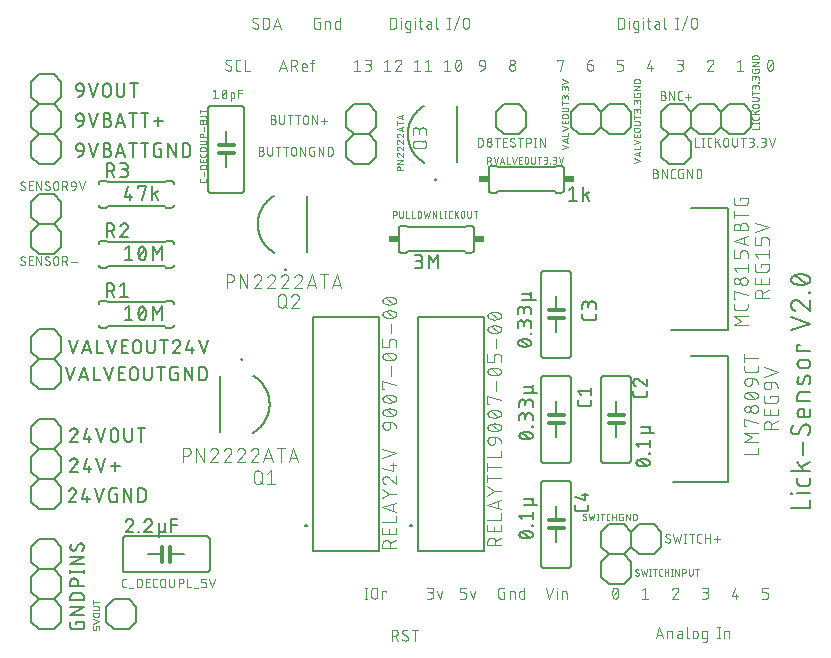
<source format=gbr>
G04 EAGLE Gerber RS-274X export*
G75*
%MOMM*%
%FSLAX34Y34*%
%LPD*%
%INSilkscreen Top*%
%IPPOS*%
%AMOC8*
5,1,8,0,0,1.08239X$1,22.5*%
G01*
%ADD10C,0.152400*%
%ADD11C,0.127000*%
%ADD12C,0.076200*%
%ADD13C,0.304800*%
%ADD14C,0.200000*%
%ADD15C,0.101600*%
%ADD16C,0.050800*%
%ADD17R,0.863600X0.609600*%


D10*
X-156718Y127762D02*
X-140462Y127762D01*
X-140462Y134987D01*
X-140462Y140584D02*
X-151299Y140584D01*
X-155815Y140133D02*
X-156718Y140133D01*
X-156718Y141036D01*
X-155815Y141036D01*
X-155815Y140133D01*
X-140462Y149599D02*
X-140462Y153211D01*
X-140462Y149599D02*
X-140464Y149498D01*
X-140470Y149397D01*
X-140479Y149296D01*
X-140492Y149195D01*
X-140509Y149095D01*
X-140530Y148996D01*
X-140554Y148898D01*
X-140582Y148801D01*
X-140614Y148704D01*
X-140649Y148609D01*
X-140688Y148516D01*
X-140730Y148424D01*
X-140776Y148333D01*
X-140825Y148244D01*
X-140877Y148158D01*
X-140933Y148073D01*
X-140991Y147990D01*
X-141053Y147910D01*
X-141118Y147832D01*
X-141185Y147756D01*
X-141255Y147683D01*
X-141328Y147613D01*
X-141404Y147546D01*
X-141482Y147481D01*
X-141562Y147419D01*
X-141645Y147361D01*
X-141730Y147305D01*
X-141817Y147253D01*
X-141905Y147204D01*
X-141996Y147158D01*
X-142088Y147116D01*
X-142181Y147077D01*
X-142276Y147042D01*
X-142373Y147010D01*
X-142470Y146982D01*
X-142568Y146958D01*
X-142667Y146937D01*
X-142767Y146920D01*
X-142868Y146907D01*
X-142969Y146898D01*
X-143070Y146892D01*
X-143171Y146890D01*
X-143171Y146889D02*
X-148590Y146889D01*
X-148590Y146890D02*
X-148691Y146892D01*
X-148792Y146898D01*
X-148893Y146907D01*
X-148994Y146920D01*
X-149094Y146937D01*
X-149193Y146958D01*
X-149291Y146982D01*
X-149388Y147010D01*
X-149485Y147042D01*
X-149580Y147077D01*
X-149673Y147116D01*
X-149765Y147158D01*
X-149856Y147204D01*
X-149945Y147253D01*
X-150031Y147305D01*
X-150116Y147361D01*
X-150199Y147419D01*
X-150279Y147481D01*
X-150357Y147546D01*
X-150433Y147613D01*
X-150506Y147683D01*
X-150576Y147756D01*
X-150643Y147832D01*
X-150708Y147910D01*
X-150770Y147990D01*
X-150828Y148073D01*
X-150884Y148158D01*
X-150936Y148245D01*
X-150985Y148333D01*
X-151031Y148424D01*
X-151073Y148516D01*
X-151112Y148609D01*
X-151147Y148704D01*
X-151179Y148801D01*
X-151207Y148898D01*
X-151231Y148996D01*
X-151252Y149095D01*
X-151269Y149195D01*
X-151282Y149296D01*
X-151291Y149397D01*
X-151297Y149498D01*
X-151299Y149599D01*
X-151299Y153211D01*
X-156718Y159546D02*
X-140462Y159546D01*
X-145881Y159546D02*
X-151299Y166770D01*
X-148138Y162706D02*
X-140462Y166770D01*
X-146784Y172681D02*
X-146784Y183518D01*
X-140462Y195155D02*
X-140464Y195273D01*
X-140470Y195391D01*
X-140479Y195509D01*
X-140493Y195626D01*
X-140510Y195743D01*
X-140531Y195860D01*
X-140556Y195975D01*
X-140585Y196090D01*
X-140618Y196204D01*
X-140654Y196316D01*
X-140694Y196427D01*
X-140737Y196537D01*
X-140784Y196646D01*
X-140834Y196753D01*
X-140889Y196858D01*
X-140946Y196961D01*
X-141007Y197062D01*
X-141071Y197162D01*
X-141138Y197259D01*
X-141208Y197354D01*
X-141282Y197446D01*
X-141358Y197537D01*
X-141438Y197624D01*
X-141520Y197709D01*
X-141605Y197791D01*
X-141692Y197871D01*
X-141783Y197947D01*
X-141875Y198021D01*
X-141970Y198091D01*
X-142067Y198158D01*
X-142167Y198222D01*
X-142268Y198283D01*
X-142371Y198340D01*
X-142476Y198395D01*
X-142583Y198445D01*
X-142692Y198492D01*
X-142802Y198535D01*
X-142913Y198575D01*
X-143025Y198611D01*
X-143139Y198644D01*
X-143254Y198673D01*
X-143369Y198698D01*
X-143486Y198719D01*
X-143603Y198736D01*
X-143720Y198750D01*
X-143838Y198759D01*
X-143956Y198765D01*
X-144074Y198767D01*
X-140462Y195155D02*
X-140464Y194972D01*
X-140471Y194790D01*
X-140482Y194608D01*
X-140497Y194426D01*
X-140517Y194244D01*
X-140540Y194063D01*
X-140569Y193883D01*
X-140601Y193703D01*
X-140638Y193524D01*
X-140679Y193347D01*
X-140725Y193170D01*
X-140774Y192994D01*
X-140828Y192820D01*
X-140886Y192646D01*
X-140948Y192475D01*
X-141014Y192305D01*
X-141085Y192136D01*
X-141159Y191969D01*
X-141237Y191804D01*
X-141319Y191641D01*
X-141405Y191480D01*
X-141495Y191321D01*
X-141589Y191164D01*
X-141686Y191010D01*
X-141787Y190858D01*
X-141892Y190708D01*
X-142000Y190561D01*
X-142111Y190417D01*
X-142226Y190275D01*
X-142345Y190136D01*
X-142467Y190000D01*
X-142592Y189867D01*
X-142720Y189737D01*
X-153106Y190188D02*
X-153224Y190190D01*
X-153342Y190196D01*
X-153460Y190205D01*
X-153577Y190219D01*
X-153694Y190236D01*
X-153811Y190257D01*
X-153926Y190282D01*
X-154041Y190311D01*
X-154155Y190344D01*
X-154267Y190380D01*
X-154378Y190420D01*
X-154488Y190463D01*
X-154597Y190510D01*
X-154704Y190560D01*
X-154809Y190615D01*
X-154912Y190672D01*
X-155013Y190733D01*
X-155113Y190797D01*
X-155210Y190864D01*
X-155305Y190934D01*
X-155397Y191008D01*
X-155488Y191084D01*
X-155575Y191164D01*
X-155660Y191246D01*
X-155742Y191331D01*
X-155822Y191418D01*
X-155898Y191509D01*
X-155972Y191601D01*
X-156042Y191696D01*
X-156109Y191793D01*
X-156173Y191893D01*
X-156234Y191994D01*
X-156292Y192097D01*
X-156346Y192202D01*
X-156396Y192309D01*
X-156443Y192418D01*
X-156487Y192528D01*
X-156526Y192639D01*
X-156562Y192752D01*
X-156595Y192865D01*
X-156624Y192980D01*
X-156649Y193095D01*
X-156670Y193212D01*
X-156687Y193329D01*
X-156701Y193446D01*
X-156710Y193564D01*
X-156716Y193682D01*
X-156718Y193800D01*
X-156716Y193961D01*
X-156710Y194123D01*
X-156701Y194284D01*
X-156687Y194445D01*
X-156670Y194605D01*
X-156649Y194765D01*
X-156624Y194925D01*
X-156595Y195084D01*
X-156563Y195242D01*
X-156527Y195399D01*
X-156487Y195555D01*
X-156443Y195711D01*
X-156395Y195865D01*
X-156344Y196018D01*
X-156290Y196170D01*
X-156231Y196321D01*
X-156170Y196470D01*
X-156104Y196617D01*
X-156035Y196763D01*
X-155963Y196908D01*
X-155887Y197050D01*
X-155808Y197191D01*
X-155726Y197330D01*
X-155640Y197466D01*
X-155551Y197601D01*
X-155459Y197734D01*
X-155363Y197864D01*
X-149945Y191993D02*
X-150007Y191892D01*
X-150072Y191792D01*
X-150141Y191695D01*
X-150213Y191600D01*
X-150287Y191507D01*
X-150365Y191417D01*
X-150446Y191329D01*
X-150529Y191244D01*
X-150615Y191162D01*
X-150704Y191083D01*
X-150795Y191006D01*
X-150889Y190933D01*
X-150985Y190862D01*
X-151083Y190795D01*
X-151183Y190731D01*
X-151286Y190670D01*
X-151390Y190613D01*
X-151496Y190559D01*
X-151604Y190509D01*
X-151713Y190462D01*
X-151824Y190418D01*
X-151936Y190378D01*
X-152050Y190342D01*
X-152164Y190310D01*
X-152280Y190281D01*
X-152396Y190256D01*
X-152513Y190235D01*
X-152631Y190218D01*
X-152749Y190204D01*
X-152868Y190195D01*
X-152987Y190189D01*
X-153106Y190187D01*
X-147235Y196961D02*
X-147173Y197062D01*
X-147108Y197162D01*
X-147039Y197259D01*
X-146967Y197354D01*
X-146893Y197447D01*
X-146815Y197537D01*
X-146734Y197625D01*
X-146651Y197710D01*
X-146565Y197792D01*
X-146476Y197871D01*
X-146385Y197948D01*
X-146291Y198021D01*
X-146195Y198092D01*
X-146097Y198159D01*
X-145997Y198223D01*
X-145894Y198284D01*
X-145790Y198341D01*
X-145684Y198395D01*
X-145576Y198445D01*
X-145467Y198492D01*
X-145356Y198536D01*
X-145244Y198576D01*
X-145130Y198612D01*
X-145016Y198644D01*
X-144900Y198673D01*
X-144784Y198698D01*
X-144667Y198719D01*
X-144549Y198736D01*
X-144431Y198750D01*
X-144312Y198759D01*
X-144193Y198765D01*
X-144074Y198767D01*
X-147235Y196961D02*
X-149945Y191994D01*
X-140462Y207417D02*
X-140462Y211932D01*
X-140462Y207417D02*
X-140464Y207316D01*
X-140470Y207215D01*
X-140479Y207114D01*
X-140492Y207013D01*
X-140509Y206913D01*
X-140530Y206814D01*
X-140554Y206716D01*
X-140582Y206619D01*
X-140614Y206522D01*
X-140649Y206427D01*
X-140688Y206334D01*
X-140730Y206242D01*
X-140776Y206151D01*
X-140825Y206062D01*
X-140877Y205976D01*
X-140933Y205891D01*
X-140991Y205808D01*
X-141053Y205728D01*
X-141118Y205650D01*
X-141185Y205574D01*
X-141255Y205501D01*
X-141328Y205431D01*
X-141404Y205364D01*
X-141482Y205299D01*
X-141562Y205237D01*
X-141645Y205179D01*
X-141730Y205123D01*
X-141817Y205071D01*
X-141905Y205022D01*
X-141996Y204976D01*
X-142088Y204934D01*
X-142181Y204895D01*
X-142276Y204860D01*
X-142373Y204828D01*
X-142470Y204800D01*
X-142568Y204776D01*
X-142667Y204755D01*
X-142767Y204738D01*
X-142868Y204725D01*
X-142969Y204716D01*
X-143070Y204710D01*
X-143171Y204708D01*
X-143171Y204707D02*
X-147687Y204707D01*
X-147687Y204708D02*
X-147806Y204710D01*
X-147926Y204716D01*
X-148045Y204726D01*
X-148163Y204740D01*
X-148282Y204757D01*
X-148399Y204779D01*
X-148516Y204804D01*
X-148631Y204834D01*
X-148746Y204867D01*
X-148860Y204904D01*
X-148972Y204944D01*
X-149083Y204989D01*
X-149192Y205037D01*
X-149300Y205088D01*
X-149406Y205143D01*
X-149510Y205202D01*
X-149612Y205264D01*
X-149712Y205329D01*
X-149810Y205398D01*
X-149906Y205470D01*
X-149999Y205545D01*
X-150089Y205622D01*
X-150177Y205703D01*
X-150262Y205787D01*
X-150344Y205874D01*
X-150424Y205963D01*
X-150500Y206055D01*
X-150574Y206149D01*
X-150644Y206246D01*
X-150711Y206344D01*
X-150775Y206445D01*
X-150835Y206549D01*
X-150892Y206654D01*
X-150945Y206761D01*
X-150995Y206869D01*
X-151041Y206979D01*
X-151083Y207091D01*
X-151122Y207204D01*
X-151157Y207318D01*
X-151188Y207433D01*
X-151216Y207550D01*
X-151239Y207667D01*
X-151259Y207784D01*
X-151275Y207903D01*
X-151287Y208022D01*
X-151295Y208141D01*
X-151299Y208260D01*
X-151299Y208380D01*
X-151295Y208499D01*
X-151287Y208618D01*
X-151275Y208737D01*
X-151259Y208856D01*
X-151239Y208973D01*
X-151216Y209090D01*
X-151188Y209207D01*
X-151157Y209322D01*
X-151122Y209436D01*
X-151083Y209549D01*
X-151041Y209661D01*
X-150995Y209771D01*
X-150945Y209879D01*
X-150892Y209986D01*
X-150835Y210091D01*
X-150775Y210195D01*
X-150711Y210296D01*
X-150644Y210394D01*
X-150574Y210491D01*
X-150500Y210585D01*
X-150424Y210677D01*
X-150344Y210766D01*
X-150262Y210853D01*
X-150177Y210937D01*
X-150089Y211018D01*
X-149999Y211095D01*
X-149906Y211170D01*
X-149810Y211242D01*
X-149712Y211311D01*
X-149612Y211376D01*
X-149510Y211438D01*
X-149406Y211497D01*
X-149300Y211552D01*
X-149192Y211603D01*
X-149083Y211651D01*
X-148972Y211696D01*
X-148860Y211736D01*
X-148746Y211773D01*
X-148631Y211806D01*
X-148516Y211836D01*
X-148399Y211861D01*
X-148282Y211883D01*
X-148163Y211900D01*
X-148045Y211914D01*
X-147926Y211924D01*
X-147806Y211930D01*
X-147687Y211932D01*
X-145881Y211932D01*
X-145881Y204707D01*
X-140462Y218775D02*
X-151299Y218775D01*
X-151299Y223291D01*
X-151297Y223392D01*
X-151291Y223493D01*
X-151282Y223594D01*
X-151269Y223695D01*
X-151252Y223795D01*
X-151231Y223894D01*
X-151207Y223992D01*
X-151179Y224089D01*
X-151147Y224186D01*
X-151112Y224281D01*
X-151073Y224374D01*
X-151031Y224466D01*
X-150985Y224557D01*
X-150936Y224646D01*
X-150884Y224732D01*
X-150828Y224817D01*
X-150770Y224900D01*
X-150708Y224980D01*
X-150643Y225058D01*
X-150576Y225134D01*
X-150506Y225207D01*
X-150433Y225277D01*
X-150357Y225344D01*
X-150279Y225409D01*
X-150199Y225471D01*
X-150116Y225529D01*
X-150031Y225585D01*
X-149945Y225637D01*
X-149856Y225686D01*
X-149765Y225732D01*
X-149673Y225774D01*
X-149580Y225813D01*
X-149485Y225848D01*
X-149388Y225880D01*
X-149291Y225908D01*
X-149193Y225932D01*
X-149094Y225953D01*
X-148994Y225970D01*
X-148893Y225983D01*
X-148792Y225992D01*
X-148691Y225998D01*
X-148590Y226000D01*
X-140462Y226000D01*
X-146784Y234198D02*
X-144978Y238714D01*
X-146784Y234198D02*
X-146821Y234110D01*
X-146862Y234024D01*
X-146906Y233939D01*
X-146954Y233856D01*
X-147005Y233776D01*
X-147059Y233697D01*
X-147117Y233621D01*
X-147177Y233547D01*
X-147241Y233475D01*
X-147307Y233407D01*
X-147377Y233341D01*
X-147448Y233278D01*
X-147523Y233217D01*
X-147599Y233160D01*
X-147678Y233107D01*
X-147759Y233056D01*
X-147842Y233009D01*
X-147927Y232965D01*
X-148014Y232925D01*
X-148102Y232888D01*
X-148192Y232855D01*
X-148283Y232825D01*
X-148375Y232800D01*
X-148468Y232778D01*
X-148562Y232760D01*
X-148656Y232745D01*
X-148751Y232735D01*
X-148847Y232729D01*
X-148942Y232726D01*
X-149038Y232727D01*
X-149133Y232733D01*
X-149229Y232742D01*
X-149323Y232755D01*
X-149417Y232771D01*
X-149511Y232792D01*
X-149603Y232817D01*
X-149694Y232845D01*
X-149784Y232877D01*
X-149873Y232912D01*
X-149960Y232951D01*
X-150046Y232994D01*
X-150130Y233040D01*
X-150211Y233090D01*
X-150291Y233142D01*
X-150369Y233198D01*
X-150444Y233258D01*
X-150516Y233320D01*
X-150586Y233385D01*
X-150654Y233453D01*
X-150718Y233523D01*
X-150780Y233596D01*
X-150838Y233672D01*
X-150894Y233750D01*
X-150946Y233830D01*
X-150995Y233912D01*
X-151040Y233996D01*
X-151082Y234082D01*
X-151121Y234169D01*
X-151156Y234258D01*
X-151187Y234349D01*
X-151214Y234440D01*
X-151238Y234533D01*
X-151258Y234626D01*
X-151274Y234720D01*
X-151286Y234815D01*
X-151295Y234910D01*
X-151299Y235006D01*
X-151300Y235101D01*
X-151293Y235348D01*
X-151281Y235594D01*
X-151263Y235840D01*
X-151238Y236086D01*
X-151208Y236330D01*
X-151172Y236574D01*
X-151131Y236817D01*
X-151083Y237059D01*
X-151029Y237300D01*
X-150970Y237539D01*
X-150905Y237777D01*
X-150834Y238013D01*
X-150758Y238248D01*
X-150676Y238481D01*
X-150588Y238711D01*
X-150495Y238939D01*
X-150397Y239166D01*
X-144977Y238714D02*
X-144940Y238802D01*
X-144899Y238888D01*
X-144855Y238973D01*
X-144807Y239056D01*
X-144756Y239136D01*
X-144702Y239215D01*
X-144644Y239291D01*
X-144584Y239365D01*
X-144520Y239437D01*
X-144454Y239505D01*
X-144384Y239571D01*
X-144313Y239634D01*
X-144238Y239695D01*
X-144162Y239752D01*
X-144083Y239805D01*
X-144002Y239856D01*
X-143919Y239903D01*
X-143834Y239947D01*
X-143747Y239987D01*
X-143659Y240024D01*
X-143569Y240057D01*
X-143478Y240087D01*
X-143386Y240112D01*
X-143293Y240134D01*
X-143199Y240152D01*
X-143105Y240167D01*
X-143010Y240177D01*
X-142914Y240183D01*
X-142819Y240186D01*
X-142723Y240185D01*
X-142628Y240179D01*
X-142532Y240170D01*
X-142438Y240157D01*
X-142344Y240141D01*
X-142250Y240120D01*
X-142158Y240095D01*
X-142067Y240067D01*
X-141977Y240035D01*
X-141888Y240000D01*
X-141801Y239961D01*
X-141715Y239918D01*
X-141631Y239872D01*
X-141550Y239822D01*
X-141470Y239770D01*
X-141392Y239714D01*
X-141317Y239654D01*
X-141245Y239592D01*
X-141175Y239527D01*
X-141107Y239459D01*
X-141043Y239389D01*
X-140981Y239316D01*
X-140923Y239240D01*
X-140867Y239162D01*
X-140815Y239082D01*
X-140766Y239000D01*
X-140721Y238916D01*
X-140679Y238830D01*
X-140640Y238743D01*
X-140605Y238654D01*
X-140574Y238563D01*
X-140547Y238472D01*
X-140523Y238379D01*
X-140503Y238286D01*
X-140487Y238192D01*
X-140475Y238097D01*
X-140466Y238002D01*
X-140462Y237906D01*
X-140461Y237811D01*
X-140462Y237810D02*
X-140471Y237448D01*
X-140489Y237086D01*
X-140516Y236725D01*
X-140551Y236365D01*
X-140594Y236005D01*
X-140646Y235646D01*
X-140707Y235289D01*
X-140776Y234934D01*
X-140853Y234580D01*
X-140939Y234228D01*
X-141033Y233878D01*
X-141136Y233530D01*
X-141246Y233185D01*
X-141365Y232843D01*
X-144074Y246391D02*
X-147687Y246391D01*
X-147806Y246393D01*
X-147926Y246399D01*
X-148045Y246409D01*
X-148163Y246423D01*
X-148282Y246440D01*
X-148399Y246462D01*
X-148516Y246487D01*
X-148631Y246517D01*
X-148746Y246550D01*
X-148860Y246587D01*
X-148972Y246627D01*
X-149083Y246672D01*
X-149192Y246720D01*
X-149300Y246771D01*
X-149406Y246826D01*
X-149510Y246885D01*
X-149612Y246947D01*
X-149712Y247012D01*
X-149810Y247081D01*
X-149906Y247153D01*
X-149999Y247228D01*
X-150089Y247305D01*
X-150177Y247386D01*
X-150262Y247470D01*
X-150344Y247557D01*
X-150424Y247646D01*
X-150500Y247738D01*
X-150574Y247832D01*
X-150644Y247929D01*
X-150711Y248027D01*
X-150775Y248128D01*
X-150835Y248232D01*
X-150892Y248337D01*
X-150945Y248444D01*
X-150995Y248552D01*
X-151041Y248662D01*
X-151083Y248774D01*
X-151122Y248887D01*
X-151157Y249001D01*
X-151188Y249116D01*
X-151216Y249233D01*
X-151239Y249350D01*
X-151259Y249467D01*
X-151275Y249586D01*
X-151287Y249705D01*
X-151295Y249824D01*
X-151299Y249943D01*
X-151299Y250063D01*
X-151295Y250182D01*
X-151287Y250301D01*
X-151275Y250420D01*
X-151259Y250539D01*
X-151239Y250656D01*
X-151216Y250773D01*
X-151188Y250890D01*
X-151157Y251005D01*
X-151122Y251119D01*
X-151083Y251232D01*
X-151041Y251344D01*
X-150995Y251454D01*
X-150945Y251562D01*
X-150892Y251669D01*
X-150835Y251774D01*
X-150775Y251878D01*
X-150711Y251979D01*
X-150644Y252077D01*
X-150574Y252174D01*
X-150500Y252268D01*
X-150424Y252360D01*
X-150344Y252449D01*
X-150262Y252536D01*
X-150177Y252620D01*
X-150089Y252701D01*
X-149999Y252778D01*
X-149906Y252853D01*
X-149810Y252925D01*
X-149712Y252994D01*
X-149612Y253059D01*
X-149510Y253121D01*
X-149406Y253180D01*
X-149300Y253235D01*
X-149192Y253286D01*
X-149083Y253334D01*
X-148972Y253379D01*
X-148860Y253419D01*
X-148746Y253456D01*
X-148631Y253489D01*
X-148516Y253519D01*
X-148399Y253544D01*
X-148282Y253566D01*
X-148163Y253583D01*
X-148045Y253597D01*
X-147926Y253607D01*
X-147806Y253613D01*
X-147687Y253615D01*
X-144074Y253615D01*
X-143955Y253613D01*
X-143835Y253607D01*
X-143716Y253597D01*
X-143598Y253583D01*
X-143479Y253566D01*
X-143362Y253544D01*
X-143245Y253519D01*
X-143130Y253489D01*
X-143015Y253456D01*
X-142901Y253419D01*
X-142789Y253379D01*
X-142678Y253334D01*
X-142569Y253286D01*
X-142461Y253235D01*
X-142355Y253180D01*
X-142251Y253121D01*
X-142149Y253059D01*
X-142049Y252994D01*
X-141951Y252925D01*
X-141855Y252853D01*
X-141762Y252778D01*
X-141672Y252701D01*
X-141584Y252620D01*
X-141499Y252536D01*
X-141417Y252449D01*
X-141337Y252360D01*
X-141261Y252268D01*
X-141187Y252174D01*
X-141117Y252077D01*
X-141050Y251979D01*
X-140986Y251878D01*
X-140926Y251774D01*
X-140869Y251669D01*
X-140816Y251562D01*
X-140766Y251454D01*
X-140720Y251344D01*
X-140678Y251232D01*
X-140639Y251119D01*
X-140604Y251005D01*
X-140573Y250890D01*
X-140545Y250773D01*
X-140522Y250656D01*
X-140502Y250539D01*
X-140486Y250420D01*
X-140474Y250301D01*
X-140466Y250182D01*
X-140462Y250063D01*
X-140462Y249943D01*
X-140466Y249824D01*
X-140474Y249705D01*
X-140486Y249586D01*
X-140502Y249467D01*
X-140522Y249350D01*
X-140545Y249233D01*
X-140573Y249116D01*
X-140604Y249001D01*
X-140639Y248887D01*
X-140678Y248774D01*
X-140720Y248662D01*
X-140766Y248552D01*
X-140816Y248444D01*
X-140869Y248337D01*
X-140926Y248232D01*
X-140986Y248128D01*
X-141050Y248027D01*
X-141117Y247929D01*
X-141187Y247832D01*
X-141261Y247738D01*
X-141337Y247646D01*
X-141417Y247557D01*
X-141499Y247470D01*
X-141584Y247386D01*
X-141672Y247305D01*
X-141762Y247228D01*
X-141855Y247153D01*
X-141951Y247081D01*
X-142049Y247012D01*
X-142149Y246947D01*
X-142251Y246885D01*
X-142355Y246826D01*
X-142461Y246771D01*
X-142569Y246720D01*
X-142678Y246672D01*
X-142789Y246627D01*
X-142901Y246587D01*
X-143015Y246550D01*
X-143130Y246517D01*
X-143245Y246487D01*
X-143362Y246462D01*
X-143479Y246440D01*
X-143598Y246423D01*
X-143716Y246409D01*
X-143835Y246399D01*
X-143955Y246393D01*
X-144074Y246391D01*
X-140462Y260544D02*
X-151299Y260544D01*
X-151299Y265962D01*
X-149493Y265962D01*
X-156718Y278452D02*
X-140462Y283871D01*
X-156718Y289289D01*
X-156718Y299953D02*
X-156716Y300078D01*
X-156710Y300203D01*
X-156701Y300328D01*
X-156687Y300452D01*
X-156670Y300576D01*
X-156649Y300700D01*
X-156624Y300822D01*
X-156595Y300944D01*
X-156563Y301065D01*
X-156527Y301185D01*
X-156487Y301304D01*
X-156444Y301421D01*
X-156397Y301537D01*
X-156346Y301652D01*
X-156292Y301764D01*
X-156234Y301876D01*
X-156174Y301985D01*
X-156109Y302092D01*
X-156042Y302198D01*
X-155971Y302301D01*
X-155897Y302402D01*
X-155820Y302501D01*
X-155740Y302597D01*
X-155657Y302691D01*
X-155572Y302782D01*
X-155483Y302871D01*
X-155392Y302956D01*
X-155298Y303039D01*
X-155202Y303119D01*
X-155103Y303196D01*
X-155002Y303270D01*
X-154899Y303341D01*
X-154793Y303408D01*
X-154686Y303473D01*
X-154577Y303533D01*
X-154465Y303591D01*
X-154353Y303645D01*
X-154238Y303696D01*
X-154122Y303743D01*
X-154005Y303786D01*
X-153886Y303826D01*
X-153766Y303862D01*
X-153645Y303894D01*
X-153523Y303923D01*
X-153401Y303948D01*
X-153277Y303969D01*
X-153153Y303986D01*
X-153029Y304000D01*
X-152904Y304009D01*
X-152779Y304015D01*
X-152654Y304017D01*
X-156718Y299953D02*
X-156716Y299810D01*
X-156710Y299668D01*
X-156700Y299525D01*
X-156687Y299383D01*
X-156669Y299242D01*
X-156648Y299100D01*
X-156623Y298960D01*
X-156594Y298820D01*
X-156561Y298681D01*
X-156524Y298543D01*
X-156484Y298406D01*
X-156440Y298271D01*
X-156392Y298136D01*
X-156340Y298003D01*
X-156285Y297871D01*
X-156226Y297741D01*
X-156164Y297613D01*
X-156098Y297486D01*
X-156029Y297361D01*
X-155957Y297238D01*
X-155881Y297118D01*
X-155802Y296999D01*
X-155719Y296882D01*
X-155634Y296768D01*
X-155545Y296656D01*
X-155454Y296547D01*
X-155359Y296440D01*
X-155262Y296335D01*
X-155161Y296234D01*
X-155058Y296135D01*
X-154953Y296039D01*
X-154844Y295946D01*
X-154733Y295856D01*
X-154620Y295769D01*
X-154505Y295685D01*
X-154387Y295605D01*
X-154267Y295527D01*
X-154145Y295453D01*
X-154021Y295383D01*
X-153895Y295315D01*
X-153767Y295252D01*
X-153638Y295191D01*
X-153507Y295134D01*
X-153375Y295081D01*
X-153241Y295032D01*
X-153106Y294986D01*
X-149493Y302662D02*
X-149585Y302756D01*
X-149679Y302846D01*
X-149776Y302934D01*
X-149876Y303019D01*
X-149978Y303101D01*
X-150083Y303180D01*
X-150190Y303255D01*
X-150299Y303327D01*
X-150410Y303396D01*
X-150524Y303462D01*
X-150639Y303524D01*
X-150756Y303583D01*
X-150875Y303638D01*
X-150995Y303689D01*
X-151117Y303737D01*
X-151240Y303782D01*
X-151364Y303822D01*
X-151490Y303859D01*
X-151617Y303892D01*
X-151744Y303921D01*
X-151873Y303947D01*
X-152002Y303968D01*
X-152132Y303986D01*
X-152262Y303999D01*
X-152392Y304009D01*
X-152523Y304015D01*
X-152654Y304017D01*
X-149493Y302663D02*
X-140462Y294986D01*
X-140462Y304017D01*
X-140462Y309992D02*
X-141365Y309992D01*
X-141365Y310895D01*
X-140462Y310895D01*
X-140462Y309992D01*
X-148590Y316870D02*
X-148910Y316874D01*
X-149229Y316885D01*
X-149549Y316904D01*
X-149867Y316931D01*
X-150185Y316965D01*
X-150502Y317007D01*
X-150818Y317057D01*
X-151133Y317114D01*
X-151446Y317178D01*
X-151758Y317250D01*
X-152068Y317329D01*
X-152375Y317416D01*
X-152681Y317510D01*
X-152984Y317611D01*
X-153285Y317720D01*
X-153583Y317835D01*
X-153879Y317958D01*
X-154171Y318088D01*
X-154460Y318225D01*
X-154461Y318225D02*
X-154569Y318264D01*
X-154676Y318307D01*
X-154781Y318353D01*
X-154885Y318404D01*
X-154987Y318457D01*
X-155087Y318514D01*
X-155185Y318575D01*
X-155280Y318639D01*
X-155374Y318706D01*
X-155465Y318777D01*
X-155554Y318850D01*
X-155640Y318927D01*
X-155723Y319006D01*
X-155804Y319088D01*
X-155882Y319173D01*
X-155956Y319261D01*
X-156028Y319351D01*
X-156096Y319443D01*
X-156162Y319538D01*
X-156224Y319635D01*
X-156282Y319734D01*
X-156338Y319836D01*
X-156389Y319938D01*
X-156437Y320043D01*
X-156482Y320149D01*
X-156523Y320257D01*
X-156560Y320366D01*
X-156593Y320476D01*
X-156622Y320588D01*
X-156648Y320700D01*
X-156670Y320813D01*
X-156687Y320927D01*
X-156701Y321041D01*
X-156711Y321156D01*
X-156717Y321271D01*
X-156719Y321386D01*
X-156718Y321386D02*
X-156716Y321501D01*
X-156710Y321616D01*
X-156700Y321731D01*
X-156686Y321845D01*
X-156669Y321959D01*
X-156647Y322072D01*
X-156621Y322184D01*
X-156592Y322296D01*
X-156559Y322406D01*
X-156522Y322515D01*
X-156481Y322623D01*
X-156436Y322729D01*
X-156388Y322834D01*
X-156337Y322936D01*
X-156281Y323037D01*
X-156223Y323137D01*
X-156161Y323234D01*
X-156096Y323328D01*
X-156027Y323421D01*
X-155955Y323511D01*
X-155881Y323599D01*
X-155803Y323684D01*
X-155722Y323766D01*
X-155639Y323845D01*
X-155553Y323922D01*
X-155464Y323995D01*
X-155373Y324066D01*
X-155279Y324133D01*
X-155184Y324197D01*
X-155086Y324258D01*
X-154986Y324315D01*
X-154884Y324368D01*
X-154780Y324419D01*
X-154675Y324465D01*
X-154568Y324508D01*
X-154460Y324547D01*
X-154460Y324546D02*
X-154171Y324683D01*
X-153879Y324813D01*
X-153583Y324936D01*
X-153285Y325051D01*
X-152984Y325160D01*
X-152681Y325261D01*
X-152375Y325355D01*
X-152068Y325442D01*
X-151758Y325521D01*
X-151446Y325593D01*
X-151133Y325657D01*
X-150818Y325714D01*
X-150502Y325764D01*
X-150185Y325806D01*
X-149867Y325840D01*
X-149549Y325867D01*
X-149229Y325886D01*
X-148910Y325897D01*
X-148590Y325901D01*
X-148590Y316870D02*
X-148270Y316874D01*
X-147951Y316885D01*
X-147631Y316904D01*
X-147313Y316931D01*
X-146995Y316965D01*
X-146678Y317007D01*
X-146362Y317057D01*
X-146047Y317114D01*
X-145734Y317178D01*
X-145422Y317250D01*
X-145112Y317329D01*
X-144805Y317416D01*
X-144499Y317510D01*
X-144196Y317611D01*
X-143895Y317720D01*
X-143597Y317835D01*
X-143301Y317958D01*
X-143009Y318088D01*
X-142720Y318225D01*
X-142612Y318264D01*
X-142505Y318307D01*
X-142400Y318353D01*
X-142296Y318404D01*
X-142194Y318457D01*
X-142094Y318514D01*
X-141996Y318575D01*
X-141901Y318639D01*
X-141807Y318706D01*
X-141716Y318777D01*
X-141627Y318850D01*
X-141541Y318927D01*
X-141458Y319006D01*
X-141377Y319088D01*
X-141299Y319173D01*
X-141225Y319261D01*
X-141153Y319351D01*
X-141084Y319444D01*
X-141019Y319538D01*
X-140957Y319635D01*
X-140899Y319735D01*
X-140843Y319836D01*
X-140792Y319938D01*
X-140744Y320043D01*
X-140699Y320149D01*
X-140658Y320257D01*
X-140621Y320366D01*
X-140588Y320476D01*
X-140559Y320588D01*
X-140533Y320700D01*
X-140511Y320813D01*
X-140494Y320927D01*
X-140480Y321041D01*
X-140470Y321156D01*
X-140464Y321271D01*
X-140462Y321386D01*
X-142720Y324546D02*
X-143009Y324683D01*
X-143301Y324813D01*
X-143597Y324936D01*
X-143895Y325051D01*
X-144196Y325160D01*
X-144499Y325261D01*
X-144805Y325355D01*
X-145112Y325442D01*
X-145422Y325521D01*
X-145734Y325593D01*
X-146047Y325657D01*
X-146362Y325714D01*
X-146678Y325764D01*
X-146995Y325806D01*
X-147313Y325840D01*
X-147631Y325867D01*
X-147951Y325886D01*
X-148270Y325897D01*
X-148590Y325901D01*
X-142720Y324547D02*
X-142612Y324508D01*
X-142505Y324465D01*
X-142400Y324419D01*
X-142296Y324368D01*
X-142194Y324315D01*
X-142094Y324258D01*
X-141996Y324197D01*
X-141901Y324133D01*
X-141807Y324066D01*
X-141716Y323995D01*
X-141627Y323922D01*
X-141541Y323845D01*
X-141458Y323766D01*
X-141377Y323684D01*
X-141299Y323599D01*
X-141225Y323511D01*
X-141153Y323421D01*
X-141084Y323328D01*
X-141019Y323234D01*
X-140957Y323137D01*
X-140899Y323037D01*
X-140843Y322936D01*
X-140792Y322833D01*
X-140744Y322729D01*
X-140699Y322623D01*
X-140658Y322515D01*
X-140621Y322406D01*
X-140588Y322296D01*
X-140559Y322184D01*
X-140533Y322072D01*
X-140511Y321959D01*
X-140494Y321845D01*
X-140480Y321731D01*
X-140470Y321616D01*
X-140464Y321501D01*
X-140462Y321386D01*
X-144074Y317773D02*
X-153106Y324998D01*
X-781050Y177800D02*
X-793750Y177800D01*
X-781050Y177800D02*
X-774700Y171450D01*
X-774700Y158750D01*
X-781050Y152400D01*
X-800100Y158750D02*
X-800100Y171450D01*
X-793750Y177800D01*
X-800100Y158750D02*
X-793750Y152400D01*
X-781050Y152400D01*
D11*
X-763715Y170054D02*
X-763611Y170052D01*
X-763506Y170046D01*
X-763402Y170037D01*
X-763299Y170024D01*
X-763196Y170006D01*
X-763094Y169986D01*
X-762992Y169961D01*
X-762892Y169933D01*
X-762792Y169901D01*
X-762694Y169865D01*
X-762597Y169826D01*
X-762502Y169784D01*
X-762408Y169738D01*
X-762316Y169688D01*
X-762226Y169636D01*
X-762138Y169580D01*
X-762052Y169520D01*
X-761968Y169458D01*
X-761887Y169393D01*
X-761808Y169325D01*
X-761731Y169253D01*
X-761658Y169180D01*
X-761586Y169103D01*
X-761518Y169024D01*
X-761453Y168943D01*
X-761391Y168859D01*
X-761331Y168773D01*
X-761275Y168685D01*
X-761223Y168595D01*
X-761173Y168503D01*
X-761127Y168409D01*
X-761085Y168314D01*
X-761046Y168217D01*
X-761010Y168119D01*
X-760978Y168019D01*
X-760950Y167919D01*
X-760925Y167817D01*
X-760905Y167715D01*
X-760887Y167612D01*
X-760874Y167509D01*
X-760865Y167405D01*
X-760859Y167300D01*
X-760857Y167196D01*
X-763715Y170053D02*
X-763833Y170051D01*
X-763952Y170045D01*
X-764070Y170036D01*
X-764187Y170023D01*
X-764304Y170005D01*
X-764421Y169985D01*
X-764537Y169960D01*
X-764652Y169932D01*
X-764765Y169899D01*
X-764878Y169864D01*
X-764990Y169824D01*
X-765100Y169782D01*
X-765209Y169735D01*
X-765317Y169685D01*
X-765422Y169632D01*
X-765526Y169575D01*
X-765628Y169515D01*
X-765728Y169452D01*
X-765826Y169385D01*
X-765922Y169316D01*
X-766015Y169243D01*
X-766106Y169167D01*
X-766195Y169089D01*
X-766281Y169007D01*
X-766364Y168923D01*
X-766445Y168837D01*
X-766522Y168747D01*
X-766597Y168656D01*
X-766669Y168562D01*
X-766738Y168465D01*
X-766803Y168367D01*
X-766866Y168266D01*
X-766925Y168163D01*
X-766981Y168059D01*
X-767033Y167953D01*
X-767082Y167845D01*
X-767127Y167736D01*
X-767169Y167625D01*
X-767207Y167513D01*
X-761809Y164974D02*
X-761733Y165049D01*
X-761658Y165128D01*
X-761587Y165209D01*
X-761518Y165293D01*
X-761453Y165379D01*
X-761391Y165467D01*
X-761331Y165557D01*
X-761275Y165649D01*
X-761222Y165744D01*
X-761173Y165840D01*
X-761127Y165938D01*
X-761084Y166037D01*
X-761045Y166138D01*
X-761010Y166240D01*
X-760978Y166343D01*
X-760950Y166447D01*
X-760925Y166552D01*
X-760904Y166659D01*
X-760887Y166765D01*
X-760874Y166872D01*
X-760865Y166980D01*
X-760859Y167088D01*
X-760857Y167196D01*
X-761810Y164973D02*
X-767207Y158623D01*
X-760857Y158623D01*
X-755777Y161163D02*
X-753237Y170053D01*
X-755777Y161163D02*
X-749427Y161163D01*
X-751332Y163703D02*
X-751332Y158623D01*
X-741172Y158623D02*
X-744982Y170053D01*
X-737362Y170053D02*
X-741172Y158623D01*
X-732790Y163068D02*
X-725170Y163068D01*
X-728980Y159258D02*
X-728980Y166878D01*
D10*
X-781050Y152400D02*
X-793750Y152400D01*
X-781050Y152400D02*
X-774700Y146050D01*
X-774700Y133350D01*
X-781050Y127000D01*
X-800100Y133350D02*
X-800100Y146050D01*
X-793750Y152400D01*
X-800100Y133350D02*
X-793750Y127000D01*
X-781050Y127000D01*
D11*
X-764985Y144654D02*
X-764881Y144652D01*
X-764776Y144646D01*
X-764672Y144637D01*
X-764569Y144624D01*
X-764466Y144606D01*
X-764364Y144586D01*
X-764262Y144561D01*
X-764162Y144533D01*
X-764062Y144501D01*
X-763964Y144465D01*
X-763867Y144426D01*
X-763772Y144384D01*
X-763678Y144338D01*
X-763586Y144288D01*
X-763496Y144236D01*
X-763408Y144180D01*
X-763322Y144120D01*
X-763238Y144058D01*
X-763157Y143993D01*
X-763078Y143925D01*
X-763001Y143853D01*
X-762928Y143780D01*
X-762856Y143703D01*
X-762788Y143624D01*
X-762723Y143543D01*
X-762661Y143459D01*
X-762601Y143373D01*
X-762545Y143285D01*
X-762493Y143195D01*
X-762443Y143103D01*
X-762397Y143009D01*
X-762355Y142914D01*
X-762316Y142817D01*
X-762280Y142719D01*
X-762248Y142619D01*
X-762220Y142519D01*
X-762195Y142417D01*
X-762175Y142315D01*
X-762157Y142212D01*
X-762144Y142109D01*
X-762135Y142005D01*
X-762129Y141900D01*
X-762127Y141796D01*
X-764985Y144653D02*
X-765103Y144651D01*
X-765222Y144645D01*
X-765340Y144636D01*
X-765457Y144623D01*
X-765574Y144605D01*
X-765691Y144585D01*
X-765807Y144560D01*
X-765922Y144532D01*
X-766035Y144499D01*
X-766148Y144464D01*
X-766260Y144424D01*
X-766370Y144382D01*
X-766479Y144335D01*
X-766587Y144285D01*
X-766692Y144232D01*
X-766796Y144175D01*
X-766898Y144115D01*
X-766998Y144052D01*
X-767096Y143985D01*
X-767192Y143916D01*
X-767285Y143843D01*
X-767376Y143767D01*
X-767465Y143689D01*
X-767551Y143607D01*
X-767634Y143523D01*
X-767715Y143437D01*
X-767792Y143347D01*
X-767867Y143256D01*
X-767939Y143162D01*
X-768008Y143065D01*
X-768073Y142967D01*
X-768136Y142866D01*
X-768195Y142763D01*
X-768251Y142659D01*
X-768303Y142553D01*
X-768352Y142445D01*
X-768397Y142336D01*
X-768439Y142225D01*
X-768477Y142113D01*
X-763079Y139574D02*
X-763003Y139649D01*
X-762928Y139728D01*
X-762857Y139809D01*
X-762788Y139893D01*
X-762723Y139979D01*
X-762661Y140067D01*
X-762601Y140157D01*
X-762545Y140249D01*
X-762492Y140344D01*
X-762443Y140440D01*
X-762397Y140538D01*
X-762354Y140637D01*
X-762315Y140738D01*
X-762280Y140840D01*
X-762248Y140943D01*
X-762220Y141047D01*
X-762195Y141152D01*
X-762174Y141259D01*
X-762157Y141365D01*
X-762144Y141472D01*
X-762135Y141580D01*
X-762129Y141688D01*
X-762127Y141796D01*
X-763080Y139573D02*
X-768477Y133223D01*
X-762127Y133223D01*
X-757047Y135763D02*
X-754507Y144653D01*
X-757047Y135763D02*
X-750697Y135763D01*
X-752602Y138303D02*
X-752602Y133223D01*
X-742442Y133223D02*
X-746252Y144653D01*
X-738632Y144653D02*
X-742442Y133223D01*
X-729361Y139573D02*
X-727456Y139573D01*
X-727456Y133223D01*
X-731266Y133223D01*
X-731366Y133225D01*
X-731465Y133231D01*
X-731565Y133241D01*
X-731663Y133254D01*
X-731762Y133272D01*
X-731859Y133293D01*
X-731955Y133318D01*
X-732051Y133347D01*
X-732145Y133380D01*
X-732238Y133416D01*
X-732329Y133456D01*
X-732419Y133500D01*
X-732507Y133547D01*
X-732593Y133597D01*
X-732677Y133651D01*
X-732759Y133708D01*
X-732838Y133768D01*
X-732916Y133832D01*
X-732990Y133898D01*
X-733062Y133967D01*
X-733131Y134039D01*
X-733197Y134113D01*
X-733261Y134191D01*
X-733321Y134270D01*
X-733378Y134352D01*
X-733432Y134436D01*
X-733482Y134522D01*
X-733529Y134610D01*
X-733573Y134700D01*
X-733613Y134791D01*
X-733649Y134884D01*
X-733682Y134978D01*
X-733711Y135074D01*
X-733736Y135170D01*
X-733757Y135267D01*
X-733775Y135366D01*
X-733788Y135464D01*
X-733798Y135564D01*
X-733804Y135663D01*
X-733806Y135763D01*
X-733806Y142113D01*
X-733804Y142213D01*
X-733798Y142312D01*
X-733788Y142412D01*
X-733775Y142510D01*
X-733757Y142609D01*
X-733736Y142706D01*
X-733711Y142802D01*
X-733682Y142898D01*
X-733649Y142992D01*
X-733613Y143085D01*
X-733573Y143176D01*
X-733529Y143266D01*
X-733482Y143354D01*
X-733432Y143440D01*
X-733378Y143524D01*
X-733321Y143606D01*
X-733261Y143685D01*
X-733197Y143763D01*
X-733131Y143837D01*
X-733062Y143909D01*
X-732990Y143978D01*
X-732916Y144044D01*
X-732838Y144108D01*
X-732759Y144168D01*
X-732677Y144225D01*
X-732593Y144279D01*
X-732507Y144329D01*
X-732419Y144376D01*
X-732329Y144420D01*
X-732238Y144460D01*
X-732145Y144496D01*
X-732051Y144529D01*
X-731955Y144558D01*
X-731859Y144583D01*
X-731762Y144604D01*
X-731663Y144622D01*
X-731565Y144635D01*
X-731465Y144645D01*
X-731366Y144651D01*
X-731266Y144653D01*
X-727456Y144653D01*
X-721614Y144653D02*
X-721614Y133223D01*
X-715264Y133223D02*
X-721614Y144653D01*
X-715264Y144653D02*
X-715264Y133223D01*
X-709422Y133223D02*
X-709422Y144653D01*
X-706247Y144653D01*
X-706136Y144651D01*
X-706026Y144645D01*
X-705915Y144636D01*
X-705805Y144622D01*
X-705696Y144605D01*
X-705587Y144584D01*
X-705479Y144559D01*
X-705372Y144530D01*
X-705266Y144498D01*
X-705161Y144462D01*
X-705058Y144422D01*
X-704956Y144379D01*
X-704855Y144332D01*
X-704756Y144281D01*
X-704660Y144228D01*
X-704565Y144171D01*
X-704472Y144110D01*
X-704381Y144047D01*
X-704292Y143980D01*
X-704206Y143910D01*
X-704123Y143837D01*
X-704041Y143762D01*
X-703963Y143684D01*
X-703888Y143602D01*
X-703815Y143519D01*
X-703745Y143433D01*
X-703678Y143344D01*
X-703615Y143253D01*
X-703554Y143160D01*
X-703497Y143066D01*
X-703444Y142969D01*
X-703393Y142870D01*
X-703346Y142769D01*
X-703303Y142667D01*
X-703263Y142564D01*
X-703227Y142459D01*
X-703195Y142353D01*
X-703166Y142246D01*
X-703141Y142138D01*
X-703120Y142029D01*
X-703103Y141920D01*
X-703089Y141810D01*
X-703080Y141699D01*
X-703074Y141589D01*
X-703072Y141478D01*
X-703072Y136398D01*
X-703074Y136287D01*
X-703080Y136177D01*
X-703089Y136066D01*
X-703103Y135956D01*
X-703120Y135847D01*
X-703141Y135738D01*
X-703166Y135630D01*
X-703195Y135523D01*
X-703227Y135417D01*
X-703263Y135312D01*
X-703303Y135209D01*
X-703346Y135107D01*
X-703393Y135006D01*
X-703444Y134907D01*
X-703497Y134810D01*
X-703554Y134716D01*
X-703615Y134623D01*
X-703678Y134532D01*
X-703745Y134443D01*
X-703815Y134357D01*
X-703888Y134274D01*
X-703963Y134192D01*
X-704041Y134114D01*
X-704123Y134039D01*
X-704206Y133966D01*
X-704292Y133896D01*
X-704381Y133829D01*
X-704472Y133766D01*
X-704565Y133705D01*
X-704660Y133648D01*
X-704756Y133595D01*
X-704855Y133544D01*
X-704956Y133497D01*
X-705058Y133454D01*
X-705161Y133414D01*
X-705266Y133378D01*
X-705372Y133346D01*
X-705479Y133317D01*
X-705587Y133292D01*
X-705696Y133271D01*
X-705805Y133254D01*
X-705915Y133240D01*
X-706026Y133231D01*
X-706136Y133225D01*
X-706247Y133223D01*
X-709422Y133223D01*
D10*
X-781050Y203200D02*
X-793750Y203200D01*
X-781050Y203200D02*
X-774700Y196850D01*
X-774700Y184150D01*
X-781050Y177800D01*
X-800100Y184150D02*
X-800100Y196850D01*
X-793750Y203200D01*
X-800100Y184150D02*
X-793750Y177800D01*
X-781050Y177800D01*
D11*
X-763715Y195454D02*
X-763611Y195452D01*
X-763506Y195446D01*
X-763402Y195437D01*
X-763299Y195424D01*
X-763196Y195406D01*
X-763094Y195386D01*
X-762992Y195361D01*
X-762892Y195333D01*
X-762792Y195301D01*
X-762694Y195265D01*
X-762597Y195226D01*
X-762502Y195184D01*
X-762408Y195138D01*
X-762316Y195088D01*
X-762226Y195036D01*
X-762138Y194980D01*
X-762052Y194920D01*
X-761968Y194858D01*
X-761887Y194793D01*
X-761808Y194725D01*
X-761731Y194653D01*
X-761658Y194580D01*
X-761586Y194503D01*
X-761518Y194424D01*
X-761453Y194343D01*
X-761391Y194259D01*
X-761331Y194173D01*
X-761275Y194085D01*
X-761223Y193995D01*
X-761173Y193903D01*
X-761127Y193809D01*
X-761085Y193714D01*
X-761046Y193617D01*
X-761010Y193519D01*
X-760978Y193419D01*
X-760950Y193319D01*
X-760925Y193217D01*
X-760905Y193115D01*
X-760887Y193012D01*
X-760874Y192909D01*
X-760865Y192805D01*
X-760859Y192700D01*
X-760857Y192596D01*
X-763715Y195453D02*
X-763833Y195451D01*
X-763952Y195445D01*
X-764070Y195436D01*
X-764187Y195423D01*
X-764304Y195405D01*
X-764421Y195385D01*
X-764537Y195360D01*
X-764652Y195332D01*
X-764765Y195299D01*
X-764878Y195264D01*
X-764990Y195224D01*
X-765100Y195182D01*
X-765209Y195135D01*
X-765317Y195085D01*
X-765422Y195032D01*
X-765526Y194975D01*
X-765628Y194915D01*
X-765728Y194852D01*
X-765826Y194785D01*
X-765922Y194716D01*
X-766015Y194643D01*
X-766106Y194567D01*
X-766195Y194489D01*
X-766281Y194407D01*
X-766364Y194323D01*
X-766445Y194237D01*
X-766522Y194147D01*
X-766597Y194056D01*
X-766669Y193962D01*
X-766738Y193865D01*
X-766803Y193767D01*
X-766866Y193666D01*
X-766925Y193563D01*
X-766981Y193459D01*
X-767033Y193353D01*
X-767082Y193245D01*
X-767127Y193136D01*
X-767169Y193025D01*
X-767207Y192913D01*
X-761809Y190374D02*
X-761733Y190449D01*
X-761658Y190528D01*
X-761587Y190609D01*
X-761518Y190693D01*
X-761453Y190779D01*
X-761391Y190867D01*
X-761331Y190957D01*
X-761275Y191049D01*
X-761222Y191144D01*
X-761173Y191240D01*
X-761127Y191338D01*
X-761084Y191437D01*
X-761045Y191538D01*
X-761010Y191640D01*
X-760978Y191743D01*
X-760950Y191847D01*
X-760925Y191952D01*
X-760904Y192059D01*
X-760887Y192165D01*
X-760874Y192272D01*
X-760865Y192380D01*
X-760859Y192488D01*
X-760857Y192596D01*
X-761810Y190373D02*
X-767207Y184023D01*
X-760857Y184023D01*
X-755777Y186563D02*
X-753237Y195453D01*
X-755777Y186563D02*
X-749427Y186563D01*
X-751332Y189103D02*
X-751332Y184023D01*
X-741172Y184023D02*
X-744982Y195453D01*
X-737362Y195453D02*
X-741172Y184023D01*
X-732917Y187198D02*
X-732917Y192278D01*
X-732915Y192389D01*
X-732909Y192499D01*
X-732900Y192610D01*
X-732886Y192720D01*
X-732869Y192829D01*
X-732848Y192938D01*
X-732823Y193046D01*
X-732794Y193153D01*
X-732762Y193259D01*
X-732726Y193364D01*
X-732686Y193467D01*
X-732643Y193569D01*
X-732596Y193670D01*
X-732545Y193769D01*
X-732492Y193866D01*
X-732435Y193960D01*
X-732374Y194053D01*
X-732311Y194144D01*
X-732244Y194233D01*
X-732174Y194319D01*
X-732101Y194402D01*
X-732026Y194484D01*
X-731948Y194562D01*
X-731866Y194637D01*
X-731783Y194710D01*
X-731697Y194780D01*
X-731608Y194847D01*
X-731517Y194910D01*
X-731424Y194971D01*
X-731330Y195028D01*
X-731233Y195081D01*
X-731134Y195132D01*
X-731033Y195179D01*
X-730931Y195222D01*
X-730828Y195262D01*
X-730723Y195298D01*
X-730617Y195330D01*
X-730510Y195359D01*
X-730402Y195384D01*
X-730293Y195405D01*
X-730184Y195422D01*
X-730074Y195436D01*
X-729963Y195445D01*
X-729853Y195451D01*
X-729742Y195453D01*
X-729631Y195451D01*
X-729521Y195445D01*
X-729410Y195436D01*
X-729300Y195422D01*
X-729191Y195405D01*
X-729082Y195384D01*
X-728974Y195359D01*
X-728867Y195330D01*
X-728761Y195298D01*
X-728656Y195262D01*
X-728553Y195222D01*
X-728451Y195179D01*
X-728350Y195132D01*
X-728251Y195081D01*
X-728155Y195028D01*
X-728060Y194971D01*
X-727967Y194910D01*
X-727876Y194847D01*
X-727787Y194780D01*
X-727701Y194710D01*
X-727618Y194637D01*
X-727536Y194562D01*
X-727458Y194484D01*
X-727383Y194402D01*
X-727310Y194319D01*
X-727240Y194233D01*
X-727173Y194144D01*
X-727110Y194053D01*
X-727049Y193960D01*
X-726992Y193866D01*
X-726939Y193769D01*
X-726888Y193670D01*
X-726841Y193569D01*
X-726798Y193467D01*
X-726758Y193364D01*
X-726722Y193259D01*
X-726690Y193153D01*
X-726661Y193046D01*
X-726636Y192938D01*
X-726615Y192829D01*
X-726598Y192720D01*
X-726584Y192610D01*
X-726575Y192499D01*
X-726569Y192389D01*
X-726567Y192278D01*
X-726567Y187198D01*
X-726569Y187087D01*
X-726575Y186977D01*
X-726584Y186866D01*
X-726598Y186756D01*
X-726615Y186647D01*
X-726636Y186538D01*
X-726661Y186430D01*
X-726690Y186323D01*
X-726722Y186217D01*
X-726758Y186112D01*
X-726798Y186009D01*
X-726841Y185907D01*
X-726888Y185806D01*
X-726939Y185707D01*
X-726992Y185610D01*
X-727049Y185516D01*
X-727110Y185423D01*
X-727173Y185332D01*
X-727240Y185243D01*
X-727310Y185157D01*
X-727383Y185074D01*
X-727458Y184992D01*
X-727536Y184914D01*
X-727618Y184839D01*
X-727701Y184766D01*
X-727787Y184696D01*
X-727876Y184629D01*
X-727967Y184566D01*
X-728060Y184505D01*
X-728155Y184448D01*
X-728251Y184395D01*
X-728350Y184344D01*
X-728451Y184297D01*
X-728553Y184254D01*
X-728656Y184214D01*
X-728761Y184178D01*
X-728867Y184146D01*
X-728974Y184117D01*
X-729082Y184092D01*
X-729191Y184071D01*
X-729300Y184054D01*
X-729410Y184040D01*
X-729521Y184031D01*
X-729631Y184025D01*
X-729742Y184023D01*
X-729853Y184025D01*
X-729963Y184031D01*
X-730074Y184040D01*
X-730184Y184054D01*
X-730293Y184071D01*
X-730402Y184092D01*
X-730510Y184117D01*
X-730617Y184146D01*
X-730723Y184178D01*
X-730828Y184214D01*
X-730931Y184254D01*
X-731033Y184297D01*
X-731134Y184344D01*
X-731233Y184395D01*
X-731330Y184448D01*
X-731424Y184505D01*
X-731517Y184566D01*
X-731608Y184629D01*
X-731697Y184696D01*
X-731783Y184766D01*
X-731866Y184839D01*
X-731948Y184914D01*
X-732026Y184992D01*
X-732101Y185074D01*
X-732174Y185157D01*
X-732244Y185243D01*
X-732311Y185332D01*
X-732374Y185423D01*
X-732435Y185516D01*
X-732492Y185611D01*
X-732545Y185707D01*
X-732596Y185806D01*
X-732643Y185907D01*
X-732686Y186009D01*
X-732726Y186112D01*
X-732762Y186217D01*
X-732794Y186323D01*
X-732823Y186430D01*
X-732848Y186538D01*
X-732869Y186647D01*
X-732886Y186756D01*
X-732900Y186866D01*
X-732909Y186977D01*
X-732915Y187087D01*
X-732917Y187198D01*
X-721106Y187198D02*
X-721106Y195453D01*
X-721106Y187198D02*
X-721104Y187087D01*
X-721098Y186977D01*
X-721089Y186866D01*
X-721075Y186756D01*
X-721058Y186647D01*
X-721037Y186538D01*
X-721012Y186430D01*
X-720983Y186323D01*
X-720951Y186217D01*
X-720915Y186112D01*
X-720875Y186009D01*
X-720832Y185907D01*
X-720785Y185806D01*
X-720734Y185707D01*
X-720681Y185611D01*
X-720624Y185516D01*
X-720563Y185423D01*
X-720500Y185332D01*
X-720433Y185243D01*
X-720363Y185157D01*
X-720290Y185074D01*
X-720215Y184992D01*
X-720137Y184914D01*
X-720055Y184839D01*
X-719972Y184766D01*
X-719886Y184696D01*
X-719797Y184629D01*
X-719706Y184566D01*
X-719613Y184505D01*
X-719519Y184448D01*
X-719422Y184395D01*
X-719323Y184344D01*
X-719222Y184297D01*
X-719120Y184254D01*
X-719017Y184214D01*
X-718912Y184178D01*
X-718806Y184146D01*
X-718699Y184117D01*
X-718591Y184092D01*
X-718482Y184071D01*
X-718373Y184054D01*
X-718263Y184040D01*
X-718152Y184031D01*
X-718042Y184025D01*
X-717931Y184023D01*
X-717820Y184025D01*
X-717710Y184031D01*
X-717599Y184040D01*
X-717489Y184054D01*
X-717380Y184071D01*
X-717271Y184092D01*
X-717163Y184117D01*
X-717056Y184146D01*
X-716950Y184178D01*
X-716845Y184214D01*
X-716742Y184254D01*
X-716640Y184297D01*
X-716539Y184344D01*
X-716440Y184395D01*
X-716344Y184448D01*
X-716249Y184505D01*
X-716156Y184566D01*
X-716065Y184629D01*
X-715976Y184696D01*
X-715890Y184766D01*
X-715807Y184839D01*
X-715725Y184914D01*
X-715647Y184992D01*
X-715572Y185074D01*
X-715499Y185157D01*
X-715429Y185243D01*
X-715362Y185332D01*
X-715299Y185423D01*
X-715238Y185516D01*
X-715181Y185610D01*
X-715128Y185707D01*
X-715077Y185806D01*
X-715030Y185907D01*
X-714987Y186009D01*
X-714947Y186112D01*
X-714911Y186217D01*
X-714879Y186323D01*
X-714850Y186430D01*
X-714825Y186538D01*
X-714804Y186647D01*
X-714787Y186756D01*
X-714773Y186866D01*
X-714764Y186977D01*
X-714758Y187087D01*
X-714756Y187198D01*
X-714756Y195453D01*
X-706882Y195453D02*
X-706882Y184023D01*
X-710057Y195453D02*
X-703707Y195453D01*
D10*
X-781050Y469900D02*
X-793750Y469900D01*
X-781050Y469900D02*
X-774700Y463550D01*
X-774700Y450850D01*
X-781050Y444500D01*
X-800100Y450850D02*
X-800100Y463550D01*
X-793750Y469900D01*
X-800100Y450850D02*
X-793750Y444500D01*
X-781050Y444500D01*
D11*
X-759587Y455803D02*
X-755777Y455803D01*
X-759587Y455803D02*
X-759687Y455805D01*
X-759786Y455811D01*
X-759886Y455821D01*
X-759984Y455834D01*
X-760083Y455852D01*
X-760180Y455873D01*
X-760276Y455898D01*
X-760372Y455927D01*
X-760466Y455960D01*
X-760559Y455996D01*
X-760650Y456036D01*
X-760740Y456080D01*
X-760828Y456127D01*
X-760914Y456177D01*
X-760998Y456231D01*
X-761080Y456288D01*
X-761159Y456348D01*
X-761237Y456412D01*
X-761311Y456478D01*
X-761383Y456547D01*
X-761452Y456619D01*
X-761518Y456693D01*
X-761582Y456771D01*
X-761642Y456850D01*
X-761699Y456932D01*
X-761753Y457016D01*
X-761803Y457102D01*
X-761850Y457190D01*
X-761894Y457280D01*
X-761934Y457371D01*
X-761970Y457464D01*
X-762003Y457558D01*
X-762032Y457654D01*
X-762057Y457750D01*
X-762078Y457847D01*
X-762096Y457946D01*
X-762109Y458044D01*
X-762119Y458144D01*
X-762125Y458243D01*
X-762127Y458343D01*
X-762127Y458978D01*
X-762125Y459089D01*
X-762119Y459199D01*
X-762110Y459310D01*
X-762096Y459420D01*
X-762079Y459529D01*
X-762058Y459638D01*
X-762033Y459746D01*
X-762004Y459853D01*
X-761972Y459959D01*
X-761936Y460064D01*
X-761896Y460167D01*
X-761853Y460269D01*
X-761806Y460370D01*
X-761755Y460469D01*
X-761702Y460566D01*
X-761645Y460660D01*
X-761584Y460753D01*
X-761521Y460844D01*
X-761454Y460933D01*
X-761384Y461019D01*
X-761311Y461102D01*
X-761236Y461184D01*
X-761158Y461262D01*
X-761076Y461337D01*
X-760993Y461410D01*
X-760907Y461480D01*
X-760818Y461547D01*
X-760727Y461610D01*
X-760634Y461671D01*
X-760540Y461728D01*
X-760443Y461781D01*
X-760344Y461832D01*
X-760243Y461879D01*
X-760141Y461922D01*
X-760038Y461962D01*
X-759933Y461998D01*
X-759827Y462030D01*
X-759720Y462059D01*
X-759612Y462084D01*
X-759503Y462105D01*
X-759394Y462122D01*
X-759284Y462136D01*
X-759173Y462145D01*
X-759063Y462151D01*
X-758952Y462153D01*
X-758841Y462151D01*
X-758731Y462145D01*
X-758620Y462136D01*
X-758510Y462122D01*
X-758401Y462105D01*
X-758292Y462084D01*
X-758184Y462059D01*
X-758077Y462030D01*
X-757971Y461998D01*
X-757866Y461962D01*
X-757763Y461922D01*
X-757661Y461879D01*
X-757560Y461832D01*
X-757461Y461781D01*
X-757365Y461728D01*
X-757270Y461671D01*
X-757177Y461610D01*
X-757086Y461547D01*
X-756997Y461480D01*
X-756911Y461410D01*
X-756828Y461337D01*
X-756746Y461262D01*
X-756668Y461184D01*
X-756593Y461102D01*
X-756520Y461019D01*
X-756450Y460933D01*
X-756383Y460844D01*
X-756320Y460753D01*
X-756259Y460660D01*
X-756202Y460566D01*
X-756149Y460469D01*
X-756098Y460370D01*
X-756051Y460269D01*
X-756008Y460167D01*
X-755968Y460064D01*
X-755932Y459959D01*
X-755900Y459853D01*
X-755871Y459746D01*
X-755846Y459638D01*
X-755825Y459529D01*
X-755808Y459420D01*
X-755794Y459310D01*
X-755785Y459199D01*
X-755779Y459089D01*
X-755777Y458978D01*
X-755777Y455803D01*
X-755779Y455663D01*
X-755785Y455523D01*
X-755794Y455383D01*
X-755808Y455244D01*
X-755825Y455105D01*
X-755846Y454967D01*
X-755871Y454829D01*
X-755900Y454692D01*
X-755932Y454556D01*
X-755969Y454421D01*
X-756009Y454287D01*
X-756052Y454154D01*
X-756100Y454022D01*
X-756150Y453891D01*
X-756205Y453762D01*
X-756263Y453635D01*
X-756324Y453509D01*
X-756389Y453385D01*
X-756458Y453263D01*
X-756529Y453143D01*
X-756604Y453025D01*
X-756682Y452908D01*
X-756764Y452794D01*
X-756848Y452683D01*
X-756936Y452574D01*
X-757026Y452467D01*
X-757120Y452362D01*
X-757216Y452261D01*
X-757315Y452162D01*
X-757416Y452066D01*
X-757521Y451972D01*
X-757628Y451882D01*
X-757737Y451794D01*
X-757848Y451710D01*
X-757962Y451628D01*
X-758079Y451550D01*
X-758197Y451475D01*
X-758317Y451404D01*
X-758439Y451335D01*
X-758563Y451270D01*
X-758689Y451209D01*
X-758816Y451151D01*
X-758945Y451096D01*
X-759076Y451046D01*
X-759208Y450998D01*
X-759341Y450955D01*
X-759475Y450915D01*
X-759610Y450878D01*
X-759746Y450846D01*
X-759883Y450817D01*
X-760021Y450792D01*
X-760159Y450771D01*
X-760298Y450754D01*
X-760437Y450740D01*
X-760577Y450731D01*
X-760717Y450725D01*
X-760857Y450723D01*
X-747522Y450723D02*
X-751332Y462153D01*
X-743712Y462153D02*
X-747522Y450723D01*
X-738696Y457073D02*
X-735521Y457073D01*
X-735410Y457071D01*
X-735300Y457065D01*
X-735189Y457056D01*
X-735079Y457042D01*
X-734970Y457025D01*
X-734861Y457004D01*
X-734753Y456979D01*
X-734646Y456950D01*
X-734540Y456918D01*
X-734435Y456882D01*
X-734332Y456842D01*
X-734230Y456799D01*
X-734129Y456752D01*
X-734030Y456701D01*
X-733933Y456648D01*
X-733839Y456591D01*
X-733746Y456530D01*
X-733655Y456467D01*
X-733566Y456400D01*
X-733480Y456330D01*
X-733397Y456257D01*
X-733315Y456182D01*
X-733237Y456104D01*
X-733162Y456022D01*
X-733089Y455939D01*
X-733019Y455853D01*
X-732952Y455764D01*
X-732889Y455673D01*
X-732828Y455580D01*
X-732771Y455485D01*
X-732718Y455389D01*
X-732667Y455290D01*
X-732620Y455189D01*
X-732577Y455087D01*
X-732537Y454984D01*
X-732501Y454879D01*
X-732469Y454773D01*
X-732440Y454666D01*
X-732415Y454558D01*
X-732394Y454449D01*
X-732377Y454340D01*
X-732363Y454230D01*
X-732354Y454119D01*
X-732348Y454009D01*
X-732346Y453898D01*
X-732348Y453787D01*
X-732354Y453677D01*
X-732363Y453566D01*
X-732377Y453456D01*
X-732394Y453347D01*
X-732415Y453238D01*
X-732440Y453130D01*
X-732469Y453023D01*
X-732501Y452917D01*
X-732537Y452812D01*
X-732577Y452709D01*
X-732620Y452607D01*
X-732667Y452506D01*
X-732718Y452407D01*
X-732771Y452310D01*
X-732828Y452216D01*
X-732889Y452123D01*
X-732952Y452032D01*
X-733019Y451943D01*
X-733089Y451857D01*
X-733162Y451774D01*
X-733237Y451692D01*
X-733315Y451614D01*
X-733397Y451539D01*
X-733480Y451466D01*
X-733566Y451396D01*
X-733655Y451329D01*
X-733746Y451266D01*
X-733839Y451205D01*
X-733934Y451148D01*
X-734030Y451095D01*
X-734129Y451044D01*
X-734230Y450997D01*
X-734332Y450954D01*
X-734435Y450914D01*
X-734540Y450878D01*
X-734646Y450846D01*
X-734753Y450817D01*
X-734861Y450792D01*
X-734970Y450771D01*
X-735079Y450754D01*
X-735189Y450740D01*
X-735300Y450731D01*
X-735410Y450725D01*
X-735521Y450723D01*
X-738696Y450723D01*
X-738696Y462153D01*
X-735521Y462153D01*
X-735421Y462151D01*
X-735322Y462145D01*
X-735222Y462135D01*
X-735124Y462122D01*
X-735025Y462104D01*
X-734928Y462083D01*
X-734832Y462058D01*
X-734736Y462029D01*
X-734642Y461996D01*
X-734549Y461960D01*
X-734458Y461920D01*
X-734368Y461876D01*
X-734280Y461829D01*
X-734194Y461779D01*
X-734110Y461725D01*
X-734028Y461668D01*
X-733949Y461608D01*
X-733871Y461544D01*
X-733797Y461478D01*
X-733725Y461409D01*
X-733656Y461337D01*
X-733590Y461263D01*
X-733526Y461185D01*
X-733466Y461106D01*
X-733409Y461024D01*
X-733355Y460940D01*
X-733305Y460854D01*
X-733258Y460766D01*
X-733214Y460676D01*
X-733174Y460585D01*
X-733138Y460492D01*
X-733105Y460398D01*
X-733076Y460302D01*
X-733051Y460206D01*
X-733030Y460109D01*
X-733012Y460010D01*
X-732999Y459912D01*
X-732989Y459812D01*
X-732983Y459713D01*
X-732981Y459613D01*
X-732983Y459513D01*
X-732989Y459414D01*
X-732999Y459314D01*
X-733012Y459216D01*
X-733030Y459117D01*
X-733051Y459020D01*
X-733076Y458924D01*
X-733105Y458828D01*
X-733138Y458734D01*
X-733174Y458641D01*
X-733214Y458550D01*
X-733258Y458460D01*
X-733305Y458372D01*
X-733355Y458286D01*
X-733409Y458202D01*
X-733466Y458120D01*
X-733526Y458041D01*
X-733590Y457963D01*
X-733656Y457889D01*
X-733725Y457817D01*
X-733797Y457748D01*
X-733871Y457682D01*
X-733949Y457618D01*
X-734028Y457558D01*
X-734110Y457501D01*
X-734194Y457447D01*
X-734280Y457397D01*
X-734368Y457350D01*
X-734458Y457306D01*
X-734549Y457266D01*
X-734642Y457230D01*
X-734736Y457197D01*
X-734832Y457168D01*
X-734928Y457143D01*
X-735025Y457122D01*
X-735124Y457104D01*
X-735222Y457091D01*
X-735322Y457081D01*
X-735421Y457075D01*
X-735521Y457073D01*
X-728472Y450723D02*
X-724662Y462153D01*
X-720852Y450723D01*
X-721805Y453581D02*
X-727520Y453581D01*
X-713994Y450723D02*
X-713994Y462153D01*
X-717169Y462153D02*
X-710819Y462153D01*
X-704088Y462153D02*
X-704088Y450723D01*
X-707263Y462153D02*
X-700913Y462153D01*
X-696468Y455168D02*
X-688848Y455168D01*
X-692658Y451358D02*
X-692658Y458978D01*
D10*
X-781050Y444500D02*
X-793750Y444500D01*
X-781050Y444500D02*
X-774700Y438150D01*
X-774700Y425450D01*
X-781050Y419100D01*
X-800100Y425450D02*
X-800100Y438150D01*
X-793750Y444500D01*
X-800100Y425450D02*
X-793750Y419100D01*
X-781050Y419100D01*
D11*
X-759587Y430403D02*
X-755777Y430403D01*
X-759587Y430403D02*
X-759687Y430405D01*
X-759786Y430411D01*
X-759886Y430421D01*
X-759984Y430434D01*
X-760083Y430452D01*
X-760180Y430473D01*
X-760276Y430498D01*
X-760372Y430527D01*
X-760466Y430560D01*
X-760559Y430596D01*
X-760650Y430636D01*
X-760740Y430680D01*
X-760828Y430727D01*
X-760914Y430777D01*
X-760998Y430831D01*
X-761080Y430888D01*
X-761159Y430948D01*
X-761237Y431012D01*
X-761311Y431078D01*
X-761383Y431147D01*
X-761452Y431219D01*
X-761518Y431293D01*
X-761582Y431371D01*
X-761642Y431450D01*
X-761699Y431532D01*
X-761753Y431616D01*
X-761803Y431702D01*
X-761850Y431790D01*
X-761894Y431880D01*
X-761934Y431971D01*
X-761970Y432064D01*
X-762003Y432158D01*
X-762032Y432254D01*
X-762057Y432350D01*
X-762078Y432447D01*
X-762096Y432546D01*
X-762109Y432644D01*
X-762119Y432744D01*
X-762125Y432843D01*
X-762127Y432943D01*
X-762127Y433578D01*
X-762125Y433689D01*
X-762119Y433799D01*
X-762110Y433910D01*
X-762096Y434020D01*
X-762079Y434129D01*
X-762058Y434238D01*
X-762033Y434346D01*
X-762004Y434453D01*
X-761972Y434559D01*
X-761936Y434664D01*
X-761896Y434767D01*
X-761853Y434869D01*
X-761806Y434970D01*
X-761755Y435069D01*
X-761702Y435166D01*
X-761645Y435260D01*
X-761584Y435353D01*
X-761521Y435444D01*
X-761454Y435533D01*
X-761384Y435619D01*
X-761311Y435702D01*
X-761236Y435784D01*
X-761158Y435862D01*
X-761076Y435937D01*
X-760993Y436010D01*
X-760907Y436080D01*
X-760818Y436147D01*
X-760727Y436210D01*
X-760634Y436271D01*
X-760540Y436328D01*
X-760443Y436381D01*
X-760344Y436432D01*
X-760243Y436479D01*
X-760141Y436522D01*
X-760038Y436562D01*
X-759933Y436598D01*
X-759827Y436630D01*
X-759720Y436659D01*
X-759612Y436684D01*
X-759503Y436705D01*
X-759394Y436722D01*
X-759284Y436736D01*
X-759173Y436745D01*
X-759063Y436751D01*
X-758952Y436753D01*
X-758841Y436751D01*
X-758731Y436745D01*
X-758620Y436736D01*
X-758510Y436722D01*
X-758401Y436705D01*
X-758292Y436684D01*
X-758184Y436659D01*
X-758077Y436630D01*
X-757971Y436598D01*
X-757866Y436562D01*
X-757763Y436522D01*
X-757661Y436479D01*
X-757560Y436432D01*
X-757461Y436381D01*
X-757365Y436328D01*
X-757270Y436271D01*
X-757177Y436210D01*
X-757086Y436147D01*
X-756997Y436080D01*
X-756911Y436010D01*
X-756828Y435937D01*
X-756746Y435862D01*
X-756668Y435784D01*
X-756593Y435702D01*
X-756520Y435619D01*
X-756450Y435533D01*
X-756383Y435444D01*
X-756320Y435353D01*
X-756259Y435260D01*
X-756202Y435166D01*
X-756149Y435069D01*
X-756098Y434970D01*
X-756051Y434869D01*
X-756008Y434767D01*
X-755968Y434664D01*
X-755932Y434559D01*
X-755900Y434453D01*
X-755871Y434346D01*
X-755846Y434238D01*
X-755825Y434129D01*
X-755808Y434020D01*
X-755794Y433910D01*
X-755785Y433799D01*
X-755779Y433689D01*
X-755777Y433578D01*
X-755777Y430403D01*
X-755779Y430263D01*
X-755785Y430123D01*
X-755794Y429983D01*
X-755808Y429844D01*
X-755825Y429705D01*
X-755846Y429567D01*
X-755871Y429429D01*
X-755900Y429292D01*
X-755932Y429156D01*
X-755969Y429021D01*
X-756009Y428887D01*
X-756052Y428754D01*
X-756100Y428622D01*
X-756150Y428491D01*
X-756205Y428362D01*
X-756263Y428235D01*
X-756324Y428109D01*
X-756389Y427985D01*
X-756458Y427863D01*
X-756529Y427743D01*
X-756604Y427625D01*
X-756682Y427508D01*
X-756764Y427394D01*
X-756848Y427283D01*
X-756936Y427174D01*
X-757026Y427067D01*
X-757120Y426962D01*
X-757216Y426861D01*
X-757315Y426762D01*
X-757416Y426666D01*
X-757521Y426572D01*
X-757628Y426482D01*
X-757737Y426394D01*
X-757848Y426310D01*
X-757962Y426228D01*
X-758079Y426150D01*
X-758197Y426075D01*
X-758317Y426004D01*
X-758439Y425935D01*
X-758563Y425870D01*
X-758689Y425809D01*
X-758816Y425751D01*
X-758945Y425696D01*
X-759076Y425646D01*
X-759208Y425598D01*
X-759341Y425555D01*
X-759475Y425515D01*
X-759610Y425478D01*
X-759746Y425446D01*
X-759883Y425417D01*
X-760021Y425392D01*
X-760159Y425371D01*
X-760298Y425354D01*
X-760437Y425340D01*
X-760577Y425331D01*
X-760717Y425325D01*
X-760857Y425323D01*
X-747522Y425323D02*
X-751332Y436753D01*
X-743712Y436753D02*
X-747522Y425323D01*
X-738696Y431673D02*
X-735521Y431673D01*
X-735410Y431671D01*
X-735300Y431665D01*
X-735189Y431656D01*
X-735079Y431642D01*
X-734970Y431625D01*
X-734861Y431604D01*
X-734753Y431579D01*
X-734646Y431550D01*
X-734540Y431518D01*
X-734435Y431482D01*
X-734332Y431442D01*
X-734230Y431399D01*
X-734129Y431352D01*
X-734030Y431301D01*
X-733933Y431248D01*
X-733839Y431191D01*
X-733746Y431130D01*
X-733655Y431067D01*
X-733566Y431000D01*
X-733480Y430930D01*
X-733397Y430857D01*
X-733315Y430782D01*
X-733237Y430704D01*
X-733162Y430622D01*
X-733089Y430539D01*
X-733019Y430453D01*
X-732952Y430364D01*
X-732889Y430273D01*
X-732828Y430180D01*
X-732771Y430085D01*
X-732718Y429989D01*
X-732667Y429890D01*
X-732620Y429789D01*
X-732577Y429687D01*
X-732537Y429584D01*
X-732501Y429479D01*
X-732469Y429373D01*
X-732440Y429266D01*
X-732415Y429158D01*
X-732394Y429049D01*
X-732377Y428940D01*
X-732363Y428830D01*
X-732354Y428719D01*
X-732348Y428609D01*
X-732346Y428498D01*
X-732348Y428387D01*
X-732354Y428277D01*
X-732363Y428166D01*
X-732377Y428056D01*
X-732394Y427947D01*
X-732415Y427838D01*
X-732440Y427730D01*
X-732469Y427623D01*
X-732501Y427517D01*
X-732537Y427412D01*
X-732577Y427309D01*
X-732620Y427207D01*
X-732667Y427106D01*
X-732718Y427007D01*
X-732771Y426910D01*
X-732828Y426816D01*
X-732889Y426723D01*
X-732952Y426632D01*
X-733019Y426543D01*
X-733089Y426457D01*
X-733162Y426374D01*
X-733237Y426292D01*
X-733315Y426214D01*
X-733397Y426139D01*
X-733480Y426066D01*
X-733566Y425996D01*
X-733655Y425929D01*
X-733746Y425866D01*
X-733839Y425805D01*
X-733934Y425748D01*
X-734030Y425695D01*
X-734129Y425644D01*
X-734230Y425597D01*
X-734332Y425554D01*
X-734435Y425514D01*
X-734540Y425478D01*
X-734646Y425446D01*
X-734753Y425417D01*
X-734861Y425392D01*
X-734970Y425371D01*
X-735079Y425354D01*
X-735189Y425340D01*
X-735300Y425331D01*
X-735410Y425325D01*
X-735521Y425323D01*
X-738696Y425323D01*
X-738696Y436753D01*
X-735521Y436753D01*
X-735421Y436751D01*
X-735322Y436745D01*
X-735222Y436735D01*
X-735124Y436722D01*
X-735025Y436704D01*
X-734928Y436683D01*
X-734832Y436658D01*
X-734736Y436629D01*
X-734642Y436596D01*
X-734549Y436560D01*
X-734458Y436520D01*
X-734368Y436476D01*
X-734280Y436429D01*
X-734194Y436379D01*
X-734110Y436325D01*
X-734028Y436268D01*
X-733949Y436208D01*
X-733871Y436144D01*
X-733797Y436078D01*
X-733725Y436009D01*
X-733656Y435937D01*
X-733590Y435863D01*
X-733526Y435785D01*
X-733466Y435706D01*
X-733409Y435624D01*
X-733355Y435540D01*
X-733305Y435454D01*
X-733258Y435366D01*
X-733214Y435276D01*
X-733174Y435185D01*
X-733138Y435092D01*
X-733105Y434998D01*
X-733076Y434902D01*
X-733051Y434806D01*
X-733030Y434709D01*
X-733012Y434610D01*
X-732999Y434512D01*
X-732989Y434412D01*
X-732983Y434313D01*
X-732981Y434213D01*
X-732983Y434113D01*
X-732989Y434014D01*
X-732999Y433914D01*
X-733012Y433816D01*
X-733030Y433717D01*
X-733051Y433620D01*
X-733076Y433524D01*
X-733105Y433428D01*
X-733138Y433334D01*
X-733174Y433241D01*
X-733214Y433150D01*
X-733258Y433060D01*
X-733305Y432972D01*
X-733355Y432886D01*
X-733409Y432802D01*
X-733466Y432720D01*
X-733526Y432641D01*
X-733590Y432563D01*
X-733656Y432489D01*
X-733725Y432417D01*
X-733797Y432348D01*
X-733871Y432282D01*
X-733949Y432218D01*
X-734028Y432158D01*
X-734110Y432101D01*
X-734194Y432047D01*
X-734280Y431997D01*
X-734368Y431950D01*
X-734458Y431906D01*
X-734549Y431866D01*
X-734642Y431830D01*
X-734736Y431797D01*
X-734832Y431768D01*
X-734928Y431743D01*
X-735025Y431722D01*
X-735124Y431704D01*
X-735222Y431691D01*
X-735322Y431681D01*
X-735421Y431675D01*
X-735521Y431673D01*
X-728472Y425323D02*
X-724662Y436753D01*
X-720852Y425323D01*
X-721805Y428181D02*
X-727520Y428181D01*
X-713994Y425323D02*
X-713994Y436753D01*
X-717169Y436753D02*
X-710819Y436753D01*
X-704088Y436753D02*
X-704088Y425323D01*
X-707263Y436753D02*
X-700913Y436753D01*
X-691769Y431673D02*
X-689864Y431673D01*
X-689864Y425323D01*
X-693674Y425323D01*
X-693774Y425325D01*
X-693873Y425331D01*
X-693973Y425341D01*
X-694071Y425354D01*
X-694170Y425372D01*
X-694267Y425393D01*
X-694363Y425418D01*
X-694459Y425447D01*
X-694553Y425480D01*
X-694646Y425516D01*
X-694737Y425556D01*
X-694827Y425600D01*
X-694915Y425647D01*
X-695001Y425697D01*
X-695085Y425751D01*
X-695167Y425808D01*
X-695246Y425868D01*
X-695324Y425932D01*
X-695398Y425998D01*
X-695470Y426067D01*
X-695539Y426139D01*
X-695605Y426213D01*
X-695669Y426291D01*
X-695729Y426370D01*
X-695786Y426452D01*
X-695840Y426536D01*
X-695890Y426622D01*
X-695937Y426710D01*
X-695981Y426800D01*
X-696021Y426891D01*
X-696057Y426984D01*
X-696090Y427078D01*
X-696119Y427174D01*
X-696144Y427270D01*
X-696165Y427367D01*
X-696183Y427466D01*
X-696196Y427564D01*
X-696206Y427664D01*
X-696212Y427763D01*
X-696214Y427863D01*
X-696214Y434213D01*
X-696212Y434313D01*
X-696206Y434412D01*
X-696196Y434512D01*
X-696183Y434610D01*
X-696165Y434709D01*
X-696144Y434806D01*
X-696119Y434902D01*
X-696090Y434998D01*
X-696057Y435092D01*
X-696021Y435185D01*
X-695981Y435276D01*
X-695937Y435366D01*
X-695890Y435454D01*
X-695840Y435540D01*
X-695786Y435624D01*
X-695729Y435706D01*
X-695669Y435785D01*
X-695605Y435863D01*
X-695539Y435937D01*
X-695470Y436009D01*
X-695398Y436078D01*
X-695324Y436144D01*
X-695246Y436208D01*
X-695167Y436268D01*
X-695085Y436325D01*
X-695001Y436379D01*
X-694915Y436429D01*
X-694827Y436476D01*
X-694737Y436520D01*
X-694646Y436560D01*
X-694553Y436596D01*
X-694459Y436629D01*
X-694363Y436658D01*
X-694267Y436683D01*
X-694170Y436704D01*
X-694071Y436722D01*
X-693973Y436735D01*
X-693873Y436745D01*
X-693774Y436751D01*
X-693674Y436753D01*
X-689864Y436753D01*
X-684022Y436753D02*
X-684022Y425323D01*
X-677672Y425323D02*
X-684022Y436753D01*
X-677672Y436753D02*
X-677672Y425323D01*
X-671830Y425323D02*
X-671830Y436753D01*
X-668655Y436753D01*
X-668544Y436751D01*
X-668434Y436745D01*
X-668323Y436736D01*
X-668213Y436722D01*
X-668104Y436705D01*
X-667995Y436684D01*
X-667887Y436659D01*
X-667780Y436630D01*
X-667674Y436598D01*
X-667569Y436562D01*
X-667466Y436522D01*
X-667364Y436479D01*
X-667263Y436432D01*
X-667164Y436381D01*
X-667068Y436328D01*
X-666973Y436271D01*
X-666880Y436210D01*
X-666789Y436147D01*
X-666700Y436080D01*
X-666614Y436010D01*
X-666531Y435937D01*
X-666449Y435862D01*
X-666371Y435784D01*
X-666296Y435702D01*
X-666223Y435619D01*
X-666153Y435533D01*
X-666086Y435444D01*
X-666023Y435353D01*
X-665962Y435260D01*
X-665905Y435166D01*
X-665852Y435069D01*
X-665801Y434970D01*
X-665754Y434869D01*
X-665711Y434767D01*
X-665671Y434664D01*
X-665635Y434559D01*
X-665603Y434453D01*
X-665574Y434346D01*
X-665549Y434238D01*
X-665528Y434129D01*
X-665511Y434020D01*
X-665497Y433910D01*
X-665488Y433799D01*
X-665482Y433689D01*
X-665480Y433578D01*
X-665480Y428498D01*
X-665482Y428387D01*
X-665488Y428277D01*
X-665497Y428166D01*
X-665511Y428056D01*
X-665528Y427947D01*
X-665549Y427838D01*
X-665574Y427730D01*
X-665603Y427623D01*
X-665635Y427517D01*
X-665671Y427412D01*
X-665711Y427309D01*
X-665754Y427207D01*
X-665801Y427106D01*
X-665852Y427007D01*
X-665905Y426910D01*
X-665962Y426816D01*
X-666023Y426723D01*
X-666086Y426632D01*
X-666153Y426543D01*
X-666223Y426457D01*
X-666296Y426374D01*
X-666371Y426292D01*
X-666449Y426214D01*
X-666531Y426139D01*
X-666614Y426066D01*
X-666700Y425996D01*
X-666789Y425929D01*
X-666880Y425866D01*
X-666973Y425805D01*
X-667068Y425748D01*
X-667164Y425695D01*
X-667263Y425644D01*
X-667364Y425597D01*
X-667466Y425554D01*
X-667569Y425514D01*
X-667674Y425478D01*
X-667780Y425446D01*
X-667887Y425417D01*
X-667995Y425392D01*
X-668104Y425371D01*
X-668213Y425354D01*
X-668323Y425340D01*
X-668434Y425331D01*
X-668544Y425325D01*
X-668655Y425323D01*
X-671830Y425323D01*
D10*
X-781050Y495300D02*
X-793750Y495300D01*
X-781050Y495300D02*
X-774700Y488950D01*
X-774700Y476250D01*
X-781050Y469900D01*
X-800100Y476250D02*
X-800100Y488950D01*
X-793750Y495300D01*
X-800100Y476250D02*
X-793750Y469900D01*
X-781050Y469900D01*
D11*
X-759587Y481203D02*
X-755777Y481203D01*
X-759587Y481203D02*
X-759687Y481205D01*
X-759786Y481211D01*
X-759886Y481221D01*
X-759984Y481234D01*
X-760083Y481252D01*
X-760180Y481273D01*
X-760276Y481298D01*
X-760372Y481327D01*
X-760466Y481360D01*
X-760559Y481396D01*
X-760650Y481436D01*
X-760740Y481480D01*
X-760828Y481527D01*
X-760914Y481577D01*
X-760998Y481631D01*
X-761080Y481688D01*
X-761159Y481748D01*
X-761237Y481812D01*
X-761311Y481878D01*
X-761383Y481947D01*
X-761452Y482019D01*
X-761518Y482093D01*
X-761582Y482171D01*
X-761642Y482250D01*
X-761699Y482332D01*
X-761753Y482416D01*
X-761803Y482502D01*
X-761850Y482590D01*
X-761894Y482680D01*
X-761934Y482771D01*
X-761970Y482864D01*
X-762003Y482958D01*
X-762032Y483054D01*
X-762057Y483150D01*
X-762078Y483247D01*
X-762096Y483346D01*
X-762109Y483444D01*
X-762119Y483544D01*
X-762125Y483643D01*
X-762127Y483743D01*
X-762127Y484378D01*
X-762125Y484489D01*
X-762119Y484599D01*
X-762110Y484710D01*
X-762096Y484820D01*
X-762079Y484929D01*
X-762058Y485038D01*
X-762033Y485146D01*
X-762004Y485253D01*
X-761972Y485359D01*
X-761936Y485464D01*
X-761896Y485567D01*
X-761853Y485669D01*
X-761806Y485770D01*
X-761755Y485869D01*
X-761702Y485966D01*
X-761645Y486060D01*
X-761584Y486153D01*
X-761521Y486244D01*
X-761454Y486333D01*
X-761384Y486419D01*
X-761311Y486502D01*
X-761236Y486584D01*
X-761158Y486662D01*
X-761076Y486737D01*
X-760993Y486810D01*
X-760907Y486880D01*
X-760818Y486947D01*
X-760727Y487010D01*
X-760634Y487071D01*
X-760540Y487128D01*
X-760443Y487181D01*
X-760344Y487232D01*
X-760243Y487279D01*
X-760141Y487322D01*
X-760038Y487362D01*
X-759933Y487398D01*
X-759827Y487430D01*
X-759720Y487459D01*
X-759612Y487484D01*
X-759503Y487505D01*
X-759394Y487522D01*
X-759284Y487536D01*
X-759173Y487545D01*
X-759063Y487551D01*
X-758952Y487553D01*
X-758841Y487551D01*
X-758731Y487545D01*
X-758620Y487536D01*
X-758510Y487522D01*
X-758401Y487505D01*
X-758292Y487484D01*
X-758184Y487459D01*
X-758077Y487430D01*
X-757971Y487398D01*
X-757866Y487362D01*
X-757763Y487322D01*
X-757661Y487279D01*
X-757560Y487232D01*
X-757461Y487181D01*
X-757365Y487128D01*
X-757270Y487071D01*
X-757177Y487010D01*
X-757086Y486947D01*
X-756997Y486880D01*
X-756911Y486810D01*
X-756828Y486737D01*
X-756746Y486662D01*
X-756668Y486584D01*
X-756593Y486502D01*
X-756520Y486419D01*
X-756450Y486333D01*
X-756383Y486244D01*
X-756320Y486153D01*
X-756259Y486060D01*
X-756202Y485966D01*
X-756149Y485869D01*
X-756098Y485770D01*
X-756051Y485669D01*
X-756008Y485567D01*
X-755968Y485464D01*
X-755932Y485359D01*
X-755900Y485253D01*
X-755871Y485146D01*
X-755846Y485038D01*
X-755825Y484929D01*
X-755808Y484820D01*
X-755794Y484710D01*
X-755785Y484599D01*
X-755779Y484489D01*
X-755777Y484378D01*
X-755777Y481203D01*
X-755779Y481063D01*
X-755785Y480923D01*
X-755794Y480783D01*
X-755808Y480644D01*
X-755825Y480505D01*
X-755846Y480367D01*
X-755871Y480229D01*
X-755900Y480092D01*
X-755932Y479956D01*
X-755969Y479821D01*
X-756009Y479687D01*
X-756052Y479554D01*
X-756100Y479422D01*
X-756150Y479291D01*
X-756205Y479162D01*
X-756263Y479035D01*
X-756324Y478909D01*
X-756389Y478785D01*
X-756458Y478663D01*
X-756529Y478543D01*
X-756604Y478425D01*
X-756682Y478308D01*
X-756764Y478194D01*
X-756848Y478083D01*
X-756936Y477974D01*
X-757026Y477867D01*
X-757120Y477762D01*
X-757216Y477661D01*
X-757315Y477562D01*
X-757416Y477466D01*
X-757521Y477372D01*
X-757628Y477282D01*
X-757737Y477194D01*
X-757848Y477110D01*
X-757962Y477028D01*
X-758079Y476950D01*
X-758197Y476875D01*
X-758317Y476804D01*
X-758439Y476735D01*
X-758563Y476670D01*
X-758689Y476609D01*
X-758816Y476551D01*
X-758945Y476496D01*
X-759076Y476446D01*
X-759208Y476398D01*
X-759341Y476355D01*
X-759475Y476315D01*
X-759610Y476278D01*
X-759746Y476246D01*
X-759883Y476217D01*
X-760021Y476192D01*
X-760159Y476171D01*
X-760298Y476154D01*
X-760437Y476140D01*
X-760577Y476131D01*
X-760717Y476125D01*
X-760857Y476123D01*
X-747522Y476123D02*
X-751332Y487553D01*
X-743712Y487553D02*
X-747522Y476123D01*
X-739267Y479298D02*
X-739267Y484378D01*
X-739265Y484489D01*
X-739259Y484599D01*
X-739250Y484710D01*
X-739236Y484820D01*
X-739219Y484929D01*
X-739198Y485038D01*
X-739173Y485146D01*
X-739144Y485253D01*
X-739112Y485359D01*
X-739076Y485464D01*
X-739036Y485567D01*
X-738993Y485669D01*
X-738946Y485770D01*
X-738895Y485869D01*
X-738842Y485966D01*
X-738785Y486060D01*
X-738724Y486153D01*
X-738661Y486244D01*
X-738594Y486333D01*
X-738524Y486419D01*
X-738451Y486502D01*
X-738376Y486584D01*
X-738298Y486662D01*
X-738216Y486737D01*
X-738133Y486810D01*
X-738047Y486880D01*
X-737958Y486947D01*
X-737867Y487010D01*
X-737774Y487071D01*
X-737680Y487128D01*
X-737583Y487181D01*
X-737484Y487232D01*
X-737383Y487279D01*
X-737281Y487322D01*
X-737178Y487362D01*
X-737073Y487398D01*
X-736967Y487430D01*
X-736860Y487459D01*
X-736752Y487484D01*
X-736643Y487505D01*
X-736534Y487522D01*
X-736424Y487536D01*
X-736313Y487545D01*
X-736203Y487551D01*
X-736092Y487553D01*
X-735981Y487551D01*
X-735871Y487545D01*
X-735760Y487536D01*
X-735650Y487522D01*
X-735541Y487505D01*
X-735432Y487484D01*
X-735324Y487459D01*
X-735217Y487430D01*
X-735111Y487398D01*
X-735006Y487362D01*
X-734903Y487322D01*
X-734801Y487279D01*
X-734700Y487232D01*
X-734601Y487181D01*
X-734505Y487128D01*
X-734410Y487071D01*
X-734317Y487010D01*
X-734226Y486947D01*
X-734137Y486880D01*
X-734051Y486810D01*
X-733968Y486737D01*
X-733886Y486662D01*
X-733808Y486584D01*
X-733733Y486502D01*
X-733660Y486419D01*
X-733590Y486333D01*
X-733523Y486244D01*
X-733460Y486153D01*
X-733399Y486060D01*
X-733342Y485966D01*
X-733289Y485869D01*
X-733238Y485770D01*
X-733191Y485669D01*
X-733148Y485567D01*
X-733108Y485464D01*
X-733072Y485359D01*
X-733040Y485253D01*
X-733011Y485146D01*
X-732986Y485038D01*
X-732965Y484929D01*
X-732948Y484820D01*
X-732934Y484710D01*
X-732925Y484599D01*
X-732919Y484489D01*
X-732917Y484378D01*
X-732917Y479298D01*
X-732919Y479187D01*
X-732925Y479077D01*
X-732934Y478966D01*
X-732948Y478856D01*
X-732965Y478747D01*
X-732986Y478638D01*
X-733011Y478530D01*
X-733040Y478423D01*
X-733072Y478317D01*
X-733108Y478212D01*
X-733148Y478109D01*
X-733191Y478007D01*
X-733238Y477906D01*
X-733289Y477807D01*
X-733342Y477710D01*
X-733399Y477616D01*
X-733460Y477523D01*
X-733523Y477432D01*
X-733590Y477343D01*
X-733660Y477257D01*
X-733733Y477174D01*
X-733808Y477092D01*
X-733886Y477014D01*
X-733968Y476939D01*
X-734051Y476866D01*
X-734137Y476796D01*
X-734226Y476729D01*
X-734317Y476666D01*
X-734410Y476605D01*
X-734505Y476548D01*
X-734601Y476495D01*
X-734700Y476444D01*
X-734801Y476397D01*
X-734903Y476354D01*
X-735006Y476314D01*
X-735111Y476278D01*
X-735217Y476246D01*
X-735324Y476217D01*
X-735432Y476192D01*
X-735541Y476171D01*
X-735650Y476154D01*
X-735760Y476140D01*
X-735871Y476131D01*
X-735981Y476125D01*
X-736092Y476123D01*
X-736203Y476125D01*
X-736313Y476131D01*
X-736424Y476140D01*
X-736534Y476154D01*
X-736643Y476171D01*
X-736752Y476192D01*
X-736860Y476217D01*
X-736967Y476246D01*
X-737073Y476278D01*
X-737178Y476314D01*
X-737281Y476354D01*
X-737383Y476397D01*
X-737484Y476444D01*
X-737583Y476495D01*
X-737680Y476548D01*
X-737774Y476605D01*
X-737867Y476666D01*
X-737958Y476729D01*
X-738047Y476796D01*
X-738133Y476866D01*
X-738216Y476939D01*
X-738298Y477014D01*
X-738376Y477092D01*
X-738451Y477174D01*
X-738524Y477257D01*
X-738594Y477343D01*
X-738661Y477432D01*
X-738724Y477523D01*
X-738785Y477616D01*
X-738842Y477711D01*
X-738895Y477807D01*
X-738946Y477906D01*
X-738993Y478007D01*
X-739036Y478109D01*
X-739076Y478212D01*
X-739112Y478317D01*
X-739144Y478423D01*
X-739173Y478530D01*
X-739198Y478638D01*
X-739219Y478747D01*
X-739236Y478856D01*
X-739250Y478966D01*
X-739259Y479077D01*
X-739265Y479187D01*
X-739267Y479298D01*
X-727456Y479298D02*
X-727456Y487553D01*
X-727456Y479298D02*
X-727454Y479187D01*
X-727448Y479077D01*
X-727439Y478966D01*
X-727425Y478856D01*
X-727408Y478747D01*
X-727387Y478638D01*
X-727362Y478530D01*
X-727333Y478423D01*
X-727301Y478317D01*
X-727265Y478212D01*
X-727225Y478109D01*
X-727182Y478007D01*
X-727135Y477906D01*
X-727084Y477807D01*
X-727031Y477711D01*
X-726974Y477616D01*
X-726913Y477523D01*
X-726850Y477432D01*
X-726783Y477343D01*
X-726713Y477257D01*
X-726640Y477174D01*
X-726565Y477092D01*
X-726487Y477014D01*
X-726405Y476939D01*
X-726322Y476866D01*
X-726236Y476796D01*
X-726147Y476729D01*
X-726056Y476666D01*
X-725963Y476605D01*
X-725869Y476548D01*
X-725772Y476495D01*
X-725673Y476444D01*
X-725572Y476397D01*
X-725470Y476354D01*
X-725367Y476314D01*
X-725262Y476278D01*
X-725156Y476246D01*
X-725049Y476217D01*
X-724941Y476192D01*
X-724832Y476171D01*
X-724723Y476154D01*
X-724613Y476140D01*
X-724502Y476131D01*
X-724392Y476125D01*
X-724281Y476123D01*
X-724170Y476125D01*
X-724060Y476131D01*
X-723949Y476140D01*
X-723839Y476154D01*
X-723730Y476171D01*
X-723621Y476192D01*
X-723513Y476217D01*
X-723406Y476246D01*
X-723300Y476278D01*
X-723195Y476314D01*
X-723092Y476354D01*
X-722990Y476397D01*
X-722889Y476444D01*
X-722790Y476495D01*
X-722694Y476548D01*
X-722599Y476605D01*
X-722506Y476666D01*
X-722415Y476729D01*
X-722326Y476796D01*
X-722240Y476866D01*
X-722157Y476939D01*
X-722075Y477014D01*
X-721997Y477092D01*
X-721922Y477174D01*
X-721849Y477257D01*
X-721779Y477343D01*
X-721712Y477432D01*
X-721649Y477523D01*
X-721588Y477616D01*
X-721531Y477710D01*
X-721478Y477807D01*
X-721427Y477906D01*
X-721380Y478007D01*
X-721337Y478109D01*
X-721297Y478212D01*
X-721261Y478317D01*
X-721229Y478423D01*
X-721200Y478530D01*
X-721175Y478638D01*
X-721154Y478747D01*
X-721137Y478856D01*
X-721123Y478966D01*
X-721114Y479077D01*
X-721108Y479187D01*
X-721106Y479298D01*
X-721106Y487553D01*
X-713232Y487553D02*
X-713232Y476123D01*
X-716407Y487553D02*
X-710057Y487553D01*
D10*
X-260350Y469900D02*
X-247650Y469900D01*
X-241300Y463550D01*
X-241300Y450850D01*
X-247650Y444500D01*
X-266700Y450850D02*
X-266700Y463550D01*
X-260350Y469900D01*
X-266700Y450850D02*
X-260350Y444500D01*
X-247650Y444500D01*
D12*
X-265035Y477421D02*
X-267081Y477421D01*
X-265035Y477421D02*
X-264946Y477419D01*
X-264857Y477413D01*
X-264768Y477403D01*
X-264680Y477390D01*
X-264592Y477373D01*
X-264505Y477351D01*
X-264420Y477326D01*
X-264335Y477298D01*
X-264252Y477265D01*
X-264170Y477229D01*
X-264090Y477190D01*
X-264012Y477147D01*
X-263936Y477101D01*
X-263861Y477051D01*
X-263789Y476998D01*
X-263720Y476942D01*
X-263653Y476883D01*
X-263588Y476822D01*
X-263527Y476757D01*
X-263468Y476690D01*
X-263412Y476621D01*
X-263359Y476549D01*
X-263309Y476474D01*
X-263263Y476398D01*
X-263220Y476320D01*
X-263181Y476240D01*
X-263145Y476158D01*
X-263112Y476075D01*
X-263084Y475990D01*
X-263059Y475905D01*
X-263037Y475818D01*
X-263020Y475730D01*
X-263007Y475642D01*
X-262997Y475553D01*
X-262991Y475464D01*
X-262989Y475375D01*
X-262991Y475286D01*
X-262997Y475197D01*
X-263007Y475108D01*
X-263020Y475020D01*
X-263037Y474932D01*
X-263059Y474845D01*
X-263084Y474760D01*
X-263112Y474675D01*
X-263145Y474592D01*
X-263181Y474510D01*
X-263220Y474430D01*
X-263263Y474352D01*
X-263309Y474276D01*
X-263359Y474201D01*
X-263412Y474129D01*
X-263468Y474060D01*
X-263527Y473993D01*
X-263588Y473928D01*
X-263653Y473867D01*
X-263720Y473808D01*
X-263789Y473752D01*
X-263861Y473699D01*
X-263936Y473649D01*
X-264012Y473603D01*
X-264090Y473560D01*
X-264170Y473521D01*
X-264252Y473485D01*
X-264335Y473452D01*
X-264420Y473424D01*
X-264505Y473399D01*
X-264592Y473377D01*
X-264680Y473360D01*
X-264768Y473347D01*
X-264857Y473337D01*
X-264946Y473331D01*
X-265035Y473329D01*
X-267081Y473329D01*
X-267081Y480695D01*
X-265035Y480695D01*
X-264956Y480693D01*
X-264877Y480687D01*
X-264798Y480678D01*
X-264720Y480665D01*
X-264643Y480647D01*
X-264567Y480627D01*
X-264492Y480602D01*
X-264418Y480574D01*
X-264345Y480543D01*
X-264274Y480507D01*
X-264205Y480469D01*
X-264138Y480427D01*
X-264073Y480382D01*
X-264010Y480334D01*
X-263949Y480283D01*
X-263892Y480229D01*
X-263836Y480173D01*
X-263784Y480114D01*
X-263734Y480052D01*
X-263688Y479988D01*
X-263644Y479922D01*
X-263604Y479854D01*
X-263568Y479784D01*
X-263534Y479712D01*
X-263504Y479638D01*
X-263478Y479564D01*
X-263455Y479488D01*
X-263437Y479411D01*
X-263421Y479334D01*
X-263410Y479255D01*
X-263402Y479177D01*
X-263398Y479098D01*
X-263398Y479018D01*
X-263402Y478939D01*
X-263410Y478861D01*
X-263421Y478782D01*
X-263437Y478705D01*
X-263455Y478628D01*
X-263478Y478552D01*
X-263504Y478478D01*
X-263534Y478404D01*
X-263568Y478332D01*
X-263604Y478262D01*
X-263644Y478194D01*
X-263688Y478128D01*
X-263734Y478064D01*
X-263784Y478002D01*
X-263836Y477943D01*
X-263892Y477887D01*
X-263949Y477833D01*
X-264010Y477782D01*
X-264073Y477734D01*
X-264138Y477689D01*
X-264205Y477647D01*
X-264274Y477609D01*
X-264345Y477573D01*
X-264418Y477542D01*
X-264492Y477514D01*
X-264567Y477489D01*
X-264643Y477469D01*
X-264720Y477451D01*
X-264798Y477438D01*
X-264877Y477429D01*
X-264956Y477423D01*
X-265035Y477421D01*
X-259884Y480695D02*
X-259884Y473329D01*
X-255791Y473329D02*
X-259884Y480695D01*
X-255791Y480695D02*
X-255791Y473329D01*
X-250711Y473329D02*
X-249074Y473329D01*
X-250711Y473329D02*
X-250789Y473331D01*
X-250867Y473336D01*
X-250944Y473346D01*
X-251021Y473359D01*
X-251097Y473375D01*
X-251172Y473395D01*
X-251246Y473419D01*
X-251319Y473446D01*
X-251391Y473477D01*
X-251461Y473511D01*
X-251530Y473548D01*
X-251596Y473589D01*
X-251661Y473633D01*
X-251723Y473679D01*
X-251783Y473729D01*
X-251841Y473781D01*
X-251896Y473836D01*
X-251948Y473894D01*
X-251998Y473954D01*
X-252044Y474016D01*
X-252088Y474081D01*
X-252129Y474148D01*
X-252166Y474216D01*
X-252200Y474286D01*
X-252231Y474358D01*
X-252258Y474431D01*
X-252282Y474505D01*
X-252302Y474580D01*
X-252318Y474656D01*
X-252331Y474733D01*
X-252341Y474810D01*
X-252346Y474888D01*
X-252348Y474966D01*
X-252348Y479058D01*
X-252346Y479136D01*
X-252341Y479214D01*
X-252331Y479291D01*
X-252318Y479368D01*
X-252302Y479444D01*
X-252282Y479519D01*
X-252258Y479593D01*
X-252231Y479666D01*
X-252200Y479738D01*
X-252166Y479808D01*
X-252129Y479877D01*
X-252088Y479943D01*
X-252044Y480008D01*
X-251998Y480070D01*
X-251948Y480130D01*
X-251896Y480188D01*
X-251841Y480243D01*
X-251783Y480295D01*
X-251723Y480345D01*
X-251661Y480391D01*
X-251596Y480435D01*
X-251530Y480476D01*
X-251461Y480513D01*
X-251391Y480547D01*
X-251319Y480578D01*
X-251246Y480605D01*
X-251172Y480629D01*
X-251097Y480649D01*
X-251021Y480665D01*
X-250944Y480678D01*
X-250867Y480688D01*
X-250789Y480693D01*
X-250711Y480695D01*
X-249074Y480695D01*
X-246150Y476194D02*
X-241239Y476194D01*
X-243695Y478649D02*
X-243695Y473738D01*
D10*
X-247650Y444500D02*
X-260350Y444500D01*
X-247650Y444500D02*
X-241300Y438150D01*
X-241300Y425450D01*
X-247650Y419100D01*
X-266700Y425450D02*
X-266700Y438150D01*
X-260350Y444500D01*
X-266700Y425450D02*
X-260350Y419100D01*
X-247650Y419100D01*
D12*
X-271385Y411381D02*
X-273431Y411381D01*
X-271385Y411381D02*
X-271296Y411379D01*
X-271207Y411373D01*
X-271118Y411363D01*
X-271030Y411350D01*
X-270942Y411333D01*
X-270855Y411311D01*
X-270770Y411286D01*
X-270685Y411258D01*
X-270602Y411225D01*
X-270520Y411189D01*
X-270440Y411150D01*
X-270362Y411107D01*
X-270286Y411061D01*
X-270211Y411011D01*
X-270139Y410958D01*
X-270070Y410902D01*
X-270003Y410843D01*
X-269938Y410782D01*
X-269877Y410717D01*
X-269818Y410650D01*
X-269762Y410581D01*
X-269709Y410509D01*
X-269659Y410434D01*
X-269613Y410358D01*
X-269570Y410280D01*
X-269531Y410200D01*
X-269495Y410118D01*
X-269462Y410035D01*
X-269434Y409950D01*
X-269409Y409865D01*
X-269387Y409778D01*
X-269370Y409690D01*
X-269357Y409602D01*
X-269347Y409513D01*
X-269341Y409424D01*
X-269339Y409335D01*
X-269341Y409246D01*
X-269347Y409157D01*
X-269357Y409068D01*
X-269370Y408980D01*
X-269387Y408892D01*
X-269409Y408805D01*
X-269434Y408720D01*
X-269462Y408635D01*
X-269495Y408552D01*
X-269531Y408470D01*
X-269570Y408390D01*
X-269613Y408312D01*
X-269659Y408236D01*
X-269709Y408161D01*
X-269762Y408089D01*
X-269818Y408020D01*
X-269877Y407953D01*
X-269938Y407888D01*
X-270003Y407827D01*
X-270070Y407768D01*
X-270139Y407712D01*
X-270211Y407659D01*
X-270286Y407609D01*
X-270362Y407563D01*
X-270440Y407520D01*
X-270520Y407481D01*
X-270602Y407445D01*
X-270685Y407412D01*
X-270770Y407384D01*
X-270855Y407359D01*
X-270942Y407337D01*
X-271030Y407320D01*
X-271118Y407307D01*
X-271207Y407297D01*
X-271296Y407291D01*
X-271385Y407289D01*
X-273431Y407289D01*
X-273431Y414655D01*
X-271385Y414655D01*
X-271306Y414653D01*
X-271227Y414647D01*
X-271148Y414638D01*
X-271070Y414625D01*
X-270993Y414607D01*
X-270917Y414587D01*
X-270842Y414562D01*
X-270768Y414534D01*
X-270695Y414503D01*
X-270624Y414467D01*
X-270555Y414429D01*
X-270488Y414387D01*
X-270423Y414342D01*
X-270360Y414294D01*
X-270299Y414243D01*
X-270242Y414189D01*
X-270186Y414133D01*
X-270134Y414074D01*
X-270084Y414012D01*
X-270038Y413948D01*
X-269994Y413882D01*
X-269954Y413814D01*
X-269918Y413744D01*
X-269884Y413672D01*
X-269854Y413598D01*
X-269828Y413524D01*
X-269805Y413448D01*
X-269787Y413371D01*
X-269771Y413294D01*
X-269760Y413215D01*
X-269752Y413137D01*
X-269748Y413058D01*
X-269748Y412978D01*
X-269752Y412899D01*
X-269760Y412821D01*
X-269771Y412742D01*
X-269787Y412665D01*
X-269805Y412588D01*
X-269828Y412512D01*
X-269854Y412438D01*
X-269884Y412364D01*
X-269918Y412292D01*
X-269954Y412222D01*
X-269994Y412154D01*
X-270038Y412088D01*
X-270084Y412024D01*
X-270134Y411962D01*
X-270186Y411903D01*
X-270242Y411847D01*
X-270299Y411793D01*
X-270360Y411742D01*
X-270423Y411694D01*
X-270488Y411649D01*
X-270555Y411607D01*
X-270624Y411569D01*
X-270695Y411533D01*
X-270768Y411502D01*
X-270842Y411474D01*
X-270917Y411449D01*
X-270993Y411429D01*
X-271070Y411411D01*
X-271148Y411398D01*
X-271227Y411389D01*
X-271306Y411383D01*
X-271385Y411381D01*
X-266234Y414655D02*
X-266234Y407289D01*
X-262141Y407289D02*
X-266234Y414655D01*
X-262141Y414655D02*
X-262141Y407289D01*
X-257061Y407289D02*
X-255424Y407289D01*
X-257061Y407289D02*
X-257139Y407291D01*
X-257217Y407296D01*
X-257294Y407306D01*
X-257371Y407319D01*
X-257447Y407335D01*
X-257522Y407355D01*
X-257596Y407379D01*
X-257669Y407406D01*
X-257741Y407437D01*
X-257811Y407471D01*
X-257880Y407508D01*
X-257946Y407549D01*
X-258011Y407593D01*
X-258073Y407639D01*
X-258133Y407689D01*
X-258191Y407741D01*
X-258246Y407796D01*
X-258298Y407854D01*
X-258348Y407914D01*
X-258394Y407976D01*
X-258438Y408041D01*
X-258479Y408108D01*
X-258516Y408176D01*
X-258550Y408246D01*
X-258581Y408318D01*
X-258608Y408391D01*
X-258632Y408465D01*
X-258652Y408540D01*
X-258668Y408616D01*
X-258681Y408693D01*
X-258691Y408770D01*
X-258696Y408848D01*
X-258698Y408926D01*
X-258698Y413018D01*
X-258696Y413096D01*
X-258691Y413174D01*
X-258681Y413251D01*
X-258668Y413328D01*
X-258652Y413404D01*
X-258632Y413479D01*
X-258608Y413553D01*
X-258581Y413626D01*
X-258550Y413698D01*
X-258516Y413768D01*
X-258479Y413837D01*
X-258438Y413903D01*
X-258394Y413968D01*
X-258348Y414030D01*
X-258298Y414090D01*
X-258246Y414148D01*
X-258191Y414203D01*
X-258133Y414255D01*
X-258073Y414305D01*
X-258011Y414351D01*
X-257946Y414395D01*
X-257880Y414436D01*
X-257811Y414473D01*
X-257741Y414507D01*
X-257669Y414538D01*
X-257596Y414565D01*
X-257522Y414589D01*
X-257447Y414609D01*
X-257371Y414625D01*
X-257294Y414638D01*
X-257217Y414648D01*
X-257139Y414653D01*
X-257061Y414655D01*
X-255424Y414655D01*
X-249470Y411381D02*
X-248242Y411381D01*
X-248242Y407289D01*
X-250698Y407289D01*
X-250776Y407291D01*
X-250854Y407296D01*
X-250931Y407306D01*
X-251008Y407319D01*
X-251084Y407335D01*
X-251159Y407355D01*
X-251233Y407379D01*
X-251306Y407406D01*
X-251378Y407437D01*
X-251448Y407471D01*
X-251517Y407508D01*
X-251583Y407549D01*
X-251648Y407593D01*
X-251710Y407639D01*
X-251770Y407689D01*
X-251828Y407741D01*
X-251883Y407796D01*
X-251935Y407854D01*
X-251985Y407914D01*
X-252031Y407976D01*
X-252075Y408041D01*
X-252116Y408108D01*
X-252153Y408176D01*
X-252187Y408246D01*
X-252218Y408318D01*
X-252245Y408391D01*
X-252269Y408465D01*
X-252289Y408540D01*
X-252305Y408616D01*
X-252318Y408693D01*
X-252328Y408770D01*
X-252333Y408848D01*
X-252335Y408926D01*
X-252335Y413018D01*
X-252333Y413096D01*
X-252328Y413174D01*
X-252318Y413251D01*
X-252305Y413328D01*
X-252289Y413404D01*
X-252269Y413479D01*
X-252245Y413553D01*
X-252218Y413626D01*
X-252187Y413698D01*
X-252153Y413768D01*
X-252116Y413837D01*
X-252075Y413903D01*
X-252031Y413968D01*
X-251985Y414030D01*
X-251935Y414090D01*
X-251883Y414148D01*
X-251828Y414203D01*
X-251770Y414255D01*
X-251710Y414305D01*
X-251648Y414351D01*
X-251583Y414395D01*
X-251517Y414436D01*
X-251448Y414473D01*
X-251378Y414507D01*
X-251306Y414538D01*
X-251233Y414565D01*
X-251159Y414589D01*
X-251084Y414609D01*
X-251008Y414625D01*
X-250931Y414638D01*
X-250854Y414648D01*
X-250776Y414653D01*
X-250698Y414655D01*
X-248242Y414655D01*
X-244532Y414655D02*
X-244532Y407289D01*
X-240440Y407289D02*
X-244532Y414655D01*
X-240440Y414655D02*
X-240440Y407289D01*
X-236729Y407289D02*
X-236729Y414655D01*
X-234683Y414655D01*
X-234594Y414653D01*
X-234505Y414647D01*
X-234416Y414637D01*
X-234328Y414624D01*
X-234240Y414607D01*
X-234153Y414585D01*
X-234068Y414560D01*
X-233983Y414532D01*
X-233900Y414499D01*
X-233818Y414463D01*
X-233738Y414424D01*
X-233660Y414381D01*
X-233584Y414335D01*
X-233509Y414285D01*
X-233437Y414232D01*
X-233368Y414176D01*
X-233301Y414117D01*
X-233236Y414056D01*
X-233175Y413991D01*
X-233116Y413924D01*
X-233060Y413855D01*
X-233007Y413783D01*
X-232957Y413708D01*
X-232911Y413632D01*
X-232868Y413554D01*
X-232829Y413474D01*
X-232793Y413392D01*
X-232760Y413309D01*
X-232732Y413224D01*
X-232707Y413139D01*
X-232685Y413052D01*
X-232668Y412964D01*
X-232655Y412876D01*
X-232645Y412787D01*
X-232639Y412698D01*
X-232637Y412609D01*
X-232637Y409335D01*
X-232639Y409246D01*
X-232645Y409157D01*
X-232655Y409068D01*
X-232668Y408980D01*
X-232685Y408892D01*
X-232707Y408805D01*
X-232732Y408720D01*
X-232760Y408635D01*
X-232793Y408552D01*
X-232829Y408470D01*
X-232868Y408390D01*
X-232911Y408312D01*
X-232957Y408236D01*
X-233007Y408161D01*
X-233060Y408089D01*
X-233116Y408020D01*
X-233175Y407953D01*
X-233236Y407888D01*
X-233301Y407827D01*
X-233368Y407768D01*
X-233437Y407712D01*
X-233509Y407659D01*
X-233584Y407609D01*
X-233660Y407563D01*
X-233738Y407520D01*
X-233818Y407481D01*
X-233900Y407445D01*
X-233983Y407412D01*
X-234068Y407384D01*
X-234153Y407359D01*
X-234240Y407337D01*
X-234328Y407320D01*
X-234416Y407307D01*
X-234505Y407297D01*
X-234594Y407291D01*
X-234683Y407289D01*
X-236729Y407289D01*
D10*
X-514350Y469900D02*
X-527050Y469900D01*
X-514350Y469900D02*
X-508000Y463550D01*
X-508000Y450850D01*
X-514350Y444500D01*
X-533400Y450850D02*
X-533400Y463550D01*
X-527050Y469900D01*
X-533400Y450850D02*
X-527050Y444500D01*
X-514350Y444500D01*
D12*
X-595235Y457101D02*
X-597281Y457101D01*
X-595235Y457101D02*
X-595146Y457099D01*
X-595057Y457093D01*
X-594968Y457083D01*
X-594880Y457070D01*
X-594792Y457053D01*
X-594705Y457031D01*
X-594620Y457006D01*
X-594535Y456978D01*
X-594452Y456945D01*
X-594370Y456909D01*
X-594290Y456870D01*
X-594212Y456827D01*
X-594136Y456781D01*
X-594061Y456731D01*
X-593989Y456678D01*
X-593920Y456622D01*
X-593853Y456563D01*
X-593788Y456502D01*
X-593727Y456437D01*
X-593668Y456370D01*
X-593612Y456301D01*
X-593559Y456229D01*
X-593509Y456154D01*
X-593463Y456078D01*
X-593420Y456000D01*
X-593381Y455920D01*
X-593345Y455838D01*
X-593312Y455755D01*
X-593284Y455670D01*
X-593259Y455585D01*
X-593237Y455498D01*
X-593220Y455410D01*
X-593207Y455322D01*
X-593197Y455233D01*
X-593191Y455144D01*
X-593189Y455055D01*
X-593191Y454966D01*
X-593197Y454877D01*
X-593207Y454788D01*
X-593220Y454700D01*
X-593237Y454612D01*
X-593259Y454525D01*
X-593284Y454440D01*
X-593312Y454355D01*
X-593345Y454272D01*
X-593381Y454190D01*
X-593420Y454110D01*
X-593463Y454032D01*
X-593509Y453956D01*
X-593559Y453881D01*
X-593612Y453809D01*
X-593668Y453740D01*
X-593727Y453673D01*
X-593788Y453608D01*
X-593853Y453547D01*
X-593920Y453488D01*
X-593989Y453432D01*
X-594061Y453379D01*
X-594136Y453329D01*
X-594212Y453283D01*
X-594290Y453240D01*
X-594370Y453201D01*
X-594452Y453165D01*
X-594535Y453132D01*
X-594620Y453104D01*
X-594705Y453079D01*
X-594792Y453057D01*
X-594880Y453040D01*
X-594968Y453027D01*
X-595057Y453017D01*
X-595146Y453011D01*
X-595235Y453009D01*
X-597281Y453009D01*
X-597281Y460375D01*
X-595235Y460375D01*
X-595156Y460373D01*
X-595077Y460367D01*
X-594998Y460358D01*
X-594920Y460345D01*
X-594843Y460327D01*
X-594767Y460307D01*
X-594692Y460282D01*
X-594618Y460254D01*
X-594545Y460223D01*
X-594474Y460187D01*
X-594405Y460149D01*
X-594338Y460107D01*
X-594273Y460062D01*
X-594210Y460014D01*
X-594149Y459963D01*
X-594092Y459909D01*
X-594036Y459853D01*
X-593984Y459794D01*
X-593934Y459732D01*
X-593888Y459668D01*
X-593844Y459602D01*
X-593804Y459534D01*
X-593768Y459464D01*
X-593734Y459392D01*
X-593704Y459318D01*
X-593678Y459244D01*
X-593655Y459168D01*
X-593637Y459091D01*
X-593621Y459014D01*
X-593610Y458935D01*
X-593602Y458857D01*
X-593598Y458778D01*
X-593598Y458698D01*
X-593602Y458619D01*
X-593610Y458541D01*
X-593621Y458462D01*
X-593637Y458385D01*
X-593655Y458308D01*
X-593678Y458232D01*
X-593704Y458158D01*
X-593734Y458084D01*
X-593768Y458012D01*
X-593804Y457942D01*
X-593844Y457874D01*
X-593888Y457808D01*
X-593934Y457744D01*
X-593984Y457682D01*
X-594036Y457623D01*
X-594092Y457567D01*
X-594149Y457513D01*
X-594210Y457462D01*
X-594273Y457414D01*
X-594338Y457369D01*
X-594405Y457327D01*
X-594474Y457289D01*
X-594545Y457253D01*
X-594618Y457222D01*
X-594692Y457194D01*
X-594767Y457169D01*
X-594843Y457149D01*
X-594920Y457131D01*
X-594998Y457118D01*
X-595077Y457109D01*
X-595156Y457103D01*
X-595235Y457101D01*
X-590084Y455055D02*
X-590084Y460375D01*
X-590083Y455055D02*
X-590081Y454966D01*
X-590075Y454877D01*
X-590065Y454788D01*
X-590052Y454700D01*
X-590035Y454612D01*
X-590013Y454525D01*
X-589988Y454440D01*
X-589960Y454355D01*
X-589927Y454272D01*
X-589891Y454190D01*
X-589852Y454110D01*
X-589809Y454032D01*
X-589763Y453956D01*
X-589713Y453881D01*
X-589660Y453809D01*
X-589604Y453740D01*
X-589545Y453673D01*
X-589484Y453608D01*
X-589419Y453547D01*
X-589352Y453488D01*
X-589283Y453432D01*
X-589211Y453379D01*
X-589136Y453329D01*
X-589060Y453283D01*
X-588982Y453240D01*
X-588902Y453201D01*
X-588820Y453165D01*
X-588737Y453132D01*
X-588652Y453104D01*
X-588567Y453079D01*
X-588480Y453057D01*
X-588392Y453040D01*
X-588304Y453027D01*
X-588215Y453017D01*
X-588126Y453011D01*
X-588037Y453009D01*
X-587948Y453011D01*
X-587859Y453017D01*
X-587770Y453027D01*
X-587682Y453040D01*
X-587594Y453057D01*
X-587507Y453079D01*
X-587422Y453104D01*
X-587337Y453132D01*
X-587254Y453165D01*
X-587172Y453201D01*
X-587092Y453240D01*
X-587014Y453283D01*
X-586938Y453329D01*
X-586863Y453379D01*
X-586791Y453432D01*
X-586722Y453488D01*
X-586655Y453547D01*
X-586590Y453608D01*
X-586529Y453673D01*
X-586470Y453740D01*
X-586414Y453809D01*
X-586361Y453881D01*
X-586311Y453956D01*
X-586265Y454032D01*
X-586222Y454110D01*
X-586183Y454190D01*
X-586147Y454272D01*
X-586114Y454355D01*
X-586086Y454440D01*
X-586061Y454525D01*
X-586039Y454612D01*
X-586022Y454700D01*
X-586009Y454788D01*
X-585999Y454877D01*
X-585993Y454966D01*
X-585991Y455055D01*
X-585991Y460375D01*
X-580966Y460375D02*
X-580966Y453009D01*
X-583012Y460375D02*
X-578920Y460375D01*
X-574626Y460375D02*
X-574626Y453009D01*
X-576672Y460375D02*
X-572580Y460375D01*
X-569845Y458329D02*
X-569845Y455055D01*
X-569845Y458329D02*
X-569843Y458418D01*
X-569837Y458507D01*
X-569827Y458596D01*
X-569814Y458684D01*
X-569797Y458772D01*
X-569775Y458859D01*
X-569750Y458944D01*
X-569722Y459029D01*
X-569689Y459112D01*
X-569653Y459194D01*
X-569614Y459274D01*
X-569571Y459352D01*
X-569525Y459428D01*
X-569475Y459503D01*
X-569422Y459575D01*
X-569366Y459644D01*
X-569307Y459711D01*
X-569246Y459776D01*
X-569181Y459837D01*
X-569114Y459896D01*
X-569045Y459952D01*
X-568973Y460005D01*
X-568898Y460055D01*
X-568822Y460101D01*
X-568744Y460144D01*
X-568664Y460183D01*
X-568582Y460219D01*
X-568499Y460252D01*
X-568414Y460280D01*
X-568329Y460305D01*
X-568242Y460327D01*
X-568154Y460344D01*
X-568066Y460357D01*
X-567977Y460367D01*
X-567888Y460373D01*
X-567799Y460375D01*
X-567710Y460373D01*
X-567621Y460367D01*
X-567532Y460357D01*
X-567444Y460344D01*
X-567356Y460327D01*
X-567269Y460305D01*
X-567184Y460280D01*
X-567099Y460252D01*
X-567016Y460219D01*
X-566934Y460183D01*
X-566854Y460144D01*
X-566776Y460101D01*
X-566700Y460055D01*
X-566625Y460005D01*
X-566553Y459952D01*
X-566484Y459896D01*
X-566417Y459837D01*
X-566352Y459776D01*
X-566291Y459711D01*
X-566232Y459644D01*
X-566176Y459575D01*
X-566123Y459503D01*
X-566073Y459428D01*
X-566027Y459352D01*
X-565984Y459274D01*
X-565945Y459194D01*
X-565909Y459112D01*
X-565876Y459029D01*
X-565848Y458944D01*
X-565823Y458859D01*
X-565801Y458772D01*
X-565784Y458684D01*
X-565771Y458596D01*
X-565761Y458507D01*
X-565755Y458418D01*
X-565753Y458329D01*
X-565753Y455055D01*
X-565755Y454966D01*
X-565761Y454877D01*
X-565771Y454788D01*
X-565784Y454700D01*
X-565801Y454612D01*
X-565823Y454525D01*
X-565848Y454440D01*
X-565876Y454355D01*
X-565909Y454272D01*
X-565945Y454190D01*
X-565984Y454110D01*
X-566027Y454032D01*
X-566073Y453956D01*
X-566123Y453881D01*
X-566176Y453809D01*
X-566232Y453740D01*
X-566291Y453673D01*
X-566352Y453608D01*
X-566417Y453547D01*
X-566484Y453488D01*
X-566553Y453432D01*
X-566625Y453379D01*
X-566700Y453329D01*
X-566776Y453283D01*
X-566854Y453240D01*
X-566934Y453201D01*
X-567016Y453165D01*
X-567099Y453132D01*
X-567184Y453104D01*
X-567269Y453079D01*
X-567356Y453057D01*
X-567444Y453040D01*
X-567532Y453027D01*
X-567621Y453017D01*
X-567710Y453011D01*
X-567799Y453009D01*
X-567888Y453011D01*
X-567977Y453017D01*
X-568066Y453027D01*
X-568154Y453040D01*
X-568242Y453057D01*
X-568329Y453079D01*
X-568414Y453104D01*
X-568499Y453132D01*
X-568582Y453165D01*
X-568664Y453201D01*
X-568744Y453240D01*
X-568822Y453283D01*
X-568898Y453329D01*
X-568973Y453379D01*
X-569045Y453432D01*
X-569114Y453488D01*
X-569181Y453547D01*
X-569246Y453608D01*
X-569307Y453673D01*
X-569366Y453740D01*
X-569422Y453809D01*
X-569475Y453881D01*
X-569525Y453956D01*
X-569571Y454032D01*
X-569614Y454110D01*
X-569653Y454190D01*
X-569689Y454272D01*
X-569722Y454355D01*
X-569750Y454440D01*
X-569775Y454525D01*
X-569797Y454612D01*
X-569814Y454700D01*
X-569827Y454788D01*
X-569837Y454877D01*
X-569843Y454966D01*
X-569845Y455055D01*
X-562286Y453009D02*
X-562286Y460375D01*
X-558194Y453009D01*
X-558194Y460375D01*
X-554648Y455874D02*
X-549738Y455874D01*
X-552193Y458329D02*
X-552193Y453418D01*
D10*
X-527050Y444500D02*
X-514350Y444500D01*
X-508000Y438150D01*
X-508000Y425450D01*
X-514350Y419100D01*
X-533400Y425450D02*
X-533400Y438150D01*
X-527050Y444500D01*
X-533400Y425450D02*
X-527050Y419100D01*
X-514350Y419100D01*
D12*
X-605395Y430431D02*
X-607441Y430431D01*
X-605395Y430431D02*
X-605306Y430429D01*
X-605217Y430423D01*
X-605128Y430413D01*
X-605040Y430400D01*
X-604952Y430383D01*
X-604865Y430361D01*
X-604780Y430336D01*
X-604695Y430308D01*
X-604612Y430275D01*
X-604530Y430239D01*
X-604450Y430200D01*
X-604372Y430157D01*
X-604296Y430111D01*
X-604221Y430061D01*
X-604149Y430008D01*
X-604080Y429952D01*
X-604013Y429893D01*
X-603948Y429832D01*
X-603887Y429767D01*
X-603828Y429700D01*
X-603772Y429631D01*
X-603719Y429559D01*
X-603669Y429484D01*
X-603623Y429408D01*
X-603580Y429330D01*
X-603541Y429250D01*
X-603505Y429168D01*
X-603472Y429085D01*
X-603444Y429000D01*
X-603419Y428915D01*
X-603397Y428828D01*
X-603380Y428740D01*
X-603367Y428652D01*
X-603357Y428563D01*
X-603351Y428474D01*
X-603349Y428385D01*
X-603351Y428296D01*
X-603357Y428207D01*
X-603367Y428118D01*
X-603380Y428030D01*
X-603397Y427942D01*
X-603419Y427855D01*
X-603444Y427770D01*
X-603472Y427685D01*
X-603505Y427602D01*
X-603541Y427520D01*
X-603580Y427440D01*
X-603623Y427362D01*
X-603669Y427286D01*
X-603719Y427211D01*
X-603772Y427139D01*
X-603828Y427070D01*
X-603887Y427003D01*
X-603948Y426938D01*
X-604013Y426877D01*
X-604080Y426818D01*
X-604149Y426762D01*
X-604221Y426709D01*
X-604296Y426659D01*
X-604372Y426613D01*
X-604450Y426570D01*
X-604530Y426531D01*
X-604612Y426495D01*
X-604695Y426462D01*
X-604780Y426434D01*
X-604865Y426409D01*
X-604952Y426387D01*
X-605040Y426370D01*
X-605128Y426357D01*
X-605217Y426347D01*
X-605306Y426341D01*
X-605395Y426339D01*
X-607441Y426339D01*
X-607441Y433705D01*
X-605395Y433705D01*
X-605316Y433703D01*
X-605237Y433697D01*
X-605158Y433688D01*
X-605080Y433675D01*
X-605003Y433657D01*
X-604927Y433637D01*
X-604852Y433612D01*
X-604778Y433584D01*
X-604705Y433553D01*
X-604634Y433517D01*
X-604565Y433479D01*
X-604498Y433437D01*
X-604433Y433392D01*
X-604370Y433344D01*
X-604309Y433293D01*
X-604252Y433239D01*
X-604196Y433183D01*
X-604144Y433124D01*
X-604094Y433062D01*
X-604048Y432998D01*
X-604004Y432932D01*
X-603964Y432864D01*
X-603928Y432794D01*
X-603894Y432722D01*
X-603864Y432648D01*
X-603838Y432574D01*
X-603815Y432498D01*
X-603797Y432421D01*
X-603781Y432344D01*
X-603770Y432265D01*
X-603762Y432187D01*
X-603758Y432108D01*
X-603758Y432028D01*
X-603762Y431949D01*
X-603770Y431871D01*
X-603781Y431792D01*
X-603797Y431715D01*
X-603815Y431638D01*
X-603838Y431562D01*
X-603864Y431488D01*
X-603894Y431414D01*
X-603928Y431342D01*
X-603964Y431272D01*
X-604004Y431204D01*
X-604048Y431138D01*
X-604094Y431074D01*
X-604144Y431012D01*
X-604196Y430953D01*
X-604252Y430897D01*
X-604309Y430843D01*
X-604370Y430792D01*
X-604433Y430744D01*
X-604498Y430699D01*
X-604565Y430657D01*
X-604634Y430619D01*
X-604705Y430583D01*
X-604778Y430552D01*
X-604852Y430524D01*
X-604927Y430499D01*
X-605003Y430479D01*
X-605080Y430461D01*
X-605158Y430448D01*
X-605237Y430439D01*
X-605316Y430433D01*
X-605395Y430431D01*
X-600244Y428385D02*
X-600244Y433705D01*
X-600243Y428385D02*
X-600241Y428296D01*
X-600235Y428207D01*
X-600225Y428118D01*
X-600212Y428030D01*
X-600195Y427942D01*
X-600173Y427855D01*
X-600148Y427770D01*
X-600120Y427685D01*
X-600087Y427602D01*
X-600051Y427520D01*
X-600012Y427440D01*
X-599969Y427362D01*
X-599923Y427286D01*
X-599873Y427211D01*
X-599820Y427139D01*
X-599764Y427070D01*
X-599705Y427003D01*
X-599644Y426938D01*
X-599579Y426877D01*
X-599512Y426818D01*
X-599443Y426762D01*
X-599371Y426709D01*
X-599296Y426659D01*
X-599220Y426613D01*
X-599142Y426570D01*
X-599062Y426531D01*
X-598980Y426495D01*
X-598897Y426462D01*
X-598812Y426434D01*
X-598727Y426409D01*
X-598640Y426387D01*
X-598552Y426370D01*
X-598464Y426357D01*
X-598375Y426347D01*
X-598286Y426341D01*
X-598197Y426339D01*
X-598108Y426341D01*
X-598019Y426347D01*
X-597930Y426357D01*
X-597842Y426370D01*
X-597754Y426387D01*
X-597667Y426409D01*
X-597582Y426434D01*
X-597497Y426462D01*
X-597414Y426495D01*
X-597332Y426531D01*
X-597252Y426570D01*
X-597174Y426613D01*
X-597098Y426659D01*
X-597023Y426709D01*
X-596951Y426762D01*
X-596882Y426818D01*
X-596815Y426877D01*
X-596750Y426938D01*
X-596689Y427003D01*
X-596630Y427070D01*
X-596574Y427139D01*
X-596521Y427211D01*
X-596471Y427286D01*
X-596425Y427362D01*
X-596382Y427440D01*
X-596343Y427520D01*
X-596307Y427602D01*
X-596274Y427685D01*
X-596246Y427770D01*
X-596221Y427855D01*
X-596199Y427942D01*
X-596182Y428030D01*
X-596169Y428118D01*
X-596159Y428207D01*
X-596153Y428296D01*
X-596151Y428385D01*
X-596151Y433705D01*
X-591126Y433705D02*
X-591126Y426339D01*
X-593172Y433705D02*
X-589080Y433705D01*
X-584786Y433705D02*
X-584786Y426339D01*
X-586832Y433705D02*
X-582740Y433705D01*
X-580005Y431659D02*
X-580005Y428385D01*
X-580005Y431659D02*
X-580003Y431748D01*
X-579997Y431837D01*
X-579987Y431926D01*
X-579974Y432014D01*
X-579957Y432102D01*
X-579935Y432189D01*
X-579910Y432274D01*
X-579882Y432359D01*
X-579849Y432442D01*
X-579813Y432524D01*
X-579774Y432604D01*
X-579731Y432682D01*
X-579685Y432758D01*
X-579635Y432833D01*
X-579582Y432905D01*
X-579526Y432974D01*
X-579467Y433041D01*
X-579406Y433106D01*
X-579341Y433167D01*
X-579274Y433226D01*
X-579205Y433282D01*
X-579133Y433335D01*
X-579058Y433385D01*
X-578982Y433431D01*
X-578904Y433474D01*
X-578824Y433513D01*
X-578742Y433549D01*
X-578659Y433582D01*
X-578574Y433610D01*
X-578489Y433635D01*
X-578402Y433657D01*
X-578314Y433674D01*
X-578226Y433687D01*
X-578137Y433697D01*
X-578048Y433703D01*
X-577959Y433705D01*
X-577870Y433703D01*
X-577781Y433697D01*
X-577692Y433687D01*
X-577604Y433674D01*
X-577516Y433657D01*
X-577429Y433635D01*
X-577344Y433610D01*
X-577259Y433582D01*
X-577176Y433549D01*
X-577094Y433513D01*
X-577014Y433474D01*
X-576936Y433431D01*
X-576860Y433385D01*
X-576785Y433335D01*
X-576713Y433282D01*
X-576644Y433226D01*
X-576577Y433167D01*
X-576512Y433106D01*
X-576451Y433041D01*
X-576392Y432974D01*
X-576336Y432905D01*
X-576283Y432833D01*
X-576233Y432758D01*
X-576187Y432682D01*
X-576144Y432604D01*
X-576105Y432524D01*
X-576069Y432442D01*
X-576036Y432359D01*
X-576008Y432274D01*
X-575983Y432189D01*
X-575961Y432102D01*
X-575944Y432014D01*
X-575931Y431926D01*
X-575921Y431837D01*
X-575915Y431748D01*
X-575913Y431659D01*
X-575913Y428385D01*
X-575915Y428296D01*
X-575921Y428207D01*
X-575931Y428118D01*
X-575944Y428030D01*
X-575961Y427942D01*
X-575983Y427855D01*
X-576008Y427770D01*
X-576036Y427685D01*
X-576069Y427602D01*
X-576105Y427520D01*
X-576144Y427440D01*
X-576187Y427362D01*
X-576233Y427286D01*
X-576283Y427211D01*
X-576336Y427139D01*
X-576392Y427070D01*
X-576451Y427003D01*
X-576512Y426938D01*
X-576577Y426877D01*
X-576644Y426818D01*
X-576713Y426762D01*
X-576785Y426709D01*
X-576860Y426659D01*
X-576936Y426613D01*
X-577014Y426570D01*
X-577094Y426531D01*
X-577176Y426495D01*
X-577259Y426462D01*
X-577344Y426434D01*
X-577429Y426409D01*
X-577516Y426387D01*
X-577604Y426370D01*
X-577692Y426357D01*
X-577781Y426347D01*
X-577870Y426341D01*
X-577959Y426339D01*
X-578048Y426341D01*
X-578137Y426347D01*
X-578226Y426357D01*
X-578314Y426370D01*
X-578402Y426387D01*
X-578489Y426409D01*
X-578574Y426434D01*
X-578659Y426462D01*
X-578742Y426495D01*
X-578824Y426531D01*
X-578904Y426570D01*
X-578982Y426613D01*
X-579058Y426659D01*
X-579133Y426709D01*
X-579205Y426762D01*
X-579274Y426818D01*
X-579341Y426877D01*
X-579406Y426938D01*
X-579467Y427003D01*
X-579526Y427070D01*
X-579582Y427139D01*
X-579635Y427211D01*
X-579685Y427286D01*
X-579731Y427362D01*
X-579774Y427440D01*
X-579813Y427520D01*
X-579849Y427602D01*
X-579882Y427685D01*
X-579910Y427770D01*
X-579935Y427855D01*
X-579957Y427942D01*
X-579974Y428030D01*
X-579987Y428118D01*
X-579997Y428207D01*
X-580003Y428296D01*
X-580005Y428385D01*
X-572446Y426339D02*
X-572446Y433705D01*
X-568354Y426339D01*
X-568354Y433705D01*
X-561778Y430431D02*
X-560551Y430431D01*
X-560551Y426339D01*
X-563006Y426339D01*
X-563084Y426341D01*
X-563162Y426346D01*
X-563239Y426356D01*
X-563316Y426369D01*
X-563392Y426385D01*
X-563467Y426405D01*
X-563541Y426429D01*
X-563614Y426456D01*
X-563686Y426487D01*
X-563756Y426521D01*
X-563825Y426558D01*
X-563891Y426599D01*
X-563956Y426643D01*
X-564018Y426689D01*
X-564078Y426739D01*
X-564136Y426791D01*
X-564191Y426846D01*
X-564243Y426904D01*
X-564293Y426964D01*
X-564339Y427026D01*
X-564383Y427091D01*
X-564424Y427158D01*
X-564461Y427226D01*
X-564495Y427296D01*
X-564526Y427368D01*
X-564553Y427441D01*
X-564577Y427515D01*
X-564597Y427590D01*
X-564613Y427666D01*
X-564626Y427743D01*
X-564636Y427820D01*
X-564641Y427898D01*
X-564643Y427976D01*
X-564643Y432068D01*
X-564641Y432146D01*
X-564636Y432224D01*
X-564626Y432301D01*
X-564613Y432378D01*
X-564597Y432454D01*
X-564577Y432529D01*
X-564553Y432603D01*
X-564526Y432676D01*
X-564495Y432748D01*
X-564461Y432818D01*
X-564424Y432887D01*
X-564383Y432953D01*
X-564339Y433018D01*
X-564293Y433080D01*
X-564243Y433140D01*
X-564191Y433198D01*
X-564136Y433253D01*
X-564078Y433305D01*
X-564018Y433355D01*
X-563956Y433401D01*
X-563891Y433445D01*
X-563825Y433486D01*
X-563756Y433523D01*
X-563686Y433557D01*
X-563614Y433588D01*
X-563541Y433615D01*
X-563467Y433639D01*
X-563392Y433659D01*
X-563316Y433675D01*
X-563239Y433688D01*
X-563162Y433698D01*
X-563084Y433703D01*
X-563006Y433705D01*
X-560551Y433705D01*
X-556840Y433705D02*
X-556840Y426339D01*
X-552748Y426339D02*
X-556840Y433705D01*
X-552748Y433705D02*
X-552748Y426339D01*
X-549037Y426339D02*
X-549037Y433705D01*
X-546991Y433705D01*
X-546902Y433703D01*
X-546813Y433697D01*
X-546724Y433687D01*
X-546636Y433674D01*
X-546548Y433657D01*
X-546461Y433635D01*
X-546376Y433610D01*
X-546291Y433582D01*
X-546208Y433549D01*
X-546126Y433513D01*
X-546046Y433474D01*
X-545968Y433431D01*
X-545892Y433385D01*
X-545817Y433335D01*
X-545745Y433282D01*
X-545676Y433226D01*
X-545609Y433167D01*
X-545544Y433106D01*
X-545483Y433041D01*
X-545424Y432974D01*
X-545368Y432905D01*
X-545315Y432833D01*
X-545265Y432758D01*
X-545219Y432682D01*
X-545176Y432604D01*
X-545137Y432524D01*
X-545101Y432442D01*
X-545068Y432359D01*
X-545040Y432274D01*
X-545015Y432189D01*
X-544993Y432102D01*
X-544976Y432014D01*
X-544963Y431926D01*
X-544953Y431837D01*
X-544947Y431748D01*
X-544945Y431659D01*
X-544945Y428385D01*
X-544947Y428296D01*
X-544953Y428207D01*
X-544963Y428118D01*
X-544976Y428030D01*
X-544993Y427942D01*
X-545015Y427855D01*
X-545040Y427770D01*
X-545068Y427685D01*
X-545101Y427602D01*
X-545137Y427520D01*
X-545176Y427440D01*
X-545219Y427362D01*
X-545265Y427286D01*
X-545315Y427211D01*
X-545368Y427139D01*
X-545424Y427070D01*
X-545483Y427003D01*
X-545544Y426938D01*
X-545609Y426877D01*
X-545676Y426818D01*
X-545745Y426762D01*
X-545817Y426709D01*
X-545892Y426659D01*
X-545968Y426613D01*
X-546046Y426570D01*
X-546126Y426531D01*
X-546208Y426495D01*
X-546291Y426462D01*
X-546376Y426434D01*
X-546461Y426409D01*
X-546548Y426387D01*
X-546636Y426370D01*
X-546724Y426357D01*
X-546813Y426347D01*
X-546902Y426341D01*
X-546991Y426339D01*
X-549037Y426339D01*
D13*
X-361950Y200152D02*
X-355600Y200152D01*
X-349250Y200152D01*
D10*
X-355600Y200152D02*
X-355600Y187960D01*
D13*
X-355600Y206502D02*
X-361950Y206502D01*
X-355600Y206502D02*
X-349250Y206502D01*
D10*
X-355600Y206502D02*
X-355600Y218440D01*
X-365760Y166370D02*
X-345440Y166370D01*
X-342900Y168910D02*
X-342900Y237490D01*
X-345440Y240030D02*
X-365760Y240030D01*
X-368300Y237490D02*
X-368300Y168910D01*
X-368300Y237490D02*
X-368298Y237590D01*
X-368292Y237689D01*
X-368282Y237789D01*
X-368269Y237887D01*
X-368251Y237986D01*
X-368230Y238083D01*
X-368205Y238179D01*
X-368176Y238275D01*
X-368143Y238369D01*
X-368107Y238462D01*
X-368067Y238553D01*
X-368023Y238643D01*
X-367976Y238731D01*
X-367926Y238817D01*
X-367872Y238901D01*
X-367815Y238983D01*
X-367755Y239062D01*
X-367691Y239140D01*
X-367625Y239214D01*
X-367556Y239286D01*
X-367484Y239355D01*
X-367410Y239421D01*
X-367332Y239485D01*
X-367253Y239545D01*
X-367171Y239602D01*
X-367087Y239656D01*
X-367001Y239706D01*
X-366913Y239753D01*
X-366823Y239797D01*
X-366732Y239837D01*
X-366639Y239873D01*
X-366545Y239906D01*
X-366449Y239935D01*
X-366353Y239960D01*
X-366256Y239981D01*
X-366157Y239999D01*
X-366059Y240012D01*
X-365959Y240022D01*
X-365860Y240028D01*
X-365760Y240030D01*
X-345440Y240030D02*
X-345340Y240028D01*
X-345241Y240022D01*
X-345141Y240012D01*
X-345043Y239999D01*
X-344944Y239981D01*
X-344847Y239960D01*
X-344751Y239935D01*
X-344655Y239906D01*
X-344561Y239873D01*
X-344468Y239837D01*
X-344377Y239797D01*
X-344287Y239753D01*
X-344199Y239706D01*
X-344113Y239656D01*
X-344029Y239602D01*
X-343947Y239545D01*
X-343868Y239485D01*
X-343790Y239421D01*
X-343716Y239355D01*
X-343644Y239286D01*
X-343575Y239214D01*
X-343509Y239140D01*
X-343445Y239062D01*
X-343385Y238983D01*
X-343328Y238901D01*
X-343274Y238817D01*
X-343224Y238731D01*
X-343177Y238643D01*
X-343133Y238553D01*
X-343093Y238462D01*
X-343057Y238369D01*
X-343024Y238275D01*
X-342995Y238179D01*
X-342970Y238083D01*
X-342949Y237986D01*
X-342931Y237887D01*
X-342918Y237789D01*
X-342908Y237689D01*
X-342902Y237590D01*
X-342900Y237490D01*
X-342900Y168910D02*
X-342902Y168810D01*
X-342908Y168711D01*
X-342918Y168611D01*
X-342931Y168513D01*
X-342949Y168414D01*
X-342970Y168317D01*
X-342995Y168221D01*
X-343024Y168125D01*
X-343057Y168031D01*
X-343093Y167938D01*
X-343133Y167847D01*
X-343177Y167757D01*
X-343224Y167669D01*
X-343274Y167583D01*
X-343328Y167499D01*
X-343385Y167417D01*
X-343445Y167338D01*
X-343509Y167260D01*
X-343575Y167186D01*
X-343644Y167114D01*
X-343716Y167045D01*
X-343790Y166979D01*
X-343868Y166915D01*
X-343947Y166855D01*
X-344029Y166798D01*
X-344113Y166744D01*
X-344199Y166694D01*
X-344287Y166647D01*
X-344377Y166603D01*
X-344468Y166563D01*
X-344561Y166527D01*
X-344655Y166494D01*
X-344751Y166465D01*
X-344847Y166440D01*
X-344944Y166419D01*
X-345043Y166401D01*
X-345141Y166388D01*
X-345241Y166378D01*
X-345340Y166372D01*
X-345440Y166370D01*
X-365760Y166370D02*
X-365860Y166372D01*
X-365959Y166378D01*
X-366059Y166388D01*
X-366157Y166401D01*
X-366256Y166419D01*
X-366353Y166440D01*
X-366449Y166465D01*
X-366545Y166494D01*
X-366639Y166527D01*
X-366732Y166563D01*
X-366823Y166603D01*
X-366913Y166647D01*
X-367001Y166694D01*
X-367087Y166744D01*
X-367171Y166798D01*
X-367253Y166855D01*
X-367332Y166915D01*
X-367410Y166979D01*
X-367484Y167045D01*
X-367556Y167114D01*
X-367625Y167186D01*
X-367691Y167260D01*
X-367755Y167338D01*
X-367815Y167417D01*
X-367872Y167499D01*
X-367926Y167583D01*
X-367976Y167669D01*
X-368023Y167757D01*
X-368067Y167847D01*
X-368107Y167938D01*
X-368143Y168031D01*
X-368176Y168125D01*
X-368205Y168221D01*
X-368230Y168317D01*
X-368251Y168414D01*
X-368269Y168513D01*
X-368282Y168611D01*
X-368292Y168711D01*
X-368298Y168810D01*
X-368300Y168910D01*
D11*
X-325755Y216535D02*
X-325755Y219075D01*
X-325755Y216535D02*
X-325757Y216435D01*
X-325763Y216336D01*
X-325773Y216236D01*
X-325786Y216138D01*
X-325804Y216039D01*
X-325825Y215942D01*
X-325850Y215846D01*
X-325879Y215750D01*
X-325912Y215656D01*
X-325948Y215563D01*
X-325988Y215472D01*
X-326032Y215382D01*
X-326079Y215294D01*
X-326129Y215208D01*
X-326183Y215124D01*
X-326240Y215042D01*
X-326300Y214963D01*
X-326364Y214885D01*
X-326430Y214811D01*
X-326499Y214739D01*
X-326571Y214670D01*
X-326645Y214604D01*
X-326723Y214540D01*
X-326802Y214480D01*
X-326884Y214423D01*
X-326968Y214369D01*
X-327054Y214319D01*
X-327142Y214272D01*
X-327232Y214228D01*
X-327323Y214188D01*
X-327416Y214152D01*
X-327510Y214119D01*
X-327606Y214090D01*
X-327702Y214065D01*
X-327799Y214044D01*
X-327898Y214026D01*
X-327996Y214013D01*
X-328096Y214003D01*
X-328195Y213997D01*
X-328295Y213995D01*
X-334645Y213995D01*
X-334745Y213997D01*
X-334844Y214003D01*
X-334944Y214013D01*
X-335042Y214026D01*
X-335141Y214044D01*
X-335238Y214065D01*
X-335334Y214090D01*
X-335430Y214119D01*
X-335524Y214152D01*
X-335617Y214188D01*
X-335708Y214228D01*
X-335798Y214272D01*
X-335886Y214319D01*
X-335972Y214369D01*
X-336056Y214423D01*
X-336138Y214480D01*
X-336217Y214540D01*
X-336295Y214604D01*
X-336369Y214670D01*
X-336441Y214739D01*
X-336510Y214811D01*
X-336576Y214885D01*
X-336640Y214963D01*
X-336700Y215042D01*
X-336757Y215124D01*
X-336811Y215208D01*
X-336861Y215294D01*
X-336908Y215382D01*
X-336952Y215472D01*
X-336992Y215563D01*
X-337028Y215656D01*
X-337061Y215750D01*
X-337090Y215846D01*
X-337115Y215942D01*
X-337136Y216039D01*
X-337154Y216138D01*
X-337167Y216236D01*
X-337177Y216336D01*
X-337183Y216435D01*
X-337185Y216535D01*
X-337185Y219075D01*
X-334645Y223557D02*
X-337185Y226732D01*
X-325755Y226732D01*
X-325755Y223557D02*
X-325755Y229907D01*
X-381000Y186055D02*
X-381225Y186058D01*
X-381450Y186066D01*
X-381674Y186079D01*
X-381898Y186098D01*
X-382122Y186122D01*
X-382345Y186151D01*
X-382567Y186186D01*
X-382788Y186226D01*
X-383008Y186272D01*
X-383227Y186322D01*
X-383445Y186378D01*
X-383662Y186439D01*
X-383877Y186505D01*
X-384090Y186576D01*
X-384301Y186653D01*
X-384511Y186734D01*
X-384719Y186820D01*
X-384924Y186911D01*
X-385127Y187007D01*
X-385128Y187007D02*
X-385216Y187039D01*
X-385303Y187075D01*
X-385389Y187114D01*
X-385473Y187157D01*
X-385555Y187203D01*
X-385635Y187252D01*
X-385713Y187304D01*
X-385789Y187360D01*
X-385863Y187418D01*
X-385934Y187480D01*
X-386003Y187544D01*
X-386069Y187611D01*
X-386132Y187680D01*
X-386193Y187752D01*
X-386251Y187826D01*
X-386305Y187903D01*
X-386357Y187981D01*
X-386405Y188062D01*
X-386450Y188144D01*
X-386492Y188229D01*
X-386530Y188315D01*
X-386565Y188402D01*
X-386597Y188490D01*
X-386624Y188580D01*
X-386649Y188671D01*
X-386669Y188763D01*
X-386686Y188855D01*
X-386699Y188949D01*
X-386708Y189042D01*
X-386714Y189136D01*
X-386716Y189230D01*
X-386714Y189324D01*
X-386708Y189418D01*
X-386699Y189511D01*
X-386686Y189605D01*
X-386669Y189697D01*
X-386649Y189789D01*
X-386624Y189880D01*
X-386597Y189970D01*
X-386565Y190058D01*
X-386530Y190145D01*
X-386492Y190231D01*
X-386450Y190316D01*
X-386405Y190398D01*
X-386357Y190479D01*
X-386305Y190557D01*
X-386251Y190634D01*
X-386193Y190708D01*
X-386132Y190780D01*
X-386069Y190849D01*
X-386003Y190916D01*
X-385934Y190980D01*
X-385863Y191042D01*
X-385789Y191100D01*
X-385713Y191156D01*
X-385635Y191208D01*
X-385555Y191257D01*
X-385473Y191303D01*
X-385389Y191346D01*
X-385303Y191385D01*
X-385216Y191421D01*
X-385128Y191453D01*
X-385127Y191453D02*
X-384924Y191549D01*
X-384719Y191640D01*
X-384511Y191726D01*
X-384301Y191807D01*
X-384090Y191884D01*
X-383877Y191955D01*
X-383662Y192021D01*
X-383445Y192082D01*
X-383227Y192138D01*
X-383008Y192188D01*
X-382788Y192234D01*
X-382567Y192274D01*
X-382345Y192309D01*
X-382122Y192338D01*
X-381898Y192362D01*
X-381674Y192381D01*
X-381450Y192394D01*
X-381225Y192402D01*
X-381000Y192405D01*
X-381000Y186055D02*
X-380775Y186058D01*
X-380550Y186066D01*
X-380326Y186079D01*
X-380102Y186098D01*
X-379878Y186122D01*
X-379655Y186151D01*
X-379433Y186186D01*
X-379212Y186226D01*
X-378992Y186272D01*
X-378773Y186322D01*
X-378555Y186378D01*
X-378338Y186439D01*
X-378123Y186505D01*
X-377910Y186576D01*
X-377699Y186653D01*
X-377489Y186734D01*
X-377281Y186820D01*
X-377076Y186911D01*
X-376873Y187007D01*
X-376785Y187039D01*
X-376698Y187075D01*
X-376612Y187114D01*
X-376528Y187157D01*
X-376446Y187203D01*
X-376366Y187252D01*
X-376288Y187304D01*
X-376212Y187360D01*
X-376138Y187418D01*
X-376067Y187480D01*
X-375998Y187544D01*
X-375932Y187611D01*
X-375869Y187680D01*
X-375808Y187752D01*
X-375750Y187826D01*
X-375696Y187903D01*
X-375644Y187981D01*
X-375596Y188062D01*
X-375551Y188144D01*
X-375509Y188229D01*
X-375471Y188315D01*
X-375436Y188402D01*
X-375404Y188490D01*
X-375377Y188580D01*
X-375352Y188671D01*
X-375332Y188763D01*
X-375315Y188855D01*
X-375302Y188949D01*
X-375293Y189042D01*
X-375287Y189136D01*
X-375285Y189230D01*
X-376873Y191453D02*
X-377076Y191549D01*
X-377281Y191640D01*
X-377489Y191726D01*
X-377699Y191807D01*
X-377910Y191884D01*
X-378123Y191955D01*
X-378338Y192021D01*
X-378555Y192082D01*
X-378773Y192138D01*
X-378992Y192188D01*
X-379212Y192234D01*
X-379433Y192274D01*
X-379655Y192309D01*
X-379878Y192338D01*
X-380102Y192362D01*
X-380326Y192381D01*
X-380550Y192394D01*
X-380775Y192402D01*
X-381000Y192405D01*
X-376873Y191453D02*
X-376785Y191421D01*
X-376698Y191385D01*
X-376612Y191346D01*
X-376528Y191303D01*
X-376446Y191257D01*
X-376366Y191208D01*
X-376288Y191156D01*
X-376212Y191100D01*
X-376138Y191042D01*
X-376067Y190980D01*
X-375998Y190916D01*
X-375932Y190849D01*
X-375869Y190780D01*
X-375808Y190708D01*
X-375750Y190634D01*
X-375696Y190557D01*
X-375644Y190479D01*
X-375596Y190398D01*
X-375551Y190316D01*
X-375509Y190231D01*
X-375471Y190145D01*
X-375436Y190058D01*
X-375404Y189970D01*
X-375377Y189880D01*
X-375352Y189789D01*
X-375332Y189697D01*
X-375315Y189605D01*
X-375302Y189511D01*
X-375293Y189418D01*
X-375287Y189324D01*
X-375285Y189230D01*
X-377825Y186690D02*
X-384175Y191770D01*
X-375920Y196914D02*
X-375285Y196914D01*
X-375920Y196914D02*
X-375920Y197549D01*
X-375285Y197549D01*
X-375285Y196914D01*
X-375285Y202057D02*
X-375285Y205232D01*
X-375287Y205343D01*
X-375293Y205453D01*
X-375302Y205564D01*
X-375316Y205674D01*
X-375333Y205783D01*
X-375354Y205892D01*
X-375379Y206000D01*
X-375408Y206107D01*
X-375440Y206213D01*
X-375476Y206318D01*
X-375516Y206421D01*
X-375559Y206523D01*
X-375606Y206624D01*
X-375657Y206723D01*
X-375710Y206820D01*
X-375767Y206914D01*
X-375828Y207007D01*
X-375891Y207098D01*
X-375958Y207187D01*
X-376028Y207273D01*
X-376101Y207356D01*
X-376176Y207438D01*
X-376254Y207516D01*
X-376336Y207591D01*
X-376419Y207664D01*
X-376505Y207734D01*
X-376594Y207801D01*
X-376685Y207864D01*
X-376778Y207925D01*
X-376873Y207982D01*
X-376969Y208035D01*
X-377068Y208086D01*
X-377169Y208133D01*
X-377271Y208176D01*
X-377374Y208216D01*
X-377479Y208252D01*
X-377585Y208284D01*
X-377692Y208313D01*
X-377800Y208338D01*
X-377909Y208359D01*
X-378018Y208376D01*
X-378128Y208390D01*
X-378239Y208399D01*
X-378349Y208405D01*
X-378460Y208407D01*
X-378571Y208405D01*
X-378681Y208399D01*
X-378792Y208390D01*
X-378902Y208376D01*
X-379011Y208359D01*
X-379120Y208338D01*
X-379228Y208313D01*
X-379335Y208284D01*
X-379441Y208252D01*
X-379546Y208216D01*
X-379649Y208176D01*
X-379751Y208133D01*
X-379852Y208086D01*
X-379951Y208035D01*
X-380048Y207982D01*
X-380142Y207925D01*
X-380235Y207864D01*
X-380326Y207801D01*
X-380415Y207734D01*
X-380501Y207664D01*
X-380584Y207591D01*
X-380666Y207516D01*
X-380744Y207438D01*
X-380819Y207356D01*
X-380892Y207273D01*
X-380962Y207187D01*
X-381029Y207098D01*
X-381092Y207007D01*
X-381153Y206914D01*
X-381210Y206820D01*
X-381263Y206723D01*
X-381314Y206624D01*
X-381361Y206523D01*
X-381404Y206421D01*
X-381444Y206318D01*
X-381480Y206213D01*
X-381512Y206107D01*
X-381541Y206000D01*
X-381566Y205892D01*
X-381587Y205783D01*
X-381604Y205674D01*
X-381618Y205564D01*
X-381627Y205453D01*
X-381633Y205343D01*
X-381635Y205232D01*
X-386715Y205867D02*
X-386715Y202057D01*
X-386715Y205867D02*
X-386713Y205967D01*
X-386707Y206066D01*
X-386697Y206166D01*
X-386684Y206264D01*
X-386666Y206363D01*
X-386645Y206460D01*
X-386620Y206556D01*
X-386591Y206652D01*
X-386558Y206746D01*
X-386522Y206839D01*
X-386482Y206930D01*
X-386438Y207020D01*
X-386391Y207108D01*
X-386341Y207194D01*
X-386287Y207278D01*
X-386230Y207360D01*
X-386170Y207439D01*
X-386106Y207517D01*
X-386040Y207591D01*
X-385971Y207663D01*
X-385899Y207732D01*
X-385825Y207798D01*
X-385747Y207862D01*
X-385668Y207922D01*
X-385586Y207979D01*
X-385502Y208033D01*
X-385416Y208083D01*
X-385328Y208130D01*
X-385238Y208174D01*
X-385147Y208214D01*
X-385054Y208250D01*
X-384960Y208283D01*
X-384864Y208312D01*
X-384768Y208337D01*
X-384671Y208358D01*
X-384572Y208376D01*
X-384474Y208389D01*
X-384374Y208399D01*
X-384275Y208405D01*
X-384175Y208407D01*
X-384075Y208405D01*
X-383976Y208399D01*
X-383876Y208389D01*
X-383778Y208376D01*
X-383679Y208358D01*
X-383582Y208337D01*
X-383486Y208312D01*
X-383390Y208283D01*
X-383296Y208250D01*
X-383203Y208214D01*
X-383112Y208174D01*
X-383022Y208130D01*
X-382934Y208083D01*
X-382848Y208033D01*
X-382764Y207979D01*
X-382682Y207922D01*
X-382603Y207862D01*
X-382525Y207798D01*
X-382451Y207732D01*
X-382379Y207663D01*
X-382310Y207591D01*
X-382244Y207517D01*
X-382180Y207439D01*
X-382120Y207360D01*
X-382063Y207278D01*
X-382009Y207194D01*
X-381959Y207108D01*
X-381912Y207020D01*
X-381868Y206930D01*
X-381828Y206839D01*
X-381792Y206746D01*
X-381759Y206652D01*
X-381730Y206556D01*
X-381705Y206460D01*
X-381684Y206363D01*
X-381666Y206264D01*
X-381653Y206166D01*
X-381643Y206066D01*
X-381637Y205967D01*
X-381635Y205867D01*
X-381635Y203327D01*
X-375285Y213487D02*
X-375285Y216662D01*
X-375287Y216773D01*
X-375293Y216883D01*
X-375302Y216994D01*
X-375316Y217104D01*
X-375333Y217213D01*
X-375354Y217322D01*
X-375379Y217430D01*
X-375408Y217537D01*
X-375440Y217643D01*
X-375476Y217748D01*
X-375516Y217851D01*
X-375559Y217953D01*
X-375606Y218054D01*
X-375657Y218153D01*
X-375710Y218250D01*
X-375767Y218344D01*
X-375828Y218437D01*
X-375891Y218528D01*
X-375958Y218617D01*
X-376028Y218703D01*
X-376101Y218786D01*
X-376176Y218868D01*
X-376254Y218946D01*
X-376336Y219021D01*
X-376419Y219094D01*
X-376505Y219164D01*
X-376594Y219231D01*
X-376685Y219294D01*
X-376778Y219355D01*
X-376873Y219412D01*
X-376969Y219465D01*
X-377068Y219516D01*
X-377169Y219563D01*
X-377271Y219606D01*
X-377374Y219646D01*
X-377479Y219682D01*
X-377585Y219714D01*
X-377692Y219743D01*
X-377800Y219768D01*
X-377909Y219789D01*
X-378018Y219806D01*
X-378128Y219820D01*
X-378239Y219829D01*
X-378349Y219835D01*
X-378460Y219837D01*
X-378571Y219835D01*
X-378681Y219829D01*
X-378792Y219820D01*
X-378902Y219806D01*
X-379011Y219789D01*
X-379120Y219768D01*
X-379228Y219743D01*
X-379335Y219714D01*
X-379441Y219682D01*
X-379546Y219646D01*
X-379649Y219606D01*
X-379751Y219563D01*
X-379852Y219516D01*
X-379951Y219465D01*
X-380048Y219412D01*
X-380142Y219355D01*
X-380235Y219294D01*
X-380326Y219231D01*
X-380415Y219164D01*
X-380501Y219094D01*
X-380584Y219021D01*
X-380666Y218946D01*
X-380744Y218868D01*
X-380819Y218786D01*
X-380892Y218703D01*
X-380962Y218617D01*
X-381029Y218528D01*
X-381092Y218437D01*
X-381153Y218344D01*
X-381210Y218250D01*
X-381263Y218153D01*
X-381314Y218054D01*
X-381361Y217953D01*
X-381404Y217851D01*
X-381444Y217748D01*
X-381480Y217643D01*
X-381512Y217537D01*
X-381541Y217430D01*
X-381566Y217322D01*
X-381587Y217213D01*
X-381604Y217104D01*
X-381618Y216994D01*
X-381627Y216883D01*
X-381633Y216773D01*
X-381635Y216662D01*
X-386715Y217297D02*
X-386715Y213487D01*
X-386715Y217297D02*
X-386713Y217397D01*
X-386707Y217496D01*
X-386697Y217596D01*
X-386684Y217694D01*
X-386666Y217793D01*
X-386645Y217890D01*
X-386620Y217986D01*
X-386591Y218082D01*
X-386558Y218176D01*
X-386522Y218269D01*
X-386482Y218360D01*
X-386438Y218450D01*
X-386391Y218538D01*
X-386341Y218624D01*
X-386287Y218708D01*
X-386230Y218790D01*
X-386170Y218869D01*
X-386106Y218947D01*
X-386040Y219021D01*
X-385971Y219093D01*
X-385899Y219162D01*
X-385825Y219228D01*
X-385747Y219292D01*
X-385668Y219352D01*
X-385586Y219409D01*
X-385502Y219463D01*
X-385416Y219513D01*
X-385328Y219560D01*
X-385238Y219604D01*
X-385147Y219644D01*
X-385054Y219680D01*
X-384960Y219713D01*
X-384864Y219742D01*
X-384768Y219767D01*
X-384671Y219788D01*
X-384572Y219806D01*
X-384474Y219819D01*
X-384374Y219829D01*
X-384275Y219835D01*
X-384175Y219837D01*
X-384075Y219835D01*
X-383976Y219829D01*
X-383876Y219819D01*
X-383778Y219806D01*
X-383679Y219788D01*
X-383582Y219767D01*
X-383486Y219742D01*
X-383390Y219713D01*
X-383296Y219680D01*
X-383203Y219644D01*
X-383112Y219604D01*
X-383022Y219560D01*
X-382934Y219513D01*
X-382848Y219463D01*
X-382764Y219409D01*
X-382682Y219352D01*
X-382603Y219292D01*
X-382525Y219228D01*
X-382451Y219162D01*
X-382379Y219093D01*
X-382310Y219021D01*
X-382244Y218947D01*
X-382180Y218869D01*
X-382120Y218790D01*
X-382063Y218708D01*
X-382009Y218624D01*
X-381959Y218538D01*
X-381912Y218450D01*
X-381868Y218360D01*
X-381828Y218269D01*
X-381792Y218176D01*
X-381759Y218082D01*
X-381730Y217986D01*
X-381705Y217890D01*
X-381684Y217793D01*
X-381666Y217694D01*
X-381653Y217596D01*
X-381643Y217496D01*
X-381637Y217397D01*
X-381635Y217297D01*
X-381635Y214757D01*
X-382905Y225634D02*
X-371475Y225634D01*
X-377825Y230714D02*
X-382905Y230714D01*
X-377825Y230714D02*
X-377725Y230712D01*
X-377626Y230706D01*
X-377526Y230696D01*
X-377428Y230683D01*
X-377329Y230665D01*
X-377232Y230644D01*
X-377136Y230619D01*
X-377040Y230590D01*
X-376946Y230557D01*
X-376853Y230521D01*
X-376762Y230481D01*
X-376672Y230437D01*
X-376584Y230390D01*
X-376498Y230340D01*
X-376414Y230286D01*
X-376332Y230229D01*
X-376253Y230169D01*
X-376175Y230105D01*
X-376101Y230039D01*
X-376029Y229970D01*
X-375960Y229898D01*
X-375894Y229824D01*
X-375830Y229746D01*
X-375770Y229667D01*
X-375713Y229585D01*
X-375659Y229501D01*
X-375609Y229415D01*
X-375562Y229327D01*
X-375518Y229237D01*
X-375478Y229146D01*
X-375442Y229053D01*
X-375409Y228959D01*
X-375380Y228863D01*
X-375355Y228767D01*
X-375334Y228670D01*
X-375316Y228571D01*
X-375303Y228473D01*
X-375293Y228373D01*
X-375287Y228274D01*
X-375285Y228174D01*
X-375287Y228074D01*
X-375293Y227975D01*
X-375303Y227875D01*
X-375316Y227777D01*
X-375334Y227678D01*
X-375355Y227581D01*
X-375380Y227485D01*
X-375409Y227389D01*
X-375442Y227295D01*
X-375478Y227202D01*
X-375518Y227111D01*
X-375562Y227021D01*
X-375609Y226933D01*
X-375659Y226847D01*
X-375713Y226763D01*
X-375770Y226681D01*
X-375830Y226602D01*
X-375894Y226524D01*
X-375960Y226450D01*
X-376029Y226378D01*
X-376101Y226309D01*
X-376175Y226243D01*
X-376253Y226179D01*
X-376332Y226119D01*
X-376414Y226062D01*
X-376498Y226008D01*
X-376584Y225958D01*
X-376672Y225911D01*
X-376762Y225867D01*
X-376853Y225827D01*
X-376946Y225791D01*
X-377040Y225758D01*
X-377136Y225729D01*
X-377232Y225704D01*
X-377329Y225683D01*
X-377428Y225665D01*
X-377526Y225652D01*
X-377626Y225642D01*
X-377725Y225636D01*
X-377825Y225634D01*
X-377825Y230714D02*
X-376555Y230714D01*
X-376486Y230716D01*
X-376418Y230721D01*
X-376350Y230731D01*
X-376282Y230744D01*
X-376215Y230760D01*
X-376149Y230780D01*
X-376085Y230804D01*
X-376022Y230831D01*
X-375960Y230862D01*
X-375900Y230896D01*
X-375842Y230933D01*
X-375786Y230973D01*
X-375733Y231016D01*
X-375682Y231062D01*
X-375633Y231111D01*
X-375587Y231162D01*
X-375544Y231215D01*
X-375504Y231271D01*
X-375467Y231329D01*
X-375433Y231389D01*
X-375402Y231451D01*
X-375375Y231514D01*
X-375351Y231578D01*
X-375331Y231644D01*
X-375315Y231711D01*
X-375302Y231779D01*
X-375292Y231847D01*
X-375287Y231915D01*
X-375285Y231984D01*
D13*
X-311150Y200152D02*
X-304800Y200152D01*
X-298450Y200152D01*
D10*
X-304800Y200152D02*
X-304800Y187960D01*
D13*
X-304800Y206502D02*
X-311150Y206502D01*
X-304800Y206502D02*
X-298450Y206502D01*
D10*
X-304800Y206502D02*
X-304800Y218440D01*
X-314960Y166370D02*
X-294640Y166370D01*
X-292100Y168910D02*
X-292100Y237490D01*
X-294640Y240030D02*
X-314960Y240030D01*
X-317500Y237490D02*
X-317500Y168910D01*
X-317500Y237490D02*
X-317498Y237590D01*
X-317492Y237689D01*
X-317482Y237789D01*
X-317469Y237887D01*
X-317451Y237986D01*
X-317430Y238083D01*
X-317405Y238179D01*
X-317376Y238275D01*
X-317343Y238369D01*
X-317307Y238462D01*
X-317267Y238553D01*
X-317223Y238643D01*
X-317176Y238731D01*
X-317126Y238817D01*
X-317072Y238901D01*
X-317015Y238983D01*
X-316955Y239062D01*
X-316891Y239140D01*
X-316825Y239214D01*
X-316756Y239286D01*
X-316684Y239355D01*
X-316610Y239421D01*
X-316532Y239485D01*
X-316453Y239545D01*
X-316371Y239602D01*
X-316287Y239656D01*
X-316201Y239706D01*
X-316113Y239753D01*
X-316023Y239797D01*
X-315932Y239837D01*
X-315839Y239873D01*
X-315745Y239906D01*
X-315649Y239935D01*
X-315553Y239960D01*
X-315456Y239981D01*
X-315357Y239999D01*
X-315259Y240012D01*
X-315159Y240022D01*
X-315060Y240028D01*
X-314960Y240030D01*
X-294640Y240030D02*
X-294540Y240028D01*
X-294441Y240022D01*
X-294341Y240012D01*
X-294243Y239999D01*
X-294144Y239981D01*
X-294047Y239960D01*
X-293951Y239935D01*
X-293855Y239906D01*
X-293761Y239873D01*
X-293668Y239837D01*
X-293577Y239797D01*
X-293487Y239753D01*
X-293399Y239706D01*
X-293313Y239656D01*
X-293229Y239602D01*
X-293147Y239545D01*
X-293068Y239485D01*
X-292990Y239421D01*
X-292916Y239355D01*
X-292844Y239286D01*
X-292775Y239214D01*
X-292709Y239140D01*
X-292645Y239062D01*
X-292585Y238983D01*
X-292528Y238901D01*
X-292474Y238817D01*
X-292424Y238731D01*
X-292377Y238643D01*
X-292333Y238553D01*
X-292293Y238462D01*
X-292257Y238369D01*
X-292224Y238275D01*
X-292195Y238179D01*
X-292170Y238083D01*
X-292149Y237986D01*
X-292131Y237887D01*
X-292118Y237789D01*
X-292108Y237689D01*
X-292102Y237590D01*
X-292100Y237490D01*
X-292100Y168910D02*
X-292102Y168810D01*
X-292108Y168711D01*
X-292118Y168611D01*
X-292131Y168513D01*
X-292149Y168414D01*
X-292170Y168317D01*
X-292195Y168221D01*
X-292224Y168125D01*
X-292257Y168031D01*
X-292293Y167938D01*
X-292333Y167847D01*
X-292377Y167757D01*
X-292424Y167669D01*
X-292474Y167583D01*
X-292528Y167499D01*
X-292585Y167417D01*
X-292645Y167338D01*
X-292709Y167260D01*
X-292775Y167186D01*
X-292844Y167114D01*
X-292916Y167045D01*
X-292990Y166979D01*
X-293068Y166915D01*
X-293147Y166855D01*
X-293229Y166798D01*
X-293313Y166744D01*
X-293399Y166694D01*
X-293487Y166647D01*
X-293577Y166603D01*
X-293668Y166563D01*
X-293761Y166527D01*
X-293855Y166494D01*
X-293951Y166465D01*
X-294047Y166440D01*
X-294144Y166419D01*
X-294243Y166401D01*
X-294341Y166388D01*
X-294441Y166378D01*
X-294540Y166372D01*
X-294640Y166370D01*
X-314960Y166370D02*
X-315060Y166372D01*
X-315159Y166378D01*
X-315259Y166388D01*
X-315357Y166401D01*
X-315456Y166419D01*
X-315553Y166440D01*
X-315649Y166465D01*
X-315745Y166494D01*
X-315839Y166527D01*
X-315932Y166563D01*
X-316023Y166603D01*
X-316113Y166647D01*
X-316201Y166694D01*
X-316287Y166744D01*
X-316371Y166798D01*
X-316453Y166855D01*
X-316532Y166915D01*
X-316610Y166979D01*
X-316684Y167045D01*
X-316756Y167114D01*
X-316825Y167186D01*
X-316891Y167260D01*
X-316955Y167338D01*
X-317015Y167417D01*
X-317072Y167499D01*
X-317126Y167583D01*
X-317176Y167669D01*
X-317223Y167757D01*
X-317267Y167847D01*
X-317307Y167938D01*
X-317343Y168031D01*
X-317376Y168125D01*
X-317405Y168221D01*
X-317430Y168317D01*
X-317451Y168414D01*
X-317469Y168513D01*
X-317482Y168611D01*
X-317492Y168711D01*
X-317498Y168810D01*
X-317500Y168910D01*
D11*
X-278765Y224155D02*
X-278765Y226695D01*
X-278765Y224155D02*
X-278767Y224055D01*
X-278773Y223956D01*
X-278783Y223856D01*
X-278796Y223758D01*
X-278814Y223659D01*
X-278835Y223562D01*
X-278860Y223466D01*
X-278889Y223370D01*
X-278922Y223276D01*
X-278958Y223183D01*
X-278998Y223092D01*
X-279042Y223002D01*
X-279089Y222914D01*
X-279139Y222828D01*
X-279193Y222744D01*
X-279250Y222662D01*
X-279310Y222583D01*
X-279374Y222505D01*
X-279440Y222431D01*
X-279509Y222359D01*
X-279581Y222290D01*
X-279655Y222224D01*
X-279733Y222160D01*
X-279812Y222100D01*
X-279894Y222043D01*
X-279978Y221989D01*
X-280064Y221939D01*
X-280152Y221892D01*
X-280242Y221848D01*
X-280333Y221808D01*
X-280426Y221772D01*
X-280520Y221739D01*
X-280616Y221710D01*
X-280712Y221685D01*
X-280809Y221664D01*
X-280908Y221646D01*
X-281006Y221633D01*
X-281106Y221623D01*
X-281205Y221617D01*
X-281305Y221615D01*
X-287655Y221615D01*
X-287755Y221617D01*
X-287854Y221623D01*
X-287954Y221633D01*
X-288052Y221646D01*
X-288151Y221664D01*
X-288248Y221685D01*
X-288344Y221710D01*
X-288440Y221739D01*
X-288534Y221772D01*
X-288627Y221808D01*
X-288718Y221848D01*
X-288808Y221892D01*
X-288896Y221939D01*
X-288982Y221989D01*
X-289066Y222043D01*
X-289148Y222100D01*
X-289227Y222160D01*
X-289305Y222224D01*
X-289379Y222290D01*
X-289451Y222359D01*
X-289520Y222431D01*
X-289586Y222505D01*
X-289650Y222583D01*
X-289710Y222662D01*
X-289767Y222744D01*
X-289821Y222828D01*
X-289871Y222914D01*
X-289918Y223002D01*
X-289962Y223092D01*
X-290002Y223183D01*
X-290038Y223276D01*
X-290071Y223370D01*
X-290100Y223466D01*
X-290125Y223562D01*
X-290146Y223659D01*
X-290164Y223758D01*
X-290177Y223856D01*
X-290187Y223956D01*
X-290193Y224055D01*
X-290195Y224155D01*
X-290195Y226695D01*
X-290196Y234670D02*
X-290194Y234774D01*
X-290188Y234879D01*
X-290179Y234983D01*
X-290166Y235086D01*
X-290148Y235189D01*
X-290128Y235291D01*
X-290103Y235393D01*
X-290075Y235493D01*
X-290043Y235593D01*
X-290007Y235691D01*
X-289968Y235788D01*
X-289926Y235883D01*
X-289880Y235977D01*
X-289830Y236069D01*
X-289778Y236159D01*
X-289722Y236247D01*
X-289662Y236333D01*
X-289600Y236417D01*
X-289535Y236498D01*
X-289467Y236577D01*
X-289395Y236654D01*
X-289322Y236727D01*
X-289245Y236799D01*
X-289166Y236867D01*
X-289085Y236932D01*
X-289001Y236994D01*
X-288915Y237054D01*
X-288827Y237110D01*
X-288737Y237162D01*
X-288645Y237212D01*
X-288551Y237258D01*
X-288456Y237300D01*
X-288359Y237339D01*
X-288261Y237375D01*
X-288161Y237407D01*
X-288061Y237435D01*
X-287959Y237460D01*
X-287857Y237480D01*
X-287754Y237498D01*
X-287651Y237511D01*
X-287547Y237520D01*
X-287442Y237526D01*
X-287338Y237528D01*
X-290195Y234670D02*
X-290193Y234552D01*
X-290187Y234433D01*
X-290178Y234315D01*
X-290165Y234198D01*
X-290147Y234081D01*
X-290127Y233964D01*
X-290102Y233848D01*
X-290074Y233733D01*
X-290041Y233620D01*
X-290006Y233507D01*
X-289966Y233395D01*
X-289924Y233285D01*
X-289877Y233176D01*
X-289827Y233068D01*
X-289774Y232963D01*
X-289717Y232859D01*
X-289657Y232757D01*
X-289594Y232657D01*
X-289527Y232559D01*
X-289458Y232463D01*
X-289385Y232370D01*
X-289309Y232279D01*
X-289231Y232190D01*
X-289149Y232104D01*
X-289065Y232021D01*
X-288979Y231940D01*
X-288889Y231863D01*
X-288798Y231788D01*
X-288704Y231716D01*
X-288607Y231647D01*
X-288509Y231582D01*
X-288408Y231519D01*
X-288305Y231460D01*
X-288201Y231404D01*
X-288095Y231352D01*
X-287987Y231303D01*
X-287878Y231258D01*
X-287767Y231216D01*
X-287655Y231178D01*
X-285116Y236575D02*
X-285191Y236651D01*
X-285270Y236726D01*
X-285351Y236797D01*
X-285435Y236866D01*
X-285521Y236931D01*
X-285609Y236993D01*
X-285699Y237053D01*
X-285791Y237109D01*
X-285886Y237162D01*
X-285982Y237211D01*
X-286080Y237257D01*
X-286179Y237300D01*
X-286280Y237339D01*
X-286382Y237374D01*
X-286485Y237406D01*
X-286589Y237434D01*
X-286694Y237459D01*
X-286801Y237480D01*
X-286907Y237497D01*
X-287014Y237510D01*
X-287122Y237519D01*
X-287230Y237525D01*
X-287338Y237527D01*
X-285115Y236575D02*
X-278765Y231177D01*
X-278765Y237527D01*
X-286067Y164147D02*
X-285864Y164051D01*
X-285659Y163960D01*
X-285451Y163874D01*
X-285241Y163793D01*
X-285030Y163716D01*
X-284817Y163645D01*
X-284602Y163579D01*
X-284385Y163518D01*
X-284167Y163462D01*
X-283948Y163412D01*
X-283728Y163366D01*
X-283507Y163326D01*
X-283285Y163291D01*
X-283062Y163262D01*
X-282838Y163238D01*
X-282614Y163219D01*
X-282390Y163206D01*
X-282165Y163198D01*
X-281940Y163195D01*
X-286068Y164147D02*
X-286156Y164179D01*
X-286243Y164215D01*
X-286329Y164254D01*
X-286413Y164297D01*
X-286495Y164343D01*
X-286575Y164392D01*
X-286653Y164444D01*
X-286729Y164500D01*
X-286803Y164558D01*
X-286874Y164620D01*
X-286943Y164684D01*
X-287009Y164751D01*
X-287072Y164820D01*
X-287133Y164892D01*
X-287191Y164966D01*
X-287245Y165043D01*
X-287297Y165121D01*
X-287345Y165202D01*
X-287390Y165284D01*
X-287432Y165369D01*
X-287470Y165455D01*
X-287505Y165542D01*
X-287537Y165630D01*
X-287564Y165720D01*
X-287589Y165811D01*
X-287609Y165903D01*
X-287626Y165995D01*
X-287639Y166089D01*
X-287648Y166182D01*
X-287654Y166276D01*
X-287656Y166370D01*
X-287654Y166464D01*
X-287648Y166558D01*
X-287639Y166651D01*
X-287626Y166745D01*
X-287609Y166837D01*
X-287589Y166929D01*
X-287564Y167020D01*
X-287537Y167110D01*
X-287505Y167198D01*
X-287470Y167285D01*
X-287432Y167371D01*
X-287390Y167456D01*
X-287345Y167538D01*
X-287297Y167619D01*
X-287245Y167697D01*
X-287191Y167774D01*
X-287133Y167848D01*
X-287072Y167920D01*
X-287009Y167989D01*
X-286943Y168056D01*
X-286874Y168120D01*
X-286803Y168182D01*
X-286729Y168240D01*
X-286653Y168296D01*
X-286575Y168348D01*
X-286495Y168397D01*
X-286413Y168443D01*
X-286329Y168486D01*
X-286243Y168525D01*
X-286156Y168561D01*
X-286068Y168593D01*
X-286067Y168593D02*
X-285864Y168689D01*
X-285659Y168780D01*
X-285451Y168866D01*
X-285241Y168947D01*
X-285030Y169024D01*
X-284817Y169095D01*
X-284602Y169161D01*
X-284385Y169222D01*
X-284167Y169278D01*
X-283948Y169328D01*
X-283728Y169374D01*
X-283507Y169414D01*
X-283285Y169449D01*
X-283062Y169478D01*
X-282838Y169502D01*
X-282614Y169521D01*
X-282390Y169534D01*
X-282165Y169542D01*
X-281940Y169545D01*
X-281940Y163195D02*
X-281715Y163198D01*
X-281490Y163206D01*
X-281266Y163219D01*
X-281042Y163238D01*
X-280818Y163262D01*
X-280595Y163291D01*
X-280373Y163326D01*
X-280152Y163366D01*
X-279932Y163412D01*
X-279713Y163462D01*
X-279495Y163518D01*
X-279278Y163579D01*
X-279063Y163645D01*
X-278850Y163716D01*
X-278639Y163793D01*
X-278429Y163874D01*
X-278221Y163960D01*
X-278016Y164051D01*
X-277813Y164147D01*
X-277725Y164179D01*
X-277638Y164215D01*
X-277552Y164254D01*
X-277468Y164297D01*
X-277386Y164343D01*
X-277306Y164392D01*
X-277228Y164444D01*
X-277152Y164500D01*
X-277078Y164558D01*
X-277007Y164620D01*
X-276938Y164684D01*
X-276872Y164751D01*
X-276809Y164820D01*
X-276748Y164892D01*
X-276690Y164966D01*
X-276636Y165043D01*
X-276584Y165121D01*
X-276536Y165202D01*
X-276491Y165284D01*
X-276449Y165369D01*
X-276411Y165455D01*
X-276376Y165542D01*
X-276344Y165630D01*
X-276317Y165720D01*
X-276292Y165811D01*
X-276272Y165903D01*
X-276255Y165995D01*
X-276242Y166089D01*
X-276233Y166182D01*
X-276227Y166276D01*
X-276225Y166370D01*
X-277813Y168593D02*
X-278016Y168689D01*
X-278221Y168780D01*
X-278429Y168866D01*
X-278639Y168947D01*
X-278850Y169024D01*
X-279063Y169095D01*
X-279278Y169161D01*
X-279495Y169222D01*
X-279713Y169278D01*
X-279932Y169328D01*
X-280152Y169374D01*
X-280373Y169414D01*
X-280595Y169449D01*
X-280818Y169478D01*
X-281042Y169502D01*
X-281266Y169521D01*
X-281490Y169534D01*
X-281715Y169542D01*
X-281940Y169545D01*
X-277813Y168593D02*
X-277725Y168561D01*
X-277638Y168525D01*
X-277552Y168486D01*
X-277468Y168443D01*
X-277386Y168397D01*
X-277306Y168348D01*
X-277228Y168296D01*
X-277152Y168240D01*
X-277078Y168182D01*
X-277007Y168120D01*
X-276938Y168056D01*
X-276872Y167989D01*
X-276809Y167920D01*
X-276748Y167848D01*
X-276690Y167774D01*
X-276636Y167697D01*
X-276584Y167619D01*
X-276536Y167538D01*
X-276491Y167456D01*
X-276449Y167371D01*
X-276411Y167285D01*
X-276376Y167198D01*
X-276344Y167110D01*
X-276317Y167020D01*
X-276292Y166929D01*
X-276272Y166837D01*
X-276255Y166745D01*
X-276242Y166651D01*
X-276233Y166558D01*
X-276227Y166464D01*
X-276225Y166370D01*
X-278765Y163830D02*
X-285115Y168910D01*
X-276860Y174054D02*
X-276225Y174054D01*
X-276860Y174054D02*
X-276860Y174689D01*
X-276225Y174689D01*
X-276225Y174054D01*
X-285115Y179197D02*
X-287655Y182372D01*
X-276225Y182372D01*
X-276225Y179197D02*
X-276225Y185547D01*
X-272415Y191344D02*
X-283845Y191344D01*
X-283845Y196424D02*
X-278765Y196424D01*
X-278665Y196422D01*
X-278566Y196416D01*
X-278466Y196406D01*
X-278368Y196393D01*
X-278269Y196375D01*
X-278172Y196354D01*
X-278076Y196329D01*
X-277980Y196300D01*
X-277886Y196267D01*
X-277793Y196231D01*
X-277702Y196191D01*
X-277612Y196147D01*
X-277524Y196100D01*
X-277438Y196050D01*
X-277354Y195996D01*
X-277272Y195939D01*
X-277193Y195879D01*
X-277115Y195815D01*
X-277041Y195749D01*
X-276969Y195680D01*
X-276900Y195608D01*
X-276834Y195534D01*
X-276770Y195456D01*
X-276710Y195377D01*
X-276653Y195295D01*
X-276599Y195211D01*
X-276549Y195125D01*
X-276502Y195037D01*
X-276458Y194947D01*
X-276418Y194856D01*
X-276382Y194763D01*
X-276349Y194669D01*
X-276320Y194573D01*
X-276295Y194477D01*
X-276274Y194380D01*
X-276256Y194281D01*
X-276243Y194183D01*
X-276233Y194083D01*
X-276227Y193984D01*
X-276225Y193884D01*
X-276227Y193784D01*
X-276233Y193685D01*
X-276243Y193585D01*
X-276256Y193487D01*
X-276274Y193388D01*
X-276295Y193291D01*
X-276320Y193195D01*
X-276349Y193099D01*
X-276382Y193005D01*
X-276418Y192912D01*
X-276458Y192821D01*
X-276502Y192731D01*
X-276549Y192643D01*
X-276599Y192557D01*
X-276653Y192473D01*
X-276710Y192391D01*
X-276770Y192312D01*
X-276834Y192234D01*
X-276900Y192160D01*
X-276969Y192088D01*
X-277041Y192019D01*
X-277115Y191953D01*
X-277193Y191889D01*
X-277272Y191829D01*
X-277354Y191772D01*
X-277438Y191718D01*
X-277524Y191668D01*
X-277612Y191621D01*
X-277702Y191577D01*
X-277793Y191537D01*
X-277886Y191501D01*
X-277980Y191468D01*
X-278076Y191439D01*
X-278172Y191414D01*
X-278269Y191393D01*
X-278368Y191375D01*
X-278466Y191362D01*
X-278566Y191352D01*
X-278665Y191346D01*
X-278765Y191344D01*
X-278765Y196424D02*
X-277495Y196424D01*
X-277426Y196426D01*
X-277358Y196431D01*
X-277290Y196441D01*
X-277222Y196454D01*
X-277155Y196470D01*
X-277089Y196490D01*
X-277025Y196514D01*
X-276962Y196541D01*
X-276900Y196572D01*
X-276840Y196606D01*
X-276782Y196643D01*
X-276726Y196683D01*
X-276673Y196726D01*
X-276622Y196772D01*
X-276573Y196821D01*
X-276527Y196872D01*
X-276484Y196925D01*
X-276444Y196981D01*
X-276407Y197039D01*
X-276373Y197099D01*
X-276342Y197161D01*
X-276315Y197224D01*
X-276291Y197288D01*
X-276271Y197354D01*
X-276255Y197421D01*
X-276242Y197489D01*
X-276232Y197557D01*
X-276227Y197625D01*
X-276225Y197694D01*
D13*
X-349250Y295148D02*
X-355600Y295148D01*
X-361950Y295148D01*
D10*
X-355600Y295148D02*
X-355600Y307340D01*
D13*
X-355600Y288798D02*
X-349250Y288798D01*
X-355600Y288798D02*
X-361950Y288798D01*
D10*
X-355600Y288798D02*
X-355600Y276860D01*
X-345440Y328930D02*
X-365760Y328930D01*
X-368300Y326390D02*
X-368300Y257810D01*
X-365760Y255270D02*
X-345440Y255270D01*
X-342900Y257810D02*
X-342900Y326390D01*
X-342900Y257810D02*
X-342902Y257710D01*
X-342908Y257611D01*
X-342918Y257511D01*
X-342931Y257413D01*
X-342949Y257314D01*
X-342970Y257217D01*
X-342995Y257121D01*
X-343024Y257025D01*
X-343057Y256931D01*
X-343093Y256838D01*
X-343133Y256747D01*
X-343177Y256657D01*
X-343224Y256569D01*
X-343274Y256483D01*
X-343328Y256399D01*
X-343385Y256317D01*
X-343445Y256238D01*
X-343509Y256160D01*
X-343575Y256086D01*
X-343644Y256014D01*
X-343716Y255945D01*
X-343790Y255879D01*
X-343868Y255815D01*
X-343947Y255755D01*
X-344029Y255698D01*
X-344113Y255644D01*
X-344199Y255594D01*
X-344287Y255547D01*
X-344377Y255503D01*
X-344468Y255463D01*
X-344561Y255427D01*
X-344655Y255394D01*
X-344751Y255365D01*
X-344847Y255340D01*
X-344944Y255319D01*
X-345043Y255301D01*
X-345141Y255288D01*
X-345241Y255278D01*
X-345340Y255272D01*
X-345440Y255270D01*
X-365760Y255270D02*
X-365860Y255272D01*
X-365959Y255278D01*
X-366059Y255288D01*
X-366157Y255301D01*
X-366256Y255319D01*
X-366353Y255340D01*
X-366449Y255365D01*
X-366545Y255394D01*
X-366639Y255427D01*
X-366732Y255463D01*
X-366823Y255503D01*
X-366913Y255547D01*
X-367001Y255594D01*
X-367087Y255644D01*
X-367171Y255698D01*
X-367253Y255755D01*
X-367332Y255815D01*
X-367410Y255879D01*
X-367484Y255945D01*
X-367556Y256014D01*
X-367625Y256086D01*
X-367691Y256160D01*
X-367755Y256238D01*
X-367815Y256317D01*
X-367872Y256399D01*
X-367926Y256483D01*
X-367976Y256569D01*
X-368023Y256657D01*
X-368067Y256747D01*
X-368107Y256838D01*
X-368143Y256931D01*
X-368176Y257025D01*
X-368205Y257121D01*
X-368230Y257217D01*
X-368251Y257314D01*
X-368269Y257413D01*
X-368282Y257511D01*
X-368292Y257611D01*
X-368298Y257710D01*
X-368300Y257810D01*
X-368300Y326390D02*
X-368298Y326490D01*
X-368292Y326589D01*
X-368282Y326689D01*
X-368269Y326787D01*
X-368251Y326886D01*
X-368230Y326983D01*
X-368205Y327079D01*
X-368176Y327175D01*
X-368143Y327269D01*
X-368107Y327362D01*
X-368067Y327453D01*
X-368023Y327543D01*
X-367976Y327631D01*
X-367926Y327717D01*
X-367872Y327801D01*
X-367815Y327883D01*
X-367755Y327962D01*
X-367691Y328040D01*
X-367625Y328114D01*
X-367556Y328186D01*
X-367484Y328255D01*
X-367410Y328321D01*
X-367332Y328385D01*
X-367253Y328445D01*
X-367171Y328502D01*
X-367087Y328556D01*
X-367001Y328606D01*
X-366913Y328653D01*
X-366823Y328697D01*
X-366732Y328737D01*
X-366639Y328773D01*
X-366545Y328806D01*
X-366449Y328835D01*
X-366353Y328860D01*
X-366256Y328881D01*
X-366157Y328899D01*
X-366059Y328912D01*
X-365959Y328922D01*
X-365860Y328928D01*
X-365760Y328930D01*
X-345440Y328930D02*
X-345340Y328928D01*
X-345241Y328922D01*
X-345141Y328912D01*
X-345043Y328899D01*
X-344944Y328881D01*
X-344847Y328860D01*
X-344751Y328835D01*
X-344655Y328806D01*
X-344561Y328773D01*
X-344468Y328737D01*
X-344377Y328697D01*
X-344287Y328653D01*
X-344199Y328606D01*
X-344113Y328556D01*
X-344029Y328502D01*
X-343947Y328445D01*
X-343868Y328385D01*
X-343790Y328321D01*
X-343716Y328255D01*
X-343644Y328186D01*
X-343575Y328114D01*
X-343509Y328040D01*
X-343445Y327962D01*
X-343385Y327883D01*
X-343328Y327801D01*
X-343274Y327717D01*
X-343224Y327631D01*
X-343177Y327543D01*
X-343133Y327453D01*
X-343093Y327362D01*
X-343057Y327269D01*
X-343024Y327175D01*
X-342995Y327079D01*
X-342970Y326983D01*
X-342949Y326886D01*
X-342931Y326787D01*
X-342918Y326689D01*
X-342908Y326589D01*
X-342902Y326490D01*
X-342900Y326390D01*
D11*
X-321945Y292063D02*
X-321945Y289523D01*
X-321947Y289423D01*
X-321953Y289324D01*
X-321963Y289224D01*
X-321976Y289126D01*
X-321994Y289027D01*
X-322015Y288930D01*
X-322040Y288834D01*
X-322069Y288738D01*
X-322102Y288644D01*
X-322138Y288551D01*
X-322178Y288460D01*
X-322222Y288370D01*
X-322269Y288282D01*
X-322319Y288196D01*
X-322373Y288112D01*
X-322430Y288030D01*
X-322490Y287951D01*
X-322554Y287873D01*
X-322620Y287799D01*
X-322689Y287727D01*
X-322761Y287658D01*
X-322835Y287592D01*
X-322913Y287528D01*
X-322992Y287468D01*
X-323074Y287411D01*
X-323158Y287357D01*
X-323244Y287307D01*
X-323332Y287260D01*
X-323422Y287216D01*
X-323513Y287176D01*
X-323606Y287140D01*
X-323700Y287107D01*
X-323796Y287078D01*
X-323892Y287053D01*
X-323989Y287032D01*
X-324088Y287014D01*
X-324186Y287001D01*
X-324286Y286991D01*
X-324385Y286985D01*
X-324485Y286983D01*
X-330835Y286983D01*
X-330935Y286985D01*
X-331034Y286991D01*
X-331134Y287001D01*
X-331232Y287014D01*
X-331331Y287032D01*
X-331428Y287053D01*
X-331524Y287078D01*
X-331620Y287107D01*
X-331714Y287140D01*
X-331807Y287176D01*
X-331898Y287216D01*
X-331988Y287260D01*
X-332076Y287307D01*
X-332162Y287357D01*
X-332246Y287411D01*
X-332328Y287468D01*
X-332407Y287528D01*
X-332485Y287592D01*
X-332559Y287658D01*
X-332631Y287727D01*
X-332700Y287799D01*
X-332766Y287873D01*
X-332830Y287951D01*
X-332890Y288030D01*
X-332947Y288112D01*
X-333001Y288196D01*
X-333051Y288282D01*
X-333098Y288370D01*
X-333142Y288460D01*
X-333182Y288551D01*
X-333218Y288644D01*
X-333251Y288738D01*
X-333280Y288834D01*
X-333305Y288930D01*
X-333326Y289027D01*
X-333344Y289126D01*
X-333357Y289224D01*
X-333367Y289324D01*
X-333373Y289423D01*
X-333375Y289523D01*
X-333375Y292063D01*
X-321945Y296545D02*
X-321945Y299720D01*
X-321947Y299831D01*
X-321953Y299941D01*
X-321962Y300052D01*
X-321976Y300162D01*
X-321993Y300271D01*
X-322014Y300380D01*
X-322039Y300488D01*
X-322068Y300595D01*
X-322100Y300701D01*
X-322136Y300806D01*
X-322176Y300909D01*
X-322219Y301011D01*
X-322266Y301112D01*
X-322317Y301211D01*
X-322370Y301308D01*
X-322427Y301402D01*
X-322488Y301495D01*
X-322551Y301586D01*
X-322618Y301675D01*
X-322688Y301761D01*
X-322761Y301844D01*
X-322836Y301926D01*
X-322914Y302004D01*
X-322996Y302079D01*
X-323079Y302152D01*
X-323165Y302222D01*
X-323254Y302289D01*
X-323345Y302352D01*
X-323438Y302413D01*
X-323533Y302470D01*
X-323629Y302523D01*
X-323728Y302574D01*
X-323829Y302621D01*
X-323931Y302664D01*
X-324034Y302704D01*
X-324139Y302740D01*
X-324245Y302772D01*
X-324352Y302801D01*
X-324460Y302826D01*
X-324569Y302847D01*
X-324678Y302864D01*
X-324788Y302878D01*
X-324899Y302887D01*
X-325009Y302893D01*
X-325120Y302895D01*
X-325231Y302893D01*
X-325341Y302887D01*
X-325452Y302878D01*
X-325562Y302864D01*
X-325671Y302847D01*
X-325780Y302826D01*
X-325888Y302801D01*
X-325995Y302772D01*
X-326101Y302740D01*
X-326206Y302704D01*
X-326309Y302664D01*
X-326411Y302621D01*
X-326512Y302574D01*
X-326611Y302523D01*
X-326708Y302470D01*
X-326802Y302413D01*
X-326895Y302352D01*
X-326986Y302289D01*
X-327075Y302222D01*
X-327161Y302152D01*
X-327244Y302079D01*
X-327326Y302004D01*
X-327404Y301926D01*
X-327479Y301844D01*
X-327552Y301761D01*
X-327622Y301675D01*
X-327689Y301586D01*
X-327752Y301495D01*
X-327813Y301402D01*
X-327870Y301308D01*
X-327923Y301211D01*
X-327974Y301112D01*
X-328021Y301011D01*
X-328064Y300909D01*
X-328104Y300806D01*
X-328140Y300701D01*
X-328172Y300595D01*
X-328201Y300488D01*
X-328226Y300380D01*
X-328247Y300271D01*
X-328264Y300162D01*
X-328278Y300052D01*
X-328287Y299941D01*
X-328293Y299831D01*
X-328295Y299720D01*
X-333375Y300355D02*
X-333375Y296545D01*
X-333375Y300355D02*
X-333373Y300455D01*
X-333367Y300554D01*
X-333357Y300654D01*
X-333344Y300752D01*
X-333326Y300851D01*
X-333305Y300948D01*
X-333280Y301044D01*
X-333251Y301140D01*
X-333218Y301234D01*
X-333182Y301327D01*
X-333142Y301418D01*
X-333098Y301508D01*
X-333051Y301596D01*
X-333001Y301682D01*
X-332947Y301766D01*
X-332890Y301848D01*
X-332830Y301927D01*
X-332766Y302005D01*
X-332700Y302079D01*
X-332631Y302151D01*
X-332559Y302220D01*
X-332485Y302286D01*
X-332407Y302350D01*
X-332328Y302410D01*
X-332246Y302467D01*
X-332162Y302521D01*
X-332076Y302571D01*
X-331988Y302618D01*
X-331898Y302662D01*
X-331807Y302702D01*
X-331714Y302738D01*
X-331620Y302771D01*
X-331524Y302800D01*
X-331428Y302825D01*
X-331331Y302846D01*
X-331232Y302864D01*
X-331134Y302877D01*
X-331034Y302887D01*
X-330935Y302893D01*
X-330835Y302895D01*
X-330735Y302893D01*
X-330636Y302887D01*
X-330536Y302877D01*
X-330438Y302864D01*
X-330339Y302846D01*
X-330242Y302825D01*
X-330146Y302800D01*
X-330050Y302771D01*
X-329956Y302738D01*
X-329863Y302702D01*
X-329772Y302662D01*
X-329682Y302618D01*
X-329594Y302571D01*
X-329508Y302521D01*
X-329424Y302467D01*
X-329342Y302410D01*
X-329263Y302350D01*
X-329185Y302286D01*
X-329111Y302220D01*
X-329039Y302151D01*
X-328970Y302079D01*
X-328904Y302005D01*
X-328840Y301927D01*
X-328780Y301848D01*
X-328723Y301766D01*
X-328669Y301682D01*
X-328619Y301596D01*
X-328572Y301508D01*
X-328528Y301418D01*
X-328488Y301327D01*
X-328452Y301234D01*
X-328419Y301140D01*
X-328390Y301044D01*
X-328365Y300948D01*
X-328344Y300851D01*
X-328326Y300752D01*
X-328313Y300654D01*
X-328303Y300554D01*
X-328297Y300455D01*
X-328295Y300355D01*
X-328295Y297815D01*
X-382270Y264586D02*
X-382495Y264589D01*
X-382720Y264597D01*
X-382944Y264610D01*
X-383168Y264629D01*
X-383392Y264653D01*
X-383615Y264682D01*
X-383837Y264717D01*
X-384058Y264757D01*
X-384278Y264803D01*
X-384497Y264853D01*
X-384715Y264909D01*
X-384932Y264970D01*
X-385147Y265036D01*
X-385360Y265107D01*
X-385571Y265184D01*
X-385781Y265265D01*
X-385989Y265351D01*
X-386194Y265442D01*
X-386397Y265538D01*
X-386398Y265538D02*
X-386486Y265570D01*
X-386573Y265606D01*
X-386659Y265645D01*
X-386743Y265688D01*
X-386825Y265734D01*
X-386905Y265783D01*
X-386983Y265835D01*
X-387059Y265891D01*
X-387133Y265949D01*
X-387204Y266011D01*
X-387273Y266075D01*
X-387339Y266142D01*
X-387402Y266211D01*
X-387463Y266283D01*
X-387521Y266357D01*
X-387575Y266434D01*
X-387627Y266512D01*
X-387675Y266593D01*
X-387720Y266675D01*
X-387762Y266760D01*
X-387800Y266846D01*
X-387835Y266933D01*
X-387867Y267021D01*
X-387894Y267111D01*
X-387919Y267202D01*
X-387939Y267294D01*
X-387956Y267386D01*
X-387969Y267480D01*
X-387978Y267573D01*
X-387984Y267667D01*
X-387986Y267761D01*
X-387984Y267855D01*
X-387978Y267949D01*
X-387969Y268042D01*
X-387956Y268136D01*
X-387939Y268228D01*
X-387919Y268320D01*
X-387894Y268411D01*
X-387867Y268501D01*
X-387835Y268589D01*
X-387800Y268676D01*
X-387762Y268762D01*
X-387720Y268847D01*
X-387675Y268929D01*
X-387627Y269010D01*
X-387575Y269088D01*
X-387521Y269165D01*
X-387463Y269239D01*
X-387402Y269311D01*
X-387339Y269380D01*
X-387273Y269447D01*
X-387204Y269511D01*
X-387133Y269573D01*
X-387059Y269631D01*
X-386983Y269687D01*
X-386905Y269739D01*
X-386825Y269788D01*
X-386743Y269834D01*
X-386659Y269877D01*
X-386573Y269916D01*
X-386486Y269952D01*
X-386398Y269984D01*
X-386397Y269984D02*
X-386194Y270080D01*
X-385989Y270171D01*
X-385781Y270257D01*
X-385571Y270338D01*
X-385360Y270415D01*
X-385147Y270486D01*
X-384932Y270552D01*
X-384715Y270613D01*
X-384497Y270669D01*
X-384278Y270719D01*
X-384058Y270765D01*
X-383837Y270805D01*
X-383615Y270840D01*
X-383392Y270869D01*
X-383168Y270893D01*
X-382944Y270912D01*
X-382720Y270925D01*
X-382495Y270933D01*
X-382270Y270936D01*
X-382270Y264586D02*
X-382045Y264589D01*
X-381820Y264597D01*
X-381596Y264610D01*
X-381372Y264629D01*
X-381148Y264653D01*
X-380925Y264682D01*
X-380703Y264717D01*
X-380482Y264757D01*
X-380262Y264803D01*
X-380043Y264853D01*
X-379825Y264909D01*
X-379608Y264970D01*
X-379393Y265036D01*
X-379180Y265107D01*
X-378969Y265184D01*
X-378759Y265265D01*
X-378551Y265351D01*
X-378346Y265442D01*
X-378143Y265538D01*
X-378055Y265570D01*
X-377968Y265606D01*
X-377882Y265645D01*
X-377798Y265688D01*
X-377716Y265734D01*
X-377636Y265783D01*
X-377558Y265835D01*
X-377482Y265891D01*
X-377408Y265949D01*
X-377337Y266011D01*
X-377268Y266075D01*
X-377202Y266142D01*
X-377139Y266211D01*
X-377078Y266283D01*
X-377020Y266357D01*
X-376966Y266434D01*
X-376914Y266512D01*
X-376866Y266593D01*
X-376821Y266675D01*
X-376779Y266760D01*
X-376741Y266846D01*
X-376706Y266933D01*
X-376674Y267021D01*
X-376647Y267111D01*
X-376622Y267202D01*
X-376602Y267294D01*
X-376585Y267386D01*
X-376572Y267480D01*
X-376563Y267573D01*
X-376557Y267667D01*
X-376555Y267761D01*
X-378143Y269984D02*
X-378346Y270080D01*
X-378551Y270171D01*
X-378759Y270257D01*
X-378969Y270338D01*
X-379180Y270415D01*
X-379393Y270486D01*
X-379608Y270552D01*
X-379825Y270613D01*
X-380043Y270669D01*
X-380262Y270719D01*
X-380482Y270765D01*
X-380703Y270805D01*
X-380925Y270840D01*
X-381148Y270869D01*
X-381372Y270893D01*
X-381596Y270912D01*
X-381820Y270925D01*
X-382045Y270933D01*
X-382270Y270936D01*
X-378143Y269984D02*
X-378055Y269952D01*
X-377968Y269916D01*
X-377882Y269877D01*
X-377798Y269834D01*
X-377716Y269788D01*
X-377636Y269739D01*
X-377558Y269687D01*
X-377482Y269631D01*
X-377408Y269573D01*
X-377337Y269511D01*
X-377268Y269447D01*
X-377202Y269380D01*
X-377139Y269311D01*
X-377078Y269239D01*
X-377020Y269165D01*
X-376966Y269088D01*
X-376914Y269010D01*
X-376866Y268929D01*
X-376821Y268847D01*
X-376779Y268762D01*
X-376741Y268676D01*
X-376706Y268589D01*
X-376674Y268501D01*
X-376647Y268411D01*
X-376622Y268320D01*
X-376602Y268228D01*
X-376585Y268136D01*
X-376572Y268042D01*
X-376563Y267949D01*
X-376557Y267855D01*
X-376555Y267761D01*
X-379095Y265221D02*
X-385445Y270301D01*
X-377190Y275444D02*
X-376555Y275444D01*
X-377190Y275444D02*
X-377190Y276079D01*
X-376555Y276079D01*
X-376555Y275444D01*
X-376555Y280588D02*
X-376555Y283763D01*
X-376557Y283874D01*
X-376563Y283984D01*
X-376572Y284095D01*
X-376586Y284205D01*
X-376603Y284314D01*
X-376624Y284423D01*
X-376649Y284531D01*
X-376678Y284638D01*
X-376710Y284744D01*
X-376746Y284849D01*
X-376786Y284952D01*
X-376829Y285054D01*
X-376876Y285155D01*
X-376927Y285254D01*
X-376980Y285351D01*
X-377037Y285445D01*
X-377098Y285538D01*
X-377161Y285629D01*
X-377228Y285718D01*
X-377298Y285804D01*
X-377371Y285887D01*
X-377446Y285969D01*
X-377524Y286047D01*
X-377606Y286122D01*
X-377689Y286195D01*
X-377775Y286265D01*
X-377864Y286332D01*
X-377955Y286395D01*
X-378048Y286456D01*
X-378143Y286513D01*
X-378239Y286566D01*
X-378338Y286617D01*
X-378439Y286664D01*
X-378541Y286707D01*
X-378644Y286747D01*
X-378749Y286783D01*
X-378855Y286815D01*
X-378962Y286844D01*
X-379070Y286869D01*
X-379179Y286890D01*
X-379288Y286907D01*
X-379398Y286921D01*
X-379509Y286930D01*
X-379619Y286936D01*
X-379730Y286938D01*
X-379841Y286936D01*
X-379951Y286930D01*
X-380062Y286921D01*
X-380172Y286907D01*
X-380281Y286890D01*
X-380390Y286869D01*
X-380498Y286844D01*
X-380605Y286815D01*
X-380711Y286783D01*
X-380816Y286747D01*
X-380919Y286707D01*
X-381021Y286664D01*
X-381122Y286617D01*
X-381221Y286566D01*
X-381318Y286513D01*
X-381412Y286456D01*
X-381505Y286395D01*
X-381596Y286332D01*
X-381685Y286265D01*
X-381771Y286195D01*
X-381854Y286122D01*
X-381936Y286047D01*
X-382014Y285969D01*
X-382089Y285887D01*
X-382162Y285804D01*
X-382232Y285718D01*
X-382299Y285629D01*
X-382362Y285538D01*
X-382423Y285445D01*
X-382480Y285351D01*
X-382533Y285254D01*
X-382584Y285155D01*
X-382631Y285054D01*
X-382674Y284952D01*
X-382714Y284849D01*
X-382750Y284744D01*
X-382782Y284638D01*
X-382811Y284531D01*
X-382836Y284423D01*
X-382857Y284314D01*
X-382874Y284205D01*
X-382888Y284095D01*
X-382897Y283984D01*
X-382903Y283874D01*
X-382905Y283763D01*
X-387985Y284398D02*
X-387985Y280588D01*
X-387985Y284398D02*
X-387983Y284498D01*
X-387977Y284597D01*
X-387967Y284697D01*
X-387954Y284795D01*
X-387936Y284894D01*
X-387915Y284991D01*
X-387890Y285087D01*
X-387861Y285183D01*
X-387828Y285277D01*
X-387792Y285370D01*
X-387752Y285461D01*
X-387708Y285551D01*
X-387661Y285639D01*
X-387611Y285725D01*
X-387557Y285809D01*
X-387500Y285891D01*
X-387440Y285970D01*
X-387376Y286048D01*
X-387310Y286122D01*
X-387241Y286194D01*
X-387169Y286263D01*
X-387095Y286329D01*
X-387017Y286393D01*
X-386938Y286453D01*
X-386856Y286510D01*
X-386772Y286564D01*
X-386686Y286614D01*
X-386598Y286661D01*
X-386508Y286705D01*
X-386417Y286745D01*
X-386324Y286781D01*
X-386230Y286814D01*
X-386134Y286843D01*
X-386038Y286868D01*
X-385941Y286889D01*
X-385842Y286907D01*
X-385744Y286920D01*
X-385644Y286930D01*
X-385545Y286936D01*
X-385445Y286938D01*
X-385345Y286936D01*
X-385246Y286930D01*
X-385146Y286920D01*
X-385048Y286907D01*
X-384949Y286889D01*
X-384852Y286868D01*
X-384756Y286843D01*
X-384660Y286814D01*
X-384566Y286781D01*
X-384473Y286745D01*
X-384382Y286705D01*
X-384292Y286661D01*
X-384204Y286614D01*
X-384118Y286564D01*
X-384034Y286510D01*
X-383952Y286453D01*
X-383873Y286393D01*
X-383795Y286329D01*
X-383721Y286263D01*
X-383649Y286194D01*
X-383580Y286122D01*
X-383514Y286048D01*
X-383450Y285970D01*
X-383390Y285891D01*
X-383333Y285809D01*
X-383279Y285725D01*
X-383229Y285639D01*
X-383182Y285551D01*
X-383138Y285461D01*
X-383098Y285370D01*
X-383062Y285277D01*
X-383029Y285183D01*
X-383000Y285087D01*
X-382975Y284991D01*
X-382954Y284894D01*
X-382936Y284795D01*
X-382923Y284697D01*
X-382913Y284597D01*
X-382907Y284498D01*
X-382905Y284398D01*
X-382905Y281858D01*
X-376555Y292018D02*
X-376555Y295193D01*
X-376557Y295304D01*
X-376563Y295414D01*
X-376572Y295525D01*
X-376586Y295635D01*
X-376603Y295744D01*
X-376624Y295853D01*
X-376649Y295961D01*
X-376678Y296068D01*
X-376710Y296174D01*
X-376746Y296279D01*
X-376786Y296382D01*
X-376829Y296484D01*
X-376876Y296585D01*
X-376927Y296684D01*
X-376980Y296781D01*
X-377037Y296875D01*
X-377098Y296968D01*
X-377161Y297059D01*
X-377228Y297148D01*
X-377298Y297234D01*
X-377371Y297317D01*
X-377446Y297399D01*
X-377524Y297477D01*
X-377606Y297552D01*
X-377689Y297625D01*
X-377775Y297695D01*
X-377864Y297762D01*
X-377955Y297825D01*
X-378048Y297886D01*
X-378143Y297943D01*
X-378239Y297996D01*
X-378338Y298047D01*
X-378439Y298094D01*
X-378541Y298137D01*
X-378644Y298177D01*
X-378749Y298213D01*
X-378855Y298245D01*
X-378962Y298274D01*
X-379070Y298299D01*
X-379179Y298320D01*
X-379288Y298337D01*
X-379398Y298351D01*
X-379509Y298360D01*
X-379619Y298366D01*
X-379730Y298368D01*
X-379841Y298366D01*
X-379951Y298360D01*
X-380062Y298351D01*
X-380172Y298337D01*
X-380281Y298320D01*
X-380390Y298299D01*
X-380498Y298274D01*
X-380605Y298245D01*
X-380711Y298213D01*
X-380816Y298177D01*
X-380919Y298137D01*
X-381021Y298094D01*
X-381122Y298047D01*
X-381221Y297996D01*
X-381318Y297943D01*
X-381412Y297886D01*
X-381505Y297825D01*
X-381596Y297762D01*
X-381685Y297695D01*
X-381771Y297625D01*
X-381854Y297552D01*
X-381936Y297477D01*
X-382014Y297399D01*
X-382089Y297317D01*
X-382162Y297234D01*
X-382232Y297148D01*
X-382299Y297059D01*
X-382362Y296968D01*
X-382423Y296875D01*
X-382480Y296781D01*
X-382533Y296684D01*
X-382584Y296585D01*
X-382631Y296484D01*
X-382674Y296382D01*
X-382714Y296279D01*
X-382750Y296174D01*
X-382782Y296068D01*
X-382811Y295961D01*
X-382836Y295853D01*
X-382857Y295744D01*
X-382874Y295635D01*
X-382888Y295525D01*
X-382897Y295414D01*
X-382903Y295304D01*
X-382905Y295193D01*
X-387985Y295828D02*
X-387985Y292018D01*
X-387985Y295828D02*
X-387983Y295928D01*
X-387977Y296027D01*
X-387967Y296127D01*
X-387954Y296225D01*
X-387936Y296324D01*
X-387915Y296421D01*
X-387890Y296517D01*
X-387861Y296613D01*
X-387828Y296707D01*
X-387792Y296800D01*
X-387752Y296891D01*
X-387708Y296981D01*
X-387661Y297069D01*
X-387611Y297155D01*
X-387557Y297239D01*
X-387500Y297321D01*
X-387440Y297400D01*
X-387376Y297478D01*
X-387310Y297552D01*
X-387241Y297624D01*
X-387169Y297693D01*
X-387095Y297759D01*
X-387017Y297823D01*
X-386938Y297883D01*
X-386856Y297940D01*
X-386772Y297994D01*
X-386686Y298044D01*
X-386598Y298091D01*
X-386508Y298135D01*
X-386417Y298175D01*
X-386324Y298211D01*
X-386230Y298244D01*
X-386134Y298273D01*
X-386038Y298298D01*
X-385941Y298319D01*
X-385842Y298337D01*
X-385744Y298350D01*
X-385644Y298360D01*
X-385545Y298366D01*
X-385445Y298368D01*
X-385345Y298366D01*
X-385246Y298360D01*
X-385146Y298350D01*
X-385048Y298337D01*
X-384949Y298319D01*
X-384852Y298298D01*
X-384756Y298273D01*
X-384660Y298244D01*
X-384566Y298211D01*
X-384473Y298175D01*
X-384382Y298135D01*
X-384292Y298091D01*
X-384204Y298044D01*
X-384118Y297994D01*
X-384034Y297940D01*
X-383952Y297883D01*
X-383873Y297823D01*
X-383795Y297759D01*
X-383721Y297693D01*
X-383649Y297624D01*
X-383580Y297552D01*
X-383514Y297478D01*
X-383450Y297400D01*
X-383390Y297321D01*
X-383333Y297239D01*
X-383279Y297155D01*
X-383229Y297069D01*
X-383182Y296981D01*
X-383138Y296891D01*
X-383098Y296800D01*
X-383062Y296707D01*
X-383029Y296613D01*
X-383000Y296517D01*
X-382975Y296421D01*
X-382954Y296324D01*
X-382936Y296225D01*
X-382923Y296127D01*
X-382913Y296027D01*
X-382907Y295928D01*
X-382905Y295828D01*
X-382905Y293288D01*
X-384175Y304165D02*
X-372745Y304165D01*
X-379095Y309245D02*
X-384175Y309245D01*
X-379095Y309245D02*
X-378995Y309243D01*
X-378896Y309237D01*
X-378796Y309227D01*
X-378698Y309214D01*
X-378599Y309196D01*
X-378502Y309175D01*
X-378406Y309150D01*
X-378310Y309121D01*
X-378216Y309088D01*
X-378123Y309052D01*
X-378032Y309012D01*
X-377942Y308968D01*
X-377854Y308921D01*
X-377768Y308871D01*
X-377684Y308817D01*
X-377602Y308760D01*
X-377523Y308700D01*
X-377445Y308636D01*
X-377371Y308570D01*
X-377299Y308501D01*
X-377230Y308429D01*
X-377164Y308355D01*
X-377100Y308277D01*
X-377040Y308198D01*
X-376983Y308116D01*
X-376929Y308032D01*
X-376879Y307946D01*
X-376832Y307858D01*
X-376788Y307768D01*
X-376748Y307677D01*
X-376712Y307584D01*
X-376679Y307490D01*
X-376650Y307394D01*
X-376625Y307298D01*
X-376604Y307201D01*
X-376586Y307102D01*
X-376573Y307004D01*
X-376563Y306904D01*
X-376557Y306805D01*
X-376555Y306705D01*
X-376557Y306605D01*
X-376563Y306506D01*
X-376573Y306406D01*
X-376586Y306308D01*
X-376604Y306209D01*
X-376625Y306112D01*
X-376650Y306016D01*
X-376679Y305920D01*
X-376712Y305826D01*
X-376748Y305733D01*
X-376788Y305642D01*
X-376832Y305552D01*
X-376879Y305464D01*
X-376929Y305378D01*
X-376983Y305294D01*
X-377040Y305212D01*
X-377100Y305133D01*
X-377164Y305055D01*
X-377230Y304981D01*
X-377299Y304909D01*
X-377371Y304840D01*
X-377445Y304774D01*
X-377523Y304710D01*
X-377602Y304650D01*
X-377684Y304593D01*
X-377768Y304539D01*
X-377854Y304489D01*
X-377942Y304442D01*
X-378032Y304398D01*
X-378123Y304358D01*
X-378216Y304322D01*
X-378310Y304289D01*
X-378406Y304260D01*
X-378502Y304235D01*
X-378599Y304214D01*
X-378698Y304196D01*
X-378796Y304183D01*
X-378896Y304173D01*
X-378995Y304167D01*
X-379095Y304165D01*
X-379095Y309245D02*
X-377825Y309245D01*
X-377756Y309247D01*
X-377688Y309252D01*
X-377620Y309262D01*
X-377552Y309275D01*
X-377485Y309291D01*
X-377419Y309311D01*
X-377355Y309335D01*
X-377292Y309362D01*
X-377230Y309393D01*
X-377170Y309427D01*
X-377112Y309464D01*
X-377056Y309504D01*
X-377003Y309547D01*
X-376952Y309593D01*
X-376903Y309642D01*
X-376857Y309693D01*
X-376814Y309746D01*
X-376774Y309802D01*
X-376737Y309860D01*
X-376703Y309920D01*
X-376672Y309982D01*
X-376645Y310045D01*
X-376621Y310109D01*
X-376601Y310175D01*
X-376585Y310242D01*
X-376572Y310310D01*
X-376562Y310378D01*
X-376557Y310446D01*
X-376555Y310515D01*
D13*
X-361950Y111252D02*
X-355600Y111252D01*
X-349250Y111252D01*
D10*
X-355600Y111252D02*
X-355600Y99060D01*
D13*
X-355600Y117602D02*
X-361950Y117602D01*
X-355600Y117602D02*
X-349250Y117602D01*
D10*
X-355600Y117602D02*
X-355600Y129540D01*
X-365760Y77470D02*
X-345440Y77470D01*
X-342900Y80010D02*
X-342900Y148590D01*
X-345440Y151130D02*
X-365760Y151130D01*
X-368300Y148590D02*
X-368300Y80010D01*
X-368300Y148590D02*
X-368298Y148690D01*
X-368292Y148789D01*
X-368282Y148889D01*
X-368269Y148987D01*
X-368251Y149086D01*
X-368230Y149183D01*
X-368205Y149279D01*
X-368176Y149375D01*
X-368143Y149469D01*
X-368107Y149562D01*
X-368067Y149653D01*
X-368023Y149743D01*
X-367976Y149831D01*
X-367926Y149917D01*
X-367872Y150001D01*
X-367815Y150083D01*
X-367755Y150162D01*
X-367691Y150240D01*
X-367625Y150314D01*
X-367556Y150386D01*
X-367484Y150455D01*
X-367410Y150521D01*
X-367332Y150585D01*
X-367253Y150645D01*
X-367171Y150702D01*
X-367087Y150756D01*
X-367001Y150806D01*
X-366913Y150853D01*
X-366823Y150897D01*
X-366732Y150937D01*
X-366639Y150973D01*
X-366545Y151006D01*
X-366449Y151035D01*
X-366353Y151060D01*
X-366256Y151081D01*
X-366157Y151099D01*
X-366059Y151112D01*
X-365959Y151122D01*
X-365860Y151128D01*
X-365760Y151130D01*
X-345440Y151130D02*
X-345340Y151128D01*
X-345241Y151122D01*
X-345141Y151112D01*
X-345043Y151099D01*
X-344944Y151081D01*
X-344847Y151060D01*
X-344751Y151035D01*
X-344655Y151006D01*
X-344561Y150973D01*
X-344468Y150937D01*
X-344377Y150897D01*
X-344287Y150853D01*
X-344199Y150806D01*
X-344113Y150756D01*
X-344029Y150702D01*
X-343947Y150645D01*
X-343868Y150585D01*
X-343790Y150521D01*
X-343716Y150455D01*
X-343644Y150386D01*
X-343575Y150314D01*
X-343509Y150240D01*
X-343445Y150162D01*
X-343385Y150083D01*
X-343328Y150001D01*
X-343274Y149917D01*
X-343224Y149831D01*
X-343177Y149743D01*
X-343133Y149653D01*
X-343093Y149562D01*
X-343057Y149469D01*
X-343024Y149375D01*
X-342995Y149279D01*
X-342970Y149183D01*
X-342949Y149086D01*
X-342931Y148987D01*
X-342918Y148889D01*
X-342908Y148789D01*
X-342902Y148690D01*
X-342900Y148590D01*
X-342900Y80010D02*
X-342902Y79910D01*
X-342908Y79811D01*
X-342918Y79711D01*
X-342931Y79613D01*
X-342949Y79514D01*
X-342970Y79417D01*
X-342995Y79321D01*
X-343024Y79225D01*
X-343057Y79131D01*
X-343093Y79038D01*
X-343133Y78947D01*
X-343177Y78857D01*
X-343224Y78769D01*
X-343274Y78683D01*
X-343328Y78599D01*
X-343385Y78517D01*
X-343445Y78438D01*
X-343509Y78360D01*
X-343575Y78286D01*
X-343644Y78214D01*
X-343716Y78145D01*
X-343790Y78079D01*
X-343868Y78015D01*
X-343947Y77955D01*
X-344029Y77898D01*
X-344113Y77844D01*
X-344199Y77794D01*
X-344287Y77747D01*
X-344377Y77703D01*
X-344468Y77663D01*
X-344561Y77627D01*
X-344655Y77594D01*
X-344751Y77565D01*
X-344847Y77540D01*
X-344944Y77519D01*
X-345043Y77501D01*
X-345141Y77488D01*
X-345241Y77478D01*
X-345340Y77472D01*
X-345440Y77470D01*
X-365760Y77470D02*
X-365860Y77472D01*
X-365959Y77478D01*
X-366059Y77488D01*
X-366157Y77501D01*
X-366256Y77519D01*
X-366353Y77540D01*
X-366449Y77565D01*
X-366545Y77594D01*
X-366639Y77627D01*
X-366732Y77663D01*
X-366823Y77703D01*
X-366913Y77747D01*
X-367001Y77794D01*
X-367087Y77844D01*
X-367171Y77898D01*
X-367253Y77955D01*
X-367332Y78015D01*
X-367410Y78079D01*
X-367484Y78145D01*
X-367556Y78214D01*
X-367625Y78286D01*
X-367691Y78360D01*
X-367755Y78438D01*
X-367815Y78517D01*
X-367872Y78599D01*
X-367926Y78683D01*
X-367976Y78769D01*
X-368023Y78857D01*
X-368067Y78947D01*
X-368107Y79038D01*
X-368143Y79131D01*
X-368176Y79225D01*
X-368205Y79321D01*
X-368230Y79417D01*
X-368251Y79514D01*
X-368269Y79613D01*
X-368282Y79711D01*
X-368292Y79811D01*
X-368298Y79910D01*
X-368300Y80010D01*
D11*
X-328295Y127635D02*
X-328295Y130175D01*
X-328295Y127635D02*
X-328297Y127535D01*
X-328303Y127436D01*
X-328313Y127336D01*
X-328326Y127238D01*
X-328344Y127139D01*
X-328365Y127042D01*
X-328390Y126946D01*
X-328419Y126850D01*
X-328452Y126756D01*
X-328488Y126663D01*
X-328528Y126572D01*
X-328572Y126482D01*
X-328619Y126394D01*
X-328669Y126308D01*
X-328723Y126224D01*
X-328780Y126142D01*
X-328840Y126063D01*
X-328904Y125985D01*
X-328970Y125911D01*
X-329039Y125839D01*
X-329111Y125770D01*
X-329185Y125704D01*
X-329263Y125640D01*
X-329342Y125580D01*
X-329424Y125523D01*
X-329508Y125469D01*
X-329594Y125419D01*
X-329682Y125372D01*
X-329772Y125328D01*
X-329863Y125288D01*
X-329956Y125252D01*
X-330050Y125219D01*
X-330146Y125190D01*
X-330242Y125165D01*
X-330339Y125144D01*
X-330438Y125126D01*
X-330536Y125113D01*
X-330636Y125103D01*
X-330735Y125097D01*
X-330835Y125095D01*
X-337185Y125095D01*
X-337285Y125097D01*
X-337384Y125103D01*
X-337484Y125113D01*
X-337582Y125126D01*
X-337681Y125144D01*
X-337778Y125165D01*
X-337874Y125190D01*
X-337970Y125219D01*
X-338064Y125252D01*
X-338157Y125288D01*
X-338248Y125328D01*
X-338338Y125372D01*
X-338426Y125419D01*
X-338512Y125469D01*
X-338596Y125523D01*
X-338678Y125580D01*
X-338757Y125640D01*
X-338835Y125704D01*
X-338909Y125770D01*
X-338981Y125839D01*
X-339050Y125911D01*
X-339116Y125985D01*
X-339180Y126063D01*
X-339240Y126142D01*
X-339297Y126224D01*
X-339351Y126308D01*
X-339401Y126394D01*
X-339448Y126482D01*
X-339492Y126572D01*
X-339532Y126663D01*
X-339568Y126756D01*
X-339601Y126850D01*
X-339630Y126946D01*
X-339655Y127042D01*
X-339676Y127139D01*
X-339694Y127238D01*
X-339707Y127336D01*
X-339717Y127436D01*
X-339723Y127535D01*
X-339725Y127635D01*
X-339725Y130175D01*
X-339725Y137197D02*
X-330835Y134657D01*
X-330835Y141007D01*
X-333375Y139102D02*
X-328295Y139102D01*
X-381000Y102235D02*
X-381225Y102238D01*
X-381450Y102246D01*
X-381674Y102259D01*
X-381898Y102278D01*
X-382122Y102302D01*
X-382345Y102331D01*
X-382567Y102366D01*
X-382788Y102406D01*
X-383008Y102452D01*
X-383227Y102502D01*
X-383445Y102558D01*
X-383662Y102619D01*
X-383877Y102685D01*
X-384090Y102756D01*
X-384301Y102833D01*
X-384511Y102914D01*
X-384719Y103000D01*
X-384924Y103091D01*
X-385127Y103187D01*
X-385128Y103187D02*
X-385216Y103219D01*
X-385303Y103255D01*
X-385389Y103294D01*
X-385473Y103337D01*
X-385555Y103383D01*
X-385635Y103432D01*
X-385713Y103484D01*
X-385789Y103540D01*
X-385863Y103598D01*
X-385934Y103660D01*
X-386003Y103724D01*
X-386069Y103791D01*
X-386132Y103860D01*
X-386193Y103932D01*
X-386251Y104006D01*
X-386305Y104083D01*
X-386357Y104161D01*
X-386405Y104242D01*
X-386450Y104324D01*
X-386492Y104409D01*
X-386530Y104495D01*
X-386565Y104582D01*
X-386597Y104670D01*
X-386624Y104760D01*
X-386649Y104851D01*
X-386669Y104943D01*
X-386686Y105035D01*
X-386699Y105129D01*
X-386708Y105222D01*
X-386714Y105316D01*
X-386716Y105410D01*
X-386714Y105504D01*
X-386708Y105598D01*
X-386699Y105691D01*
X-386686Y105785D01*
X-386669Y105877D01*
X-386649Y105969D01*
X-386624Y106060D01*
X-386597Y106150D01*
X-386565Y106238D01*
X-386530Y106325D01*
X-386492Y106411D01*
X-386450Y106496D01*
X-386405Y106578D01*
X-386357Y106659D01*
X-386305Y106737D01*
X-386251Y106814D01*
X-386193Y106888D01*
X-386132Y106960D01*
X-386069Y107029D01*
X-386003Y107096D01*
X-385934Y107160D01*
X-385863Y107222D01*
X-385789Y107280D01*
X-385713Y107336D01*
X-385635Y107388D01*
X-385555Y107437D01*
X-385473Y107483D01*
X-385389Y107526D01*
X-385303Y107565D01*
X-385216Y107601D01*
X-385128Y107633D01*
X-385127Y107633D02*
X-384924Y107729D01*
X-384719Y107820D01*
X-384511Y107906D01*
X-384301Y107987D01*
X-384090Y108064D01*
X-383877Y108135D01*
X-383662Y108201D01*
X-383445Y108262D01*
X-383227Y108318D01*
X-383008Y108368D01*
X-382788Y108414D01*
X-382567Y108454D01*
X-382345Y108489D01*
X-382122Y108518D01*
X-381898Y108542D01*
X-381674Y108561D01*
X-381450Y108574D01*
X-381225Y108582D01*
X-381000Y108585D01*
X-381000Y102235D02*
X-380775Y102238D01*
X-380550Y102246D01*
X-380326Y102259D01*
X-380102Y102278D01*
X-379878Y102302D01*
X-379655Y102331D01*
X-379433Y102366D01*
X-379212Y102406D01*
X-378992Y102452D01*
X-378773Y102502D01*
X-378555Y102558D01*
X-378338Y102619D01*
X-378123Y102685D01*
X-377910Y102756D01*
X-377699Y102833D01*
X-377489Y102914D01*
X-377281Y103000D01*
X-377076Y103091D01*
X-376873Y103187D01*
X-376785Y103219D01*
X-376698Y103255D01*
X-376612Y103294D01*
X-376528Y103337D01*
X-376446Y103383D01*
X-376366Y103432D01*
X-376288Y103484D01*
X-376212Y103540D01*
X-376138Y103598D01*
X-376067Y103660D01*
X-375998Y103724D01*
X-375932Y103791D01*
X-375869Y103860D01*
X-375808Y103932D01*
X-375750Y104006D01*
X-375696Y104083D01*
X-375644Y104161D01*
X-375596Y104242D01*
X-375551Y104324D01*
X-375509Y104409D01*
X-375471Y104495D01*
X-375436Y104582D01*
X-375404Y104670D01*
X-375377Y104760D01*
X-375352Y104851D01*
X-375332Y104943D01*
X-375315Y105035D01*
X-375302Y105129D01*
X-375293Y105222D01*
X-375287Y105316D01*
X-375285Y105410D01*
X-376873Y107633D02*
X-377076Y107729D01*
X-377281Y107820D01*
X-377489Y107906D01*
X-377699Y107987D01*
X-377910Y108064D01*
X-378123Y108135D01*
X-378338Y108201D01*
X-378555Y108262D01*
X-378773Y108318D01*
X-378992Y108368D01*
X-379212Y108414D01*
X-379433Y108454D01*
X-379655Y108489D01*
X-379878Y108518D01*
X-380102Y108542D01*
X-380326Y108561D01*
X-380550Y108574D01*
X-380775Y108582D01*
X-381000Y108585D01*
X-376873Y107633D02*
X-376785Y107601D01*
X-376698Y107565D01*
X-376612Y107526D01*
X-376528Y107483D01*
X-376446Y107437D01*
X-376366Y107388D01*
X-376288Y107336D01*
X-376212Y107280D01*
X-376138Y107222D01*
X-376067Y107160D01*
X-375998Y107096D01*
X-375932Y107029D01*
X-375869Y106960D01*
X-375808Y106888D01*
X-375750Y106814D01*
X-375696Y106737D01*
X-375644Y106659D01*
X-375596Y106578D01*
X-375551Y106496D01*
X-375509Y106411D01*
X-375471Y106325D01*
X-375436Y106238D01*
X-375404Y106150D01*
X-375377Y106060D01*
X-375352Y105969D01*
X-375332Y105877D01*
X-375315Y105785D01*
X-375302Y105691D01*
X-375293Y105598D01*
X-375287Y105504D01*
X-375285Y105410D01*
X-377825Y102870D02*
X-384175Y107950D01*
X-375920Y113094D02*
X-375285Y113094D01*
X-375920Y113094D02*
X-375920Y113729D01*
X-375285Y113729D01*
X-375285Y113094D01*
X-384175Y118237D02*
X-386715Y121412D01*
X-375285Y121412D01*
X-375285Y118237D02*
X-375285Y124587D01*
X-371475Y130384D02*
X-382905Y130384D01*
X-382905Y135464D02*
X-377825Y135464D01*
X-377725Y135462D01*
X-377626Y135456D01*
X-377526Y135446D01*
X-377428Y135433D01*
X-377329Y135415D01*
X-377232Y135394D01*
X-377136Y135369D01*
X-377040Y135340D01*
X-376946Y135307D01*
X-376853Y135271D01*
X-376762Y135231D01*
X-376672Y135187D01*
X-376584Y135140D01*
X-376498Y135090D01*
X-376414Y135036D01*
X-376332Y134979D01*
X-376253Y134919D01*
X-376175Y134855D01*
X-376101Y134789D01*
X-376029Y134720D01*
X-375960Y134648D01*
X-375894Y134574D01*
X-375830Y134496D01*
X-375770Y134417D01*
X-375713Y134335D01*
X-375659Y134251D01*
X-375609Y134165D01*
X-375562Y134077D01*
X-375518Y133987D01*
X-375478Y133896D01*
X-375442Y133803D01*
X-375409Y133709D01*
X-375380Y133613D01*
X-375355Y133517D01*
X-375334Y133420D01*
X-375316Y133321D01*
X-375303Y133223D01*
X-375293Y133123D01*
X-375287Y133024D01*
X-375285Y132924D01*
X-375287Y132824D01*
X-375293Y132725D01*
X-375303Y132625D01*
X-375316Y132527D01*
X-375334Y132428D01*
X-375355Y132331D01*
X-375380Y132235D01*
X-375409Y132139D01*
X-375442Y132045D01*
X-375478Y131952D01*
X-375518Y131861D01*
X-375562Y131771D01*
X-375609Y131683D01*
X-375659Y131597D01*
X-375713Y131513D01*
X-375770Y131431D01*
X-375830Y131352D01*
X-375894Y131274D01*
X-375960Y131200D01*
X-376029Y131128D01*
X-376101Y131059D01*
X-376175Y130993D01*
X-376253Y130929D01*
X-376332Y130869D01*
X-376414Y130812D01*
X-376498Y130758D01*
X-376584Y130708D01*
X-376672Y130661D01*
X-376762Y130617D01*
X-376853Y130577D01*
X-376946Y130541D01*
X-377040Y130508D01*
X-377136Y130479D01*
X-377232Y130454D01*
X-377329Y130433D01*
X-377428Y130415D01*
X-377526Y130402D01*
X-377626Y130392D01*
X-377725Y130386D01*
X-377825Y130384D01*
X-377825Y135464D02*
X-376555Y135464D01*
X-376486Y135466D01*
X-376418Y135471D01*
X-376350Y135481D01*
X-376282Y135494D01*
X-376215Y135510D01*
X-376149Y135530D01*
X-376085Y135554D01*
X-376022Y135581D01*
X-375960Y135612D01*
X-375900Y135646D01*
X-375842Y135683D01*
X-375786Y135723D01*
X-375733Y135766D01*
X-375682Y135812D01*
X-375633Y135861D01*
X-375587Y135912D01*
X-375544Y135965D01*
X-375504Y136021D01*
X-375467Y136079D01*
X-375433Y136139D01*
X-375402Y136201D01*
X-375375Y136264D01*
X-375351Y136328D01*
X-375331Y136394D01*
X-375315Y136461D01*
X-375302Y136529D01*
X-375292Y136597D01*
X-375287Y136665D01*
X-375285Y136734D01*
D10*
X-387350Y469900D02*
X-400050Y469900D01*
X-387350Y469900D02*
X-381000Y463550D01*
X-381000Y450850D01*
X-387350Y444500D01*
X-406400Y450850D02*
X-406400Y463550D01*
X-400050Y469900D01*
X-406400Y450850D02*
X-400050Y444500D01*
X-387350Y444500D01*
D12*
X-422021Y441325D02*
X-422021Y433959D01*
X-422021Y441325D02*
X-419975Y441325D01*
X-419886Y441323D01*
X-419797Y441317D01*
X-419708Y441307D01*
X-419620Y441294D01*
X-419532Y441277D01*
X-419445Y441255D01*
X-419360Y441230D01*
X-419275Y441202D01*
X-419192Y441169D01*
X-419110Y441133D01*
X-419030Y441094D01*
X-418952Y441051D01*
X-418876Y441005D01*
X-418801Y440955D01*
X-418729Y440902D01*
X-418660Y440846D01*
X-418593Y440787D01*
X-418528Y440726D01*
X-418467Y440661D01*
X-418408Y440594D01*
X-418352Y440525D01*
X-418299Y440453D01*
X-418249Y440378D01*
X-418203Y440302D01*
X-418160Y440224D01*
X-418121Y440144D01*
X-418085Y440062D01*
X-418052Y439979D01*
X-418024Y439894D01*
X-417999Y439809D01*
X-417977Y439722D01*
X-417960Y439634D01*
X-417947Y439546D01*
X-417937Y439457D01*
X-417931Y439368D01*
X-417929Y439279D01*
X-417929Y436005D01*
X-417931Y435916D01*
X-417937Y435827D01*
X-417947Y435738D01*
X-417960Y435650D01*
X-417977Y435562D01*
X-417999Y435475D01*
X-418024Y435390D01*
X-418052Y435305D01*
X-418085Y435222D01*
X-418121Y435140D01*
X-418160Y435060D01*
X-418203Y434982D01*
X-418249Y434906D01*
X-418299Y434831D01*
X-418352Y434759D01*
X-418408Y434690D01*
X-418467Y434623D01*
X-418528Y434558D01*
X-418593Y434497D01*
X-418660Y434438D01*
X-418729Y434382D01*
X-418801Y434329D01*
X-418876Y434279D01*
X-418952Y434233D01*
X-419030Y434190D01*
X-419110Y434151D01*
X-419192Y434115D01*
X-419275Y434082D01*
X-419360Y434054D01*
X-419445Y434029D01*
X-419532Y434007D01*
X-419620Y433990D01*
X-419708Y433977D01*
X-419797Y433967D01*
X-419886Y433961D01*
X-419975Y433959D01*
X-422021Y433959D01*
X-414462Y436005D02*
X-414460Y436094D01*
X-414454Y436183D01*
X-414444Y436272D01*
X-414431Y436360D01*
X-414414Y436448D01*
X-414392Y436535D01*
X-414367Y436620D01*
X-414339Y436705D01*
X-414306Y436788D01*
X-414270Y436870D01*
X-414231Y436950D01*
X-414188Y437028D01*
X-414142Y437104D01*
X-414092Y437179D01*
X-414039Y437251D01*
X-413983Y437320D01*
X-413924Y437387D01*
X-413863Y437452D01*
X-413798Y437513D01*
X-413731Y437572D01*
X-413662Y437628D01*
X-413590Y437681D01*
X-413515Y437731D01*
X-413439Y437777D01*
X-413361Y437820D01*
X-413281Y437859D01*
X-413199Y437895D01*
X-413116Y437928D01*
X-413031Y437956D01*
X-412946Y437981D01*
X-412859Y438003D01*
X-412771Y438020D01*
X-412683Y438033D01*
X-412594Y438043D01*
X-412505Y438049D01*
X-412416Y438051D01*
X-412327Y438049D01*
X-412238Y438043D01*
X-412149Y438033D01*
X-412061Y438020D01*
X-411973Y438003D01*
X-411886Y437981D01*
X-411801Y437956D01*
X-411716Y437928D01*
X-411633Y437895D01*
X-411551Y437859D01*
X-411471Y437820D01*
X-411393Y437777D01*
X-411317Y437731D01*
X-411242Y437681D01*
X-411170Y437628D01*
X-411101Y437572D01*
X-411034Y437513D01*
X-410969Y437452D01*
X-410908Y437387D01*
X-410849Y437320D01*
X-410793Y437251D01*
X-410740Y437179D01*
X-410690Y437104D01*
X-410644Y437028D01*
X-410601Y436950D01*
X-410562Y436870D01*
X-410526Y436788D01*
X-410493Y436705D01*
X-410465Y436620D01*
X-410440Y436535D01*
X-410418Y436448D01*
X-410401Y436360D01*
X-410388Y436272D01*
X-410378Y436183D01*
X-410372Y436094D01*
X-410370Y436005D01*
X-410372Y435916D01*
X-410378Y435827D01*
X-410388Y435738D01*
X-410401Y435650D01*
X-410418Y435562D01*
X-410440Y435475D01*
X-410465Y435390D01*
X-410493Y435305D01*
X-410526Y435222D01*
X-410562Y435140D01*
X-410601Y435060D01*
X-410644Y434982D01*
X-410690Y434906D01*
X-410740Y434831D01*
X-410793Y434759D01*
X-410849Y434690D01*
X-410908Y434623D01*
X-410969Y434558D01*
X-411034Y434497D01*
X-411101Y434438D01*
X-411170Y434382D01*
X-411242Y434329D01*
X-411317Y434279D01*
X-411393Y434233D01*
X-411471Y434190D01*
X-411551Y434151D01*
X-411633Y434115D01*
X-411716Y434082D01*
X-411801Y434054D01*
X-411886Y434029D01*
X-411973Y434007D01*
X-412061Y433990D01*
X-412149Y433977D01*
X-412238Y433967D01*
X-412327Y433961D01*
X-412416Y433959D01*
X-412505Y433961D01*
X-412594Y433967D01*
X-412683Y433977D01*
X-412771Y433990D01*
X-412859Y434007D01*
X-412946Y434029D01*
X-413031Y434054D01*
X-413116Y434082D01*
X-413199Y434115D01*
X-413281Y434151D01*
X-413361Y434190D01*
X-413439Y434233D01*
X-413515Y434279D01*
X-413590Y434329D01*
X-413662Y434382D01*
X-413731Y434438D01*
X-413798Y434497D01*
X-413863Y434558D01*
X-413924Y434623D01*
X-413983Y434690D01*
X-414039Y434759D01*
X-414092Y434831D01*
X-414142Y434906D01*
X-414188Y434982D01*
X-414231Y435060D01*
X-414270Y435140D01*
X-414306Y435222D01*
X-414339Y435305D01*
X-414367Y435390D01*
X-414392Y435475D01*
X-414414Y435562D01*
X-414431Y435650D01*
X-414444Y435738D01*
X-414454Y435827D01*
X-414460Y435916D01*
X-414462Y436005D01*
X-414053Y439688D02*
X-414051Y439767D01*
X-414045Y439846D01*
X-414036Y439925D01*
X-414023Y440003D01*
X-414005Y440080D01*
X-413985Y440156D01*
X-413960Y440231D01*
X-413932Y440305D01*
X-413901Y440378D01*
X-413865Y440449D01*
X-413827Y440518D01*
X-413785Y440585D01*
X-413740Y440650D01*
X-413692Y440713D01*
X-413641Y440774D01*
X-413587Y440831D01*
X-413531Y440887D01*
X-413472Y440939D01*
X-413410Y440989D01*
X-413346Y441035D01*
X-413280Y441079D01*
X-413212Y441119D01*
X-413142Y441155D01*
X-413070Y441189D01*
X-412996Y441219D01*
X-412922Y441245D01*
X-412846Y441268D01*
X-412769Y441286D01*
X-412692Y441302D01*
X-412613Y441313D01*
X-412535Y441321D01*
X-412456Y441325D01*
X-412376Y441325D01*
X-412297Y441321D01*
X-412219Y441313D01*
X-412140Y441302D01*
X-412063Y441286D01*
X-411986Y441268D01*
X-411910Y441245D01*
X-411836Y441219D01*
X-411762Y441189D01*
X-411690Y441155D01*
X-411620Y441119D01*
X-411552Y441079D01*
X-411486Y441035D01*
X-411422Y440989D01*
X-411360Y440939D01*
X-411301Y440887D01*
X-411245Y440831D01*
X-411191Y440774D01*
X-411140Y440713D01*
X-411092Y440650D01*
X-411047Y440585D01*
X-411005Y440518D01*
X-410967Y440449D01*
X-410931Y440378D01*
X-410900Y440305D01*
X-410872Y440231D01*
X-410847Y440156D01*
X-410827Y440080D01*
X-410809Y440003D01*
X-410796Y439925D01*
X-410787Y439846D01*
X-410781Y439767D01*
X-410779Y439688D01*
X-410781Y439609D01*
X-410787Y439530D01*
X-410796Y439451D01*
X-410809Y439373D01*
X-410827Y439296D01*
X-410847Y439220D01*
X-410872Y439145D01*
X-410900Y439071D01*
X-410931Y438998D01*
X-410967Y438927D01*
X-411005Y438858D01*
X-411047Y438791D01*
X-411092Y438726D01*
X-411140Y438663D01*
X-411191Y438602D01*
X-411245Y438545D01*
X-411301Y438489D01*
X-411360Y438437D01*
X-411422Y438387D01*
X-411486Y438341D01*
X-411552Y438297D01*
X-411620Y438257D01*
X-411690Y438221D01*
X-411762Y438187D01*
X-411836Y438157D01*
X-411910Y438131D01*
X-411986Y438108D01*
X-412063Y438090D01*
X-412140Y438074D01*
X-412219Y438063D01*
X-412297Y438055D01*
X-412376Y438051D01*
X-412456Y438051D01*
X-412535Y438055D01*
X-412613Y438063D01*
X-412692Y438074D01*
X-412769Y438090D01*
X-412846Y438108D01*
X-412922Y438131D01*
X-412996Y438157D01*
X-413070Y438187D01*
X-413142Y438221D01*
X-413212Y438257D01*
X-413280Y438297D01*
X-413346Y438341D01*
X-413410Y438387D01*
X-413472Y438437D01*
X-413531Y438489D01*
X-413587Y438545D01*
X-413641Y438602D01*
X-413692Y438663D01*
X-413740Y438726D01*
X-413785Y438791D01*
X-413827Y438858D01*
X-413865Y438927D01*
X-413901Y438998D01*
X-413932Y439071D01*
X-413960Y439145D01*
X-413985Y439220D01*
X-414005Y439296D01*
X-414023Y439373D01*
X-414036Y439451D01*
X-414045Y439530D01*
X-414051Y439609D01*
X-414053Y439688D01*
X-405588Y441325D02*
X-405588Y433959D01*
X-407634Y441325D02*
X-403542Y441325D01*
X-400547Y433959D02*
X-397274Y433959D01*
X-400547Y433959D02*
X-400547Y441325D01*
X-397274Y441325D01*
X-398092Y438051D02*
X-400547Y438051D01*
X-392256Y433959D02*
X-392178Y433961D01*
X-392100Y433966D01*
X-392023Y433976D01*
X-391946Y433989D01*
X-391870Y434005D01*
X-391795Y434025D01*
X-391721Y434049D01*
X-391648Y434076D01*
X-391576Y434107D01*
X-391506Y434141D01*
X-391438Y434178D01*
X-391371Y434219D01*
X-391306Y434263D01*
X-391244Y434309D01*
X-391184Y434359D01*
X-391126Y434411D01*
X-391071Y434466D01*
X-391019Y434524D01*
X-390969Y434584D01*
X-390923Y434646D01*
X-390879Y434711D01*
X-390838Y434777D01*
X-390801Y434846D01*
X-390767Y434916D01*
X-390736Y434988D01*
X-390709Y435061D01*
X-390685Y435135D01*
X-390665Y435210D01*
X-390649Y435286D01*
X-390636Y435363D01*
X-390626Y435440D01*
X-390621Y435518D01*
X-390619Y435596D01*
X-392256Y433959D02*
X-392370Y433961D01*
X-392483Y433966D01*
X-392597Y433976D01*
X-392710Y433989D01*
X-392822Y434006D01*
X-392934Y434026D01*
X-393045Y434050D01*
X-393156Y434078D01*
X-393265Y434109D01*
X-393373Y434144D01*
X-393480Y434183D01*
X-393586Y434225D01*
X-393690Y434270D01*
X-393793Y434319D01*
X-393894Y434372D01*
X-393993Y434427D01*
X-394091Y434486D01*
X-394186Y434548D01*
X-394279Y434613D01*
X-394371Y434681D01*
X-394459Y434752D01*
X-394546Y434826D01*
X-394630Y434903D01*
X-394711Y434982D01*
X-394506Y439688D02*
X-394504Y439766D01*
X-394499Y439844D01*
X-394489Y439921D01*
X-394476Y439998D01*
X-394460Y440074D01*
X-394440Y440149D01*
X-394416Y440223D01*
X-394389Y440296D01*
X-394358Y440368D01*
X-394324Y440438D01*
X-394287Y440507D01*
X-394246Y440573D01*
X-394202Y440638D01*
X-394156Y440700D01*
X-394106Y440760D01*
X-394054Y440818D01*
X-393999Y440873D01*
X-393941Y440925D01*
X-393881Y440975D01*
X-393819Y441021D01*
X-393754Y441065D01*
X-393688Y441106D01*
X-393619Y441143D01*
X-393549Y441177D01*
X-393477Y441208D01*
X-393404Y441235D01*
X-393330Y441259D01*
X-393255Y441279D01*
X-393179Y441295D01*
X-393102Y441308D01*
X-393025Y441318D01*
X-392947Y441323D01*
X-392869Y441325D01*
X-392759Y441323D01*
X-392650Y441317D01*
X-392540Y441307D01*
X-392432Y441294D01*
X-392323Y441276D01*
X-392216Y441255D01*
X-392109Y441229D01*
X-392003Y441200D01*
X-391898Y441168D01*
X-391795Y441131D01*
X-391693Y441091D01*
X-391592Y441047D01*
X-391493Y440999D01*
X-391396Y440949D01*
X-391301Y440894D01*
X-391208Y440836D01*
X-391117Y440775D01*
X-391028Y440711D01*
X-393688Y438255D02*
X-393755Y438297D01*
X-393820Y438341D01*
X-393882Y438389D01*
X-393942Y438439D01*
X-394000Y438492D01*
X-394055Y438548D01*
X-394107Y438607D01*
X-394157Y438667D01*
X-394204Y438731D01*
X-394247Y438796D01*
X-394288Y438863D01*
X-394325Y438932D01*
X-394359Y439003D01*
X-394390Y439075D01*
X-394417Y439149D01*
X-394441Y439223D01*
X-394461Y439299D01*
X-394477Y439376D01*
X-394490Y439453D01*
X-394500Y439531D01*
X-394505Y439610D01*
X-394507Y439688D01*
X-391437Y437028D02*
X-391371Y436987D01*
X-391306Y436942D01*
X-391244Y436895D01*
X-391184Y436844D01*
X-391126Y436791D01*
X-391071Y436735D01*
X-391018Y436677D01*
X-390969Y436616D01*
X-390922Y436553D01*
X-390879Y436488D01*
X-390838Y436421D01*
X-390801Y436352D01*
X-390767Y436281D01*
X-390736Y436209D01*
X-390709Y436135D01*
X-390685Y436060D01*
X-390665Y435985D01*
X-390649Y435908D01*
X-390636Y435831D01*
X-390626Y435753D01*
X-390621Y435674D01*
X-390619Y435596D01*
X-391437Y437028D02*
X-393688Y438256D01*
X-386081Y441325D02*
X-386081Y433959D01*
X-388127Y441325D02*
X-384035Y441325D01*
X-380938Y441325D02*
X-380938Y433959D01*
X-380938Y441325D02*
X-378892Y441325D01*
X-378803Y441323D01*
X-378714Y441317D01*
X-378625Y441307D01*
X-378537Y441294D01*
X-378449Y441277D01*
X-378362Y441255D01*
X-378277Y441230D01*
X-378192Y441202D01*
X-378109Y441169D01*
X-378027Y441133D01*
X-377947Y441094D01*
X-377869Y441051D01*
X-377793Y441005D01*
X-377718Y440955D01*
X-377646Y440902D01*
X-377577Y440846D01*
X-377510Y440787D01*
X-377445Y440726D01*
X-377384Y440661D01*
X-377325Y440594D01*
X-377269Y440525D01*
X-377216Y440453D01*
X-377166Y440378D01*
X-377120Y440302D01*
X-377077Y440224D01*
X-377038Y440144D01*
X-377002Y440062D01*
X-376969Y439979D01*
X-376941Y439894D01*
X-376916Y439809D01*
X-376894Y439722D01*
X-376877Y439634D01*
X-376864Y439546D01*
X-376854Y439457D01*
X-376848Y439368D01*
X-376846Y439279D01*
X-376848Y439190D01*
X-376854Y439101D01*
X-376864Y439012D01*
X-376877Y438924D01*
X-376894Y438836D01*
X-376916Y438749D01*
X-376941Y438664D01*
X-376969Y438579D01*
X-377002Y438496D01*
X-377038Y438414D01*
X-377077Y438334D01*
X-377120Y438256D01*
X-377166Y438180D01*
X-377216Y438105D01*
X-377269Y438033D01*
X-377325Y437964D01*
X-377384Y437897D01*
X-377445Y437832D01*
X-377510Y437771D01*
X-377577Y437712D01*
X-377646Y437656D01*
X-377718Y437603D01*
X-377793Y437553D01*
X-377869Y437507D01*
X-377947Y437464D01*
X-378027Y437425D01*
X-378109Y437389D01*
X-378192Y437356D01*
X-378277Y437328D01*
X-378362Y437303D01*
X-378449Y437281D01*
X-378537Y437264D01*
X-378625Y437251D01*
X-378714Y437241D01*
X-378803Y437235D01*
X-378892Y437233D01*
X-380938Y437233D01*
X-373401Y433959D02*
X-373401Y441325D01*
X-374220Y433959D02*
X-372583Y433959D01*
X-372583Y441325D02*
X-374220Y441325D01*
X-369352Y441325D02*
X-369352Y433959D01*
X-365259Y433959D02*
X-369352Y441325D01*
X-365259Y441325D02*
X-365259Y433959D01*
D10*
X-800100Y44450D02*
X-800100Y31750D01*
X-800100Y44450D02*
X-793750Y50800D01*
X-781050Y50800D01*
X-774700Y44450D01*
X-793750Y50800D02*
X-800100Y57150D01*
X-800100Y69850D01*
X-793750Y76200D01*
X-781050Y76200D01*
X-774700Y69850D01*
X-774700Y57150D01*
X-781050Y50800D01*
X-781050Y25400D02*
X-793750Y25400D01*
X-800100Y31750D01*
X-781050Y25400D02*
X-774700Y31750D01*
X-774700Y44450D01*
X-793750Y76200D02*
X-800100Y82550D01*
X-800100Y95250D01*
X-793750Y101600D01*
X-781050Y101600D01*
X-774700Y95250D01*
X-774700Y82550D01*
X-781050Y76200D01*
D11*
X-761873Y31623D02*
X-761873Y29718D01*
X-761873Y31623D02*
X-755523Y31623D01*
X-755523Y27813D01*
X-755525Y27713D01*
X-755531Y27614D01*
X-755541Y27514D01*
X-755554Y27416D01*
X-755572Y27317D01*
X-755593Y27220D01*
X-755618Y27124D01*
X-755647Y27028D01*
X-755680Y26934D01*
X-755716Y26841D01*
X-755756Y26750D01*
X-755800Y26660D01*
X-755847Y26572D01*
X-755897Y26486D01*
X-755951Y26402D01*
X-756008Y26320D01*
X-756068Y26241D01*
X-756132Y26163D01*
X-756198Y26089D01*
X-756267Y26017D01*
X-756339Y25948D01*
X-756413Y25882D01*
X-756491Y25818D01*
X-756570Y25758D01*
X-756652Y25701D01*
X-756736Y25647D01*
X-756822Y25597D01*
X-756910Y25550D01*
X-757000Y25506D01*
X-757091Y25466D01*
X-757184Y25430D01*
X-757278Y25397D01*
X-757374Y25368D01*
X-757470Y25343D01*
X-757567Y25322D01*
X-757666Y25304D01*
X-757764Y25291D01*
X-757864Y25281D01*
X-757963Y25275D01*
X-758063Y25273D01*
X-764413Y25273D01*
X-764513Y25275D01*
X-764612Y25281D01*
X-764712Y25291D01*
X-764810Y25304D01*
X-764909Y25322D01*
X-765006Y25343D01*
X-765102Y25368D01*
X-765198Y25397D01*
X-765292Y25430D01*
X-765385Y25466D01*
X-765476Y25506D01*
X-765566Y25550D01*
X-765654Y25597D01*
X-765740Y25647D01*
X-765824Y25701D01*
X-765906Y25758D01*
X-765985Y25818D01*
X-766063Y25882D01*
X-766137Y25948D01*
X-766209Y26017D01*
X-766278Y26089D01*
X-766344Y26163D01*
X-766408Y26241D01*
X-766468Y26320D01*
X-766525Y26402D01*
X-766579Y26486D01*
X-766629Y26572D01*
X-766676Y26660D01*
X-766720Y26750D01*
X-766760Y26841D01*
X-766796Y26934D01*
X-766829Y27028D01*
X-766858Y27124D01*
X-766883Y27220D01*
X-766904Y27317D01*
X-766922Y27416D01*
X-766935Y27514D01*
X-766945Y27614D01*
X-766951Y27713D01*
X-766953Y27813D01*
X-766953Y31623D01*
X-766953Y37465D02*
X-755523Y37465D01*
X-755523Y43815D02*
X-766953Y37465D01*
X-766953Y43815D02*
X-755523Y43815D01*
X-755523Y49657D02*
X-766953Y49657D01*
X-766953Y52832D01*
X-766951Y52943D01*
X-766945Y53053D01*
X-766936Y53164D01*
X-766922Y53274D01*
X-766905Y53383D01*
X-766884Y53492D01*
X-766859Y53600D01*
X-766830Y53707D01*
X-766798Y53813D01*
X-766762Y53918D01*
X-766722Y54021D01*
X-766679Y54123D01*
X-766632Y54224D01*
X-766581Y54323D01*
X-766528Y54419D01*
X-766471Y54514D01*
X-766410Y54607D01*
X-766347Y54698D01*
X-766280Y54787D01*
X-766210Y54873D01*
X-766137Y54956D01*
X-766062Y55038D01*
X-765984Y55116D01*
X-765902Y55191D01*
X-765819Y55264D01*
X-765733Y55334D01*
X-765644Y55401D01*
X-765553Y55464D01*
X-765460Y55525D01*
X-765366Y55582D01*
X-765269Y55635D01*
X-765170Y55686D01*
X-765069Y55733D01*
X-764967Y55776D01*
X-764864Y55816D01*
X-764759Y55852D01*
X-764653Y55884D01*
X-764546Y55913D01*
X-764438Y55938D01*
X-764329Y55959D01*
X-764220Y55976D01*
X-764110Y55990D01*
X-763999Y55999D01*
X-763889Y56005D01*
X-763778Y56007D01*
X-758698Y56007D01*
X-758587Y56005D01*
X-758477Y55999D01*
X-758366Y55990D01*
X-758256Y55976D01*
X-758147Y55959D01*
X-758038Y55938D01*
X-757930Y55913D01*
X-757823Y55884D01*
X-757717Y55852D01*
X-757612Y55816D01*
X-757509Y55776D01*
X-757407Y55733D01*
X-757306Y55686D01*
X-757207Y55635D01*
X-757111Y55582D01*
X-757016Y55525D01*
X-756923Y55464D01*
X-756832Y55401D01*
X-756743Y55334D01*
X-756657Y55264D01*
X-756574Y55191D01*
X-756492Y55116D01*
X-756414Y55038D01*
X-756339Y54956D01*
X-756266Y54873D01*
X-756196Y54787D01*
X-756129Y54698D01*
X-756066Y54607D01*
X-756005Y54514D01*
X-755948Y54420D01*
X-755895Y54323D01*
X-755844Y54224D01*
X-755797Y54123D01*
X-755754Y54021D01*
X-755714Y53918D01*
X-755678Y53813D01*
X-755646Y53707D01*
X-755617Y53600D01*
X-755592Y53492D01*
X-755571Y53383D01*
X-755554Y53274D01*
X-755540Y53164D01*
X-755531Y53053D01*
X-755525Y52943D01*
X-755523Y52832D01*
X-755523Y49657D01*
X-755523Y62040D02*
X-766953Y62040D01*
X-766953Y65215D01*
X-766951Y65326D01*
X-766945Y65436D01*
X-766936Y65547D01*
X-766922Y65657D01*
X-766905Y65766D01*
X-766884Y65875D01*
X-766859Y65983D01*
X-766830Y66090D01*
X-766798Y66196D01*
X-766762Y66301D01*
X-766722Y66404D01*
X-766679Y66506D01*
X-766632Y66607D01*
X-766581Y66706D01*
X-766528Y66802D01*
X-766471Y66897D01*
X-766410Y66990D01*
X-766347Y67081D01*
X-766280Y67170D01*
X-766210Y67256D01*
X-766137Y67339D01*
X-766062Y67421D01*
X-765984Y67499D01*
X-765902Y67574D01*
X-765819Y67647D01*
X-765733Y67717D01*
X-765644Y67784D01*
X-765553Y67847D01*
X-765460Y67908D01*
X-765366Y67965D01*
X-765269Y68018D01*
X-765170Y68069D01*
X-765069Y68116D01*
X-764967Y68159D01*
X-764864Y68199D01*
X-764759Y68235D01*
X-764653Y68267D01*
X-764546Y68296D01*
X-764438Y68321D01*
X-764329Y68342D01*
X-764220Y68359D01*
X-764110Y68373D01*
X-763999Y68382D01*
X-763889Y68388D01*
X-763778Y68390D01*
X-763667Y68388D01*
X-763557Y68382D01*
X-763446Y68373D01*
X-763336Y68359D01*
X-763227Y68342D01*
X-763118Y68321D01*
X-763010Y68296D01*
X-762903Y68267D01*
X-762797Y68235D01*
X-762692Y68199D01*
X-762589Y68159D01*
X-762487Y68116D01*
X-762386Y68069D01*
X-762287Y68018D01*
X-762191Y67965D01*
X-762096Y67908D01*
X-762003Y67847D01*
X-761912Y67784D01*
X-761823Y67717D01*
X-761737Y67647D01*
X-761654Y67574D01*
X-761572Y67499D01*
X-761494Y67421D01*
X-761419Y67339D01*
X-761346Y67256D01*
X-761276Y67170D01*
X-761209Y67081D01*
X-761146Y66990D01*
X-761085Y66897D01*
X-761028Y66803D01*
X-760975Y66706D01*
X-760924Y66607D01*
X-760877Y66506D01*
X-760834Y66404D01*
X-760794Y66301D01*
X-760758Y66196D01*
X-760726Y66090D01*
X-760697Y65983D01*
X-760672Y65875D01*
X-760651Y65766D01*
X-760634Y65657D01*
X-760620Y65547D01*
X-760611Y65436D01*
X-760605Y65326D01*
X-760603Y65215D01*
X-760603Y62040D01*
X-755523Y73787D02*
X-766953Y73787D01*
X-755523Y72517D02*
X-755523Y75057D01*
X-766953Y75057D02*
X-766953Y72517D01*
X-766953Y80137D02*
X-755523Y80137D01*
X-755523Y86487D02*
X-766953Y80137D01*
X-766953Y86487D02*
X-755523Y86487D01*
X-755523Y95377D02*
X-755525Y95477D01*
X-755531Y95576D01*
X-755541Y95676D01*
X-755554Y95774D01*
X-755572Y95873D01*
X-755593Y95970D01*
X-755618Y96066D01*
X-755647Y96162D01*
X-755680Y96256D01*
X-755716Y96349D01*
X-755756Y96440D01*
X-755800Y96530D01*
X-755847Y96618D01*
X-755897Y96704D01*
X-755951Y96788D01*
X-756008Y96870D01*
X-756068Y96949D01*
X-756132Y97027D01*
X-756198Y97101D01*
X-756267Y97173D01*
X-756339Y97242D01*
X-756413Y97308D01*
X-756491Y97372D01*
X-756570Y97432D01*
X-756652Y97489D01*
X-756736Y97543D01*
X-756822Y97593D01*
X-756910Y97640D01*
X-757000Y97684D01*
X-757091Y97724D01*
X-757184Y97760D01*
X-757278Y97793D01*
X-757374Y97822D01*
X-757470Y97847D01*
X-757567Y97868D01*
X-757666Y97886D01*
X-757764Y97899D01*
X-757864Y97909D01*
X-757963Y97915D01*
X-758063Y97917D01*
X-755523Y95377D02*
X-755525Y95236D01*
X-755530Y95095D01*
X-755540Y94954D01*
X-755553Y94813D01*
X-755569Y94673D01*
X-755590Y94533D01*
X-755614Y94394D01*
X-755642Y94255D01*
X-755673Y94118D01*
X-755708Y93981D01*
X-755746Y93845D01*
X-755788Y93710D01*
X-755834Y93577D01*
X-755883Y93444D01*
X-755936Y93313D01*
X-755992Y93184D01*
X-756051Y93055D01*
X-756114Y92929D01*
X-756180Y92804D01*
X-756249Y92681D01*
X-756322Y92560D01*
X-756398Y92441D01*
X-756477Y92323D01*
X-756558Y92208D01*
X-756643Y92096D01*
X-756731Y91985D01*
X-756822Y91877D01*
X-756915Y91771D01*
X-757012Y91668D01*
X-757111Y91567D01*
X-764413Y91885D02*
X-764513Y91887D01*
X-764612Y91893D01*
X-764712Y91903D01*
X-764810Y91916D01*
X-764909Y91934D01*
X-765006Y91955D01*
X-765102Y91980D01*
X-765198Y92009D01*
X-765292Y92042D01*
X-765385Y92078D01*
X-765476Y92118D01*
X-765566Y92162D01*
X-765654Y92209D01*
X-765740Y92259D01*
X-765824Y92313D01*
X-765906Y92370D01*
X-765985Y92430D01*
X-766063Y92494D01*
X-766137Y92560D01*
X-766209Y92629D01*
X-766278Y92701D01*
X-766344Y92775D01*
X-766408Y92853D01*
X-766468Y92932D01*
X-766525Y93014D01*
X-766579Y93098D01*
X-766629Y93184D01*
X-766676Y93272D01*
X-766720Y93362D01*
X-766760Y93453D01*
X-766796Y93546D01*
X-766829Y93640D01*
X-766858Y93736D01*
X-766883Y93832D01*
X-766904Y93929D01*
X-766922Y94028D01*
X-766935Y94126D01*
X-766945Y94226D01*
X-766951Y94325D01*
X-766953Y94425D01*
X-766954Y94425D02*
X-766952Y94558D01*
X-766947Y94691D01*
X-766937Y94824D01*
X-766924Y94957D01*
X-766907Y95089D01*
X-766887Y95221D01*
X-766863Y95352D01*
X-766835Y95482D01*
X-766804Y95612D01*
X-766769Y95740D01*
X-766730Y95868D01*
X-766688Y95994D01*
X-766642Y96119D01*
X-766593Y96243D01*
X-766541Y96366D01*
X-766485Y96487D01*
X-766425Y96606D01*
X-766363Y96724D01*
X-766297Y96839D01*
X-766228Y96953D01*
X-766155Y97065D01*
X-766080Y97175D01*
X-766001Y97283D01*
X-762190Y93154D02*
X-762242Y93070D01*
X-762297Y92987D01*
X-762356Y92907D01*
X-762417Y92829D01*
X-762481Y92754D01*
X-762549Y92681D01*
X-762619Y92610D01*
X-762691Y92543D01*
X-762766Y92478D01*
X-762844Y92416D01*
X-762924Y92357D01*
X-763006Y92301D01*
X-763090Y92249D01*
X-763176Y92200D01*
X-763264Y92154D01*
X-763354Y92111D01*
X-763445Y92072D01*
X-763538Y92037D01*
X-763632Y92005D01*
X-763727Y91977D01*
X-763823Y91952D01*
X-763920Y91932D01*
X-764018Y91914D01*
X-764116Y91901D01*
X-764215Y91892D01*
X-764314Y91886D01*
X-764413Y91884D01*
X-760286Y96647D02*
X-760234Y96731D01*
X-760179Y96814D01*
X-760120Y96894D01*
X-760059Y96972D01*
X-759995Y97047D01*
X-759927Y97120D01*
X-759857Y97191D01*
X-759785Y97258D01*
X-759710Y97323D01*
X-759632Y97385D01*
X-759552Y97444D01*
X-759470Y97500D01*
X-759386Y97552D01*
X-759300Y97601D01*
X-759212Y97647D01*
X-759122Y97690D01*
X-759031Y97729D01*
X-758938Y97764D01*
X-758844Y97796D01*
X-758749Y97824D01*
X-758653Y97849D01*
X-758556Y97869D01*
X-758458Y97887D01*
X-758360Y97900D01*
X-758261Y97909D01*
X-758162Y97915D01*
X-758063Y97917D01*
X-760286Y96647D02*
X-762191Y93155D01*
D10*
X-234950Y469900D02*
X-222250Y469900D01*
X-215900Y463550D01*
X-215900Y450850D01*
X-222250Y444500D01*
X-241300Y450850D02*
X-241300Y463550D01*
X-234950Y469900D01*
X-241300Y450850D02*
X-234950Y444500D01*
X-222250Y444500D01*
D12*
X-237871Y441325D02*
X-237871Y433959D01*
X-234597Y433959D01*
X-231208Y433959D02*
X-231208Y441325D01*
X-232026Y433959D02*
X-230389Y433959D01*
X-230389Y441325D02*
X-232026Y441325D01*
X-225788Y433959D02*
X-224151Y433959D01*
X-225788Y433959D02*
X-225866Y433961D01*
X-225944Y433966D01*
X-226021Y433976D01*
X-226098Y433989D01*
X-226174Y434005D01*
X-226249Y434025D01*
X-226323Y434049D01*
X-226396Y434076D01*
X-226468Y434107D01*
X-226538Y434141D01*
X-226607Y434178D01*
X-226673Y434219D01*
X-226738Y434263D01*
X-226800Y434309D01*
X-226860Y434359D01*
X-226918Y434411D01*
X-226973Y434466D01*
X-227025Y434524D01*
X-227075Y434584D01*
X-227121Y434646D01*
X-227165Y434711D01*
X-227206Y434778D01*
X-227243Y434846D01*
X-227277Y434916D01*
X-227308Y434988D01*
X-227335Y435061D01*
X-227359Y435135D01*
X-227379Y435210D01*
X-227395Y435286D01*
X-227408Y435363D01*
X-227418Y435440D01*
X-227423Y435518D01*
X-227425Y435596D01*
X-227425Y439688D01*
X-227423Y439766D01*
X-227418Y439844D01*
X-227408Y439921D01*
X-227395Y439998D01*
X-227379Y440074D01*
X-227359Y440149D01*
X-227335Y440223D01*
X-227308Y440296D01*
X-227277Y440368D01*
X-227243Y440438D01*
X-227206Y440507D01*
X-227165Y440573D01*
X-227121Y440638D01*
X-227075Y440700D01*
X-227025Y440760D01*
X-226973Y440818D01*
X-226918Y440873D01*
X-226860Y440925D01*
X-226800Y440975D01*
X-226738Y441021D01*
X-226673Y441065D01*
X-226607Y441106D01*
X-226538Y441143D01*
X-226468Y441177D01*
X-226396Y441208D01*
X-226323Y441235D01*
X-226249Y441259D01*
X-226174Y441279D01*
X-226098Y441295D01*
X-226021Y441308D01*
X-225944Y441318D01*
X-225866Y441323D01*
X-225788Y441325D01*
X-224151Y441325D01*
X-220944Y441325D02*
X-220944Y433959D01*
X-220944Y436824D02*
X-216852Y441325D01*
X-219307Y438460D02*
X-216852Y433959D01*
X-213990Y436005D02*
X-213990Y439279D01*
X-213988Y439368D01*
X-213982Y439457D01*
X-213972Y439546D01*
X-213959Y439634D01*
X-213942Y439722D01*
X-213920Y439809D01*
X-213895Y439894D01*
X-213867Y439979D01*
X-213834Y440062D01*
X-213798Y440144D01*
X-213759Y440224D01*
X-213716Y440302D01*
X-213670Y440378D01*
X-213620Y440453D01*
X-213567Y440525D01*
X-213511Y440594D01*
X-213452Y440661D01*
X-213391Y440726D01*
X-213326Y440787D01*
X-213259Y440846D01*
X-213190Y440902D01*
X-213118Y440955D01*
X-213043Y441005D01*
X-212967Y441051D01*
X-212889Y441094D01*
X-212809Y441133D01*
X-212727Y441169D01*
X-212644Y441202D01*
X-212559Y441230D01*
X-212474Y441255D01*
X-212387Y441277D01*
X-212299Y441294D01*
X-212211Y441307D01*
X-212122Y441317D01*
X-212033Y441323D01*
X-211944Y441325D01*
X-211855Y441323D01*
X-211766Y441317D01*
X-211677Y441307D01*
X-211589Y441294D01*
X-211501Y441277D01*
X-211414Y441255D01*
X-211329Y441230D01*
X-211244Y441202D01*
X-211161Y441169D01*
X-211079Y441133D01*
X-210999Y441094D01*
X-210921Y441051D01*
X-210845Y441005D01*
X-210770Y440955D01*
X-210698Y440902D01*
X-210629Y440846D01*
X-210562Y440787D01*
X-210497Y440726D01*
X-210436Y440661D01*
X-210377Y440594D01*
X-210321Y440525D01*
X-210268Y440453D01*
X-210218Y440378D01*
X-210172Y440302D01*
X-210129Y440224D01*
X-210090Y440144D01*
X-210054Y440062D01*
X-210021Y439979D01*
X-209993Y439894D01*
X-209968Y439809D01*
X-209946Y439722D01*
X-209929Y439634D01*
X-209916Y439546D01*
X-209906Y439457D01*
X-209900Y439368D01*
X-209898Y439279D01*
X-209898Y436005D01*
X-209900Y435916D01*
X-209906Y435827D01*
X-209916Y435738D01*
X-209929Y435650D01*
X-209946Y435562D01*
X-209968Y435475D01*
X-209993Y435390D01*
X-210021Y435305D01*
X-210054Y435222D01*
X-210090Y435140D01*
X-210129Y435060D01*
X-210172Y434982D01*
X-210218Y434906D01*
X-210268Y434831D01*
X-210321Y434759D01*
X-210377Y434690D01*
X-210436Y434623D01*
X-210497Y434558D01*
X-210562Y434497D01*
X-210629Y434438D01*
X-210698Y434382D01*
X-210770Y434329D01*
X-210845Y434279D01*
X-210921Y434233D01*
X-210999Y434190D01*
X-211079Y434151D01*
X-211161Y434115D01*
X-211244Y434082D01*
X-211329Y434054D01*
X-211414Y434029D01*
X-211501Y434007D01*
X-211589Y433990D01*
X-211677Y433977D01*
X-211766Y433967D01*
X-211855Y433961D01*
X-211944Y433959D01*
X-212033Y433961D01*
X-212122Y433967D01*
X-212211Y433977D01*
X-212299Y433990D01*
X-212387Y434007D01*
X-212474Y434029D01*
X-212559Y434054D01*
X-212644Y434082D01*
X-212727Y434115D01*
X-212809Y434151D01*
X-212889Y434190D01*
X-212967Y434233D01*
X-213043Y434279D01*
X-213118Y434329D01*
X-213190Y434382D01*
X-213259Y434438D01*
X-213326Y434497D01*
X-213391Y434558D01*
X-213452Y434623D01*
X-213511Y434690D01*
X-213567Y434759D01*
X-213620Y434831D01*
X-213670Y434906D01*
X-213716Y434982D01*
X-213759Y435060D01*
X-213798Y435140D01*
X-213834Y435222D01*
X-213867Y435305D01*
X-213895Y435390D01*
X-213920Y435475D01*
X-213942Y435562D01*
X-213959Y435650D01*
X-213972Y435738D01*
X-213982Y435827D01*
X-213988Y435916D01*
X-213990Y436005D01*
X-206431Y436005D02*
X-206431Y441325D01*
X-206431Y436005D02*
X-206429Y435916D01*
X-206423Y435827D01*
X-206413Y435738D01*
X-206400Y435650D01*
X-206383Y435562D01*
X-206361Y435475D01*
X-206336Y435390D01*
X-206308Y435305D01*
X-206275Y435222D01*
X-206239Y435140D01*
X-206200Y435060D01*
X-206157Y434982D01*
X-206111Y434906D01*
X-206061Y434831D01*
X-206008Y434759D01*
X-205952Y434690D01*
X-205893Y434623D01*
X-205832Y434558D01*
X-205767Y434497D01*
X-205700Y434438D01*
X-205631Y434382D01*
X-205559Y434329D01*
X-205484Y434279D01*
X-205408Y434233D01*
X-205330Y434190D01*
X-205250Y434151D01*
X-205168Y434115D01*
X-205085Y434082D01*
X-205000Y434054D01*
X-204915Y434029D01*
X-204828Y434007D01*
X-204740Y433990D01*
X-204652Y433977D01*
X-204563Y433967D01*
X-204474Y433961D01*
X-204385Y433959D01*
X-204296Y433961D01*
X-204207Y433967D01*
X-204118Y433977D01*
X-204030Y433990D01*
X-203942Y434007D01*
X-203855Y434029D01*
X-203770Y434
... [501362 chars truncated]
</source>
